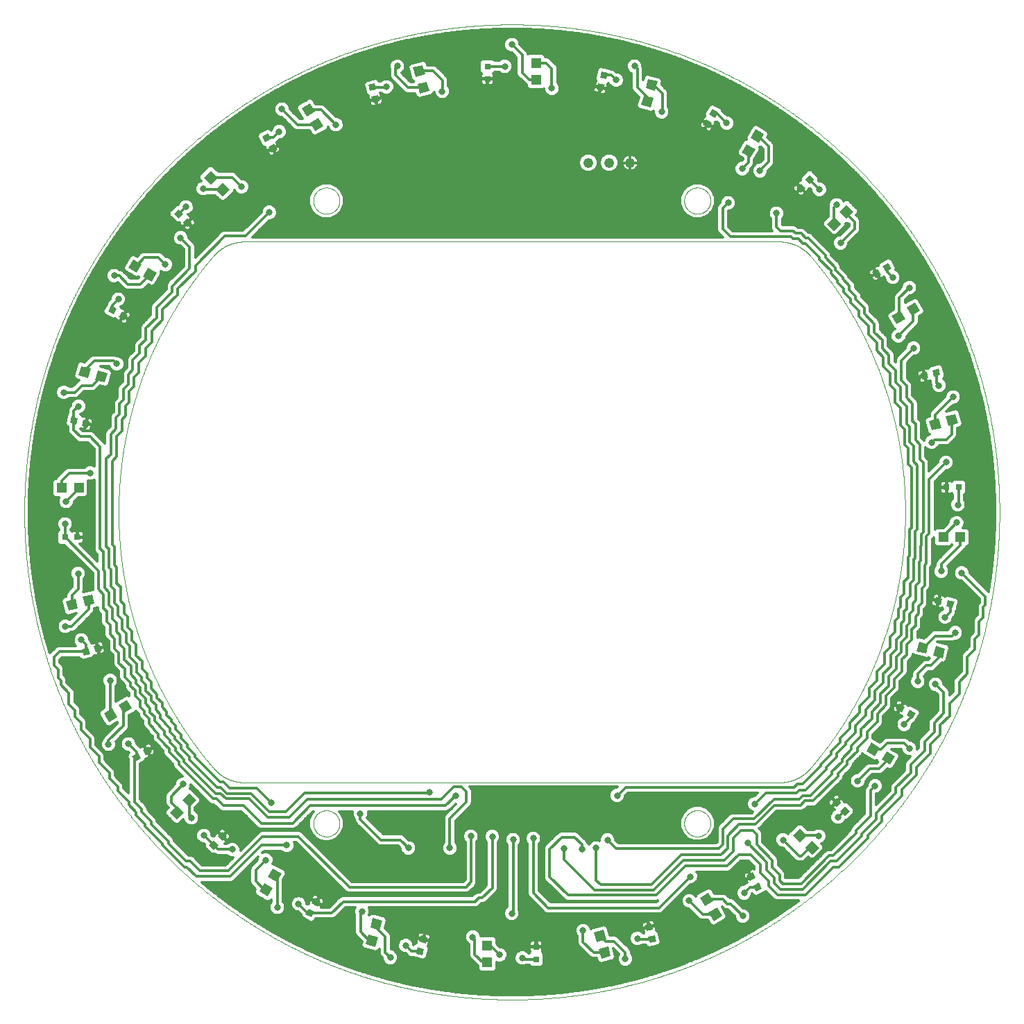
<source format=gbl>
G75*
%MOIN*%
%OFA0B0*%
%FSLAX25Y25*%
%IPPOS*%
%LPD*%
%AMOC8*
5,1,8,0,0,1.08239X$1,22.5*
%
%ADD10C,0.00000*%
%ADD11R,0.04724X0.04724*%
%ADD12R,0.04724X0.04724*%
%ADD13R,0.03150X0.03150*%
%ADD14R,0.03150X0.03150*%
%ADD15C,0.04800*%
%ADD16C,0.03300*%
%ADD17C,0.01200*%
D10*
X0169267Y0163640D02*
X0168950Y0163985D01*
X0168634Y0164331D01*
X0168004Y0165024D01*
X0167690Y0165372D01*
X0167377Y0165720D01*
X0167064Y0166069D01*
X0166752Y0166419D01*
X0166441Y0166769D01*
X0166130Y0167119D01*
X0165820Y0167471D01*
X0165511Y0167823D01*
X0165202Y0168175D01*
X0164894Y0168529D01*
X0164281Y0169237D01*
X0163975Y0169592D01*
X0163670Y0169948D01*
X0163366Y0170304D01*
X0163062Y0170661D01*
X0162759Y0171019D01*
X0162457Y0171377D01*
X0162155Y0171736D01*
X0161855Y0172095D01*
X0161554Y0172455D01*
X0161255Y0172816D01*
X0160956Y0173177D01*
X0160658Y0173539D01*
X0160361Y0173901D01*
X0160065Y0174265D01*
X0159768Y0174628D01*
X0159473Y0174992D01*
X0159179Y0175357D01*
X0158885Y0175723D01*
X0158592Y0176089D01*
X0158300Y0176456D01*
X0158008Y0176823D01*
X0157717Y0177190D01*
X0157427Y0177559D01*
X0157138Y0177928D01*
X0156849Y0178298D01*
X0156561Y0178668D01*
X0156274Y0179039D01*
X0155987Y0179410D01*
X0155416Y0180155D01*
X0155132Y0180528D01*
X0154565Y0181276D01*
X0154283Y0181651D01*
X0154002Y0182027D01*
X0153721Y0182402D01*
X0153441Y0182779D01*
X0153162Y0183157D01*
X0152884Y0183534D01*
X0152606Y0183913D01*
X0152329Y0184292D01*
X0152053Y0184671D01*
X0151777Y0185051D01*
X0151228Y0185813D01*
X0150955Y0186195D01*
X0150683Y0186578D01*
X0150411Y0186960D01*
X0150140Y0187344D01*
X0149870Y0187728D01*
X0149600Y0188113D01*
X0149331Y0188498D01*
X0149064Y0188884D01*
X0148796Y0189270D01*
X0148529Y0189657D01*
X0148264Y0190045D01*
X0147999Y0190433D01*
X0147734Y0190821D01*
X0147471Y0191211D01*
X0147208Y0191600D01*
X0146946Y0191991D01*
X0146685Y0192382D01*
X0146425Y0192773D01*
X0146165Y0193165D01*
X0145906Y0193557D01*
X0145648Y0193950D01*
X0145390Y0194344D01*
X0145134Y0194738D01*
X0144878Y0195133D01*
X0144623Y0195528D01*
X0144369Y0195924D01*
X0144115Y0196320D01*
X0143862Y0196717D01*
X0143611Y0197114D01*
X0143359Y0197512D01*
X0143109Y0197911D01*
X0142860Y0198310D01*
X0142610Y0198709D01*
X0142362Y0199109D01*
X0142115Y0199510D01*
X0141868Y0199911D01*
X0141623Y0200313D01*
X0141378Y0200715D01*
X0141134Y0201118D01*
X0140890Y0201521D01*
X0140648Y0201925D01*
X0140406Y0202329D01*
X0140165Y0202734D01*
X0139925Y0203140D01*
X0139685Y0203545D01*
X0139447Y0203952D01*
X0139209Y0204359D01*
X0138972Y0204766D01*
X0138735Y0205174D01*
X0138500Y0205583D01*
X0138265Y0205992D01*
X0138032Y0206401D01*
X0137799Y0206811D01*
X0137566Y0207222D01*
X0137335Y0207633D01*
X0137105Y0208045D01*
X0136874Y0208457D01*
X0136645Y0208869D01*
X0136417Y0209283D01*
X0136190Y0209696D01*
X0135963Y0210110D01*
X0135738Y0210525D01*
X0135512Y0210940D01*
X0135288Y0211355D01*
X0135065Y0211772D01*
X0134842Y0212188D01*
X0134620Y0212605D01*
X0134400Y0213023D01*
X0134179Y0213441D01*
X0133960Y0213860D01*
X0133742Y0214279D01*
X0133524Y0214699D01*
X0133307Y0215119D01*
X0133092Y0215540D01*
X0132876Y0215961D01*
X0132662Y0216382D01*
X0132449Y0216805D01*
X0132236Y0217227D01*
X0132024Y0217650D01*
X0131813Y0218074D01*
X0131603Y0218498D01*
X0131393Y0218922D01*
X0131185Y0219347D01*
X0130977Y0219773D01*
X0130770Y0220199D01*
X0130564Y0220625D01*
X0130359Y0221052D01*
X0130155Y0221480D01*
X0129951Y0221908D01*
X0129748Y0222336D01*
X0129547Y0222765D01*
X0129346Y0223194D01*
X0129145Y0223624D01*
X0128946Y0224054D01*
X0128748Y0224485D01*
X0128550Y0224916D01*
X0128353Y0225348D01*
X0128158Y0225780D01*
X0127962Y0226212D01*
X0127768Y0226646D01*
X0127382Y0227513D01*
X0127191Y0227948D01*
X0127000Y0228383D01*
X0126810Y0228818D01*
X0126621Y0229254D01*
X0126433Y0229690D01*
X0126245Y0230127D01*
X0126059Y0230564D01*
X0125873Y0231002D01*
X0125688Y0231440D01*
X0125504Y0231878D01*
X0125322Y0232318D01*
X0125139Y0232757D01*
X0124958Y0233197D01*
X0124598Y0234078D01*
X0124419Y0234519D01*
X0124241Y0234961D01*
X0124064Y0235403D01*
X0123888Y0235846D01*
X0123713Y0236289D01*
X0123538Y0236732D01*
X0123365Y0237176D01*
X0123193Y0237621D01*
X0123021Y0238065D01*
X0122850Y0238511D01*
X0122680Y0238957D01*
X0122511Y0239402D01*
X0122343Y0239849D01*
X0122176Y0240296D01*
X0122009Y0240743D01*
X0121843Y0241191D01*
X0121515Y0242088D01*
X0121352Y0242537D01*
X0121029Y0243437D01*
X0120869Y0243887D01*
X0120551Y0244789D01*
X0120393Y0245241D01*
X0120237Y0245693D01*
X0120081Y0246145D01*
X0119926Y0246598D01*
X0119773Y0247052D01*
X0119619Y0247505D01*
X0119467Y0247960D01*
X0119316Y0248414D01*
X0119166Y0248869D01*
X0119016Y0249325D01*
X0118868Y0249781D01*
X0118720Y0250237D01*
X0118573Y0250693D01*
X0118428Y0251150D01*
X0118283Y0251608D01*
X0118139Y0252066D01*
X0117996Y0252524D01*
X0117854Y0252982D01*
X0117712Y0253441D01*
X0117573Y0253901D01*
X0117433Y0254361D01*
X0117294Y0254821D01*
X0117020Y0255743D01*
X0116884Y0256204D01*
X0116750Y0256666D01*
X0116616Y0257128D01*
X0116483Y0257591D01*
X0116351Y0258054D01*
X0116220Y0258517D01*
X0116089Y0258981D01*
X0115961Y0259445D01*
X0115832Y0259910D01*
X0115705Y0260375D01*
X0115453Y0261306D01*
X0115328Y0261772D01*
X0115205Y0262238D01*
X0115082Y0262705D01*
X0114960Y0263172D01*
X0114840Y0263640D01*
X0114719Y0264108D01*
X0114600Y0264576D01*
X0114483Y0265045D01*
X0114365Y0265514D01*
X0114249Y0265984D01*
X0114134Y0266454D01*
X0114020Y0266924D01*
X0113906Y0267394D01*
X0113683Y0268337D01*
X0113572Y0268808D01*
X0113463Y0269281D01*
X0113354Y0269753D01*
X0113247Y0270226D01*
X0113140Y0270699D01*
X0113034Y0271172D01*
X0112930Y0271646D01*
X0112723Y0272595D01*
X0112621Y0273070D01*
X0112420Y0274021D01*
X0112321Y0274497D01*
X0112126Y0275450D01*
X0112030Y0275927D01*
X0111936Y0276405D01*
X0111841Y0276882D01*
X0111748Y0277360D01*
X0111656Y0277839D01*
X0111564Y0278318D01*
X0111474Y0278797D01*
X0111385Y0279276D01*
X0111297Y0279756D01*
X0111209Y0280236D01*
X0111123Y0280717D01*
X0111038Y0281198D01*
X0110953Y0281679D01*
X0110870Y0282160D01*
X0110787Y0282642D01*
X0110706Y0283124D01*
X0110626Y0283607D01*
X0110546Y0284090D01*
X0110467Y0284573D01*
X0110390Y0285057D01*
X0110313Y0285540D01*
X0110238Y0286024D01*
X0110090Y0286994D01*
X0110017Y0287479D01*
X0109946Y0287965D01*
X0109875Y0288450D01*
X0109805Y0288936D01*
X0109669Y0289909D01*
X0109603Y0290397D01*
X0109538Y0290884D01*
X0109472Y0291372D01*
X0109409Y0291860D01*
X0109347Y0292348D01*
X0109285Y0292837D01*
X0109224Y0293326D01*
X0109165Y0293815D01*
X0109106Y0294305D01*
X0109048Y0294794D01*
X0108992Y0295285D01*
X0108936Y0295775D01*
X0108882Y0296266D01*
X0108829Y0296757D01*
X0108776Y0297249D01*
X0108724Y0297740D01*
X0108624Y0298725D01*
X0108576Y0299217D01*
X0108529Y0299710D01*
X0108482Y0300203D01*
X0108436Y0300697D01*
X0108393Y0301191D01*
X0108349Y0301685D01*
X0108306Y0302179D01*
X0108266Y0302674D01*
X0108225Y0303169D01*
X0108185Y0303664D01*
X0108148Y0304160D01*
X0108110Y0304656D01*
X0108074Y0305152D01*
X0108039Y0305648D01*
X0108005Y0306145D01*
X0107972Y0306642D01*
X0107940Y0307139D01*
X0107908Y0307637D01*
X0107878Y0308135D01*
X0107850Y0308633D01*
X0107822Y0309131D01*
X0107795Y0309630D01*
X0107770Y0310129D01*
X0107744Y0310628D01*
X0107720Y0311127D01*
X0107676Y0312127D01*
X0107656Y0312627D01*
X0107636Y0313128D01*
X0107617Y0313629D01*
X0107600Y0314130D01*
X0107584Y0314631D01*
X0107568Y0315133D01*
X0107554Y0315635D01*
X0107541Y0316137D01*
X0107528Y0316639D01*
X0107517Y0317142D01*
X0107508Y0317645D01*
X0107498Y0318148D01*
X0107490Y0318652D01*
X0107484Y0319156D01*
X0107477Y0319660D01*
X0107473Y0320164D01*
X0107470Y0320668D01*
X0107466Y0321173D01*
X0107465Y0321678D01*
X0107465Y0322689D01*
X0107466Y0323194D01*
X0107470Y0323698D01*
X0107473Y0324203D01*
X0107477Y0324707D01*
X0107484Y0325211D01*
X0107490Y0325715D01*
X0107498Y0326218D01*
X0107517Y0327224D01*
X0107528Y0327727D01*
X0107541Y0328229D01*
X0107554Y0328732D01*
X0107568Y0329234D01*
X0107584Y0329735D01*
X0107600Y0330237D01*
X0107617Y0330738D01*
X0107636Y0331239D01*
X0107656Y0331739D01*
X0107676Y0332240D01*
X0107698Y0332739D01*
X0107720Y0333239D01*
X0107744Y0333739D01*
X0107770Y0334238D01*
X0107795Y0334737D01*
X0107822Y0335236D01*
X0107850Y0335734D01*
X0107878Y0336232D01*
X0107908Y0336730D01*
X0107940Y0337227D01*
X0107972Y0337725D01*
X0108005Y0338222D01*
X0108039Y0338718D01*
X0108074Y0339215D01*
X0108110Y0339711D01*
X0108148Y0340207D01*
X0108185Y0340702D01*
X0108225Y0341198D01*
X0108266Y0341693D01*
X0108306Y0342187D01*
X0108349Y0342682D01*
X0108393Y0343176D01*
X0108436Y0343670D01*
X0108482Y0344163D01*
X0108529Y0344656D01*
X0108576Y0345149D01*
X0108624Y0345642D01*
X0108724Y0346626D01*
X0108776Y0347118D01*
X0108829Y0347609D01*
X0108882Y0348101D01*
X0108936Y0348592D01*
X0108992Y0349082D01*
X0109048Y0349572D01*
X0109106Y0350062D01*
X0109165Y0350552D01*
X0109224Y0351041D01*
X0109285Y0351530D01*
X0109347Y0352018D01*
X0109409Y0352507D01*
X0109472Y0352995D01*
X0109538Y0353483D01*
X0109603Y0353970D01*
X0109669Y0354457D01*
X0109805Y0355430D01*
X0109875Y0355916D01*
X0110017Y0356888D01*
X0110090Y0357373D01*
X0110164Y0357858D01*
X0110238Y0358342D01*
X0110313Y0358826D01*
X0110390Y0359310D01*
X0110467Y0359794D01*
X0110546Y0360277D01*
X0110626Y0360760D01*
X0110706Y0361242D01*
X0110787Y0361725D01*
X0110953Y0362688D01*
X0111038Y0363169D01*
X0111123Y0363650D01*
X0111209Y0364130D01*
X0111297Y0364611D01*
X0111385Y0365090D01*
X0111474Y0365570D01*
X0111564Y0366049D01*
X0111656Y0366528D01*
X0111748Y0367006D01*
X0111841Y0367484D01*
X0112030Y0368440D01*
X0112126Y0368917D01*
X0112224Y0369393D01*
X0112321Y0369870D01*
X0112420Y0370346D01*
X0112621Y0371297D01*
X0112723Y0371772D01*
X0112826Y0372246D01*
X0112930Y0372721D01*
X0113034Y0373194D01*
X0113140Y0373668D01*
X0113247Y0374141D01*
X0113354Y0374614D01*
X0113463Y0375086D01*
X0113572Y0375558D01*
X0113683Y0376030D01*
X0113906Y0376972D01*
X0114020Y0377443D01*
X0114134Y0377913D01*
X0114249Y0378383D01*
X0114365Y0378853D01*
X0114483Y0379321D01*
X0114600Y0379790D01*
X0114719Y0380259D01*
X0114840Y0380727D01*
X0114960Y0381194D01*
X0115082Y0381662D01*
X0115205Y0382128D01*
X0115328Y0382595D01*
X0115453Y0383061D01*
X0115579Y0383527D01*
X0115705Y0383992D01*
X0115832Y0384457D01*
X0115961Y0384921D01*
X0116089Y0385386D01*
X0116220Y0385849D01*
X0116351Y0386313D01*
X0116483Y0386776D01*
X0116616Y0387238D01*
X0116750Y0387701D01*
X0116884Y0388163D01*
X0117020Y0388624D01*
X0117157Y0389085D01*
X0117294Y0389546D01*
X0117433Y0390006D01*
X0117573Y0390466D01*
X0117712Y0390925D01*
X0117854Y0391384D01*
X0117996Y0391843D01*
X0118139Y0392301D01*
X0118283Y0392759D01*
X0118428Y0393216D01*
X0118573Y0393673D01*
X0118720Y0394130D01*
X0118868Y0394586D01*
X0119016Y0395042D01*
X0119166Y0395498D01*
X0119316Y0395952D01*
X0119467Y0396407D01*
X0119619Y0396861D01*
X0119773Y0397315D01*
X0119926Y0397768D01*
X0120081Y0398221D01*
X0120393Y0399126D01*
X0120551Y0399577D01*
X0120710Y0400028D01*
X0120869Y0400480D01*
X0121029Y0400930D01*
X0121190Y0401380D01*
X0121352Y0401829D01*
X0121515Y0402279D01*
X0121843Y0403175D01*
X0122009Y0403623D01*
X0122343Y0404518D01*
X0122511Y0404964D01*
X0122680Y0405410D01*
X0122850Y0405856D01*
X0123021Y0406301D01*
X0123193Y0406746D01*
X0123365Y0407190D01*
X0123538Y0407634D01*
X0123713Y0408078D01*
X0123888Y0408521D01*
X0124064Y0408964D01*
X0124241Y0409405D01*
X0124419Y0409847D01*
X0124598Y0410289D01*
X0124778Y0410729D01*
X0124958Y0411170D01*
X0125139Y0411610D01*
X0125322Y0412049D01*
X0125504Y0412488D01*
X0125688Y0412927D01*
X0125873Y0413365D01*
X0126059Y0413803D01*
X0126245Y0414240D01*
X0126433Y0414676D01*
X0126621Y0415113D01*
X0126810Y0415549D01*
X0127000Y0415984D01*
X0127191Y0416419D01*
X0127382Y0416854D01*
X0127575Y0417287D01*
X0127768Y0417721D01*
X0127962Y0418154D01*
X0128158Y0418587D01*
X0128353Y0419019D01*
X0128550Y0419451D01*
X0128946Y0420313D01*
X0129145Y0420743D01*
X0129547Y0421602D01*
X0129748Y0422031D01*
X0129951Y0422459D01*
X0130155Y0422887D01*
X0130359Y0423315D01*
X0130564Y0423741D01*
X0130770Y0424168D01*
X0130977Y0424594D01*
X0131185Y0425019D01*
X0131393Y0425444D01*
X0131603Y0425869D01*
X0131813Y0426293D01*
X0132024Y0426717D01*
X0132236Y0427140D01*
X0132449Y0427562D01*
X0132662Y0427984D01*
X0132876Y0428406D01*
X0133307Y0429248D01*
X0133524Y0429668D01*
X0133742Y0430087D01*
X0133960Y0430507D01*
X0134179Y0430925D01*
X0134400Y0431343D01*
X0134620Y0431761D01*
X0134842Y0432178D01*
X0135065Y0432595D01*
X0135288Y0433011D01*
X0135512Y0433427D01*
X0135738Y0433842D01*
X0135963Y0434257D01*
X0136190Y0434671D01*
X0136417Y0435084D01*
X0136645Y0435498D01*
X0136874Y0435910D01*
X0137105Y0436322D01*
X0137335Y0436734D01*
X0137566Y0437145D01*
X0138032Y0437966D01*
X0138265Y0438375D01*
X0138500Y0438784D01*
X0138735Y0439193D01*
X0138972Y0439601D01*
X0139447Y0440415D01*
X0139685Y0440821D01*
X0139925Y0441227D01*
X0140165Y0441633D01*
X0140406Y0442038D01*
X0140648Y0442442D01*
X0140890Y0442846D01*
X0141134Y0443249D01*
X0141623Y0444054D01*
X0141868Y0444456D01*
X0142115Y0444857D01*
X0142362Y0445257D01*
X0142610Y0445658D01*
X0143109Y0446456D01*
X0143359Y0446855D01*
X0143611Y0447252D01*
X0143862Y0447650D01*
X0144115Y0448047D01*
X0144369Y0448443D01*
X0144623Y0448839D01*
X0144878Y0449234D01*
X0145134Y0449628D01*
X0145390Y0450023D01*
X0145648Y0450416D01*
X0146165Y0451202D01*
X0146425Y0451594D01*
X0146685Y0451985D01*
X0146946Y0452376D01*
X0147208Y0452766D01*
X0147471Y0453156D01*
X0147734Y0453545D01*
X0147999Y0453934D01*
X0148264Y0454322D01*
X0148529Y0454709D01*
X0148796Y0455096D01*
X0149064Y0455482D01*
X0149331Y0455869D01*
X0149600Y0456254D01*
X0150140Y0457023D01*
X0150411Y0457406D01*
X0150683Y0457789D01*
X0150955Y0458172D01*
X0151228Y0458553D01*
X0151777Y0459315D01*
X0152053Y0459696D01*
X0152329Y0460075D01*
X0152606Y0460454D01*
X0152884Y0460832D01*
X0153162Y0461210D01*
X0153441Y0461588D01*
X0153721Y0461964D01*
X0154002Y0462340D01*
X0154283Y0462716D01*
X0154565Y0463091D01*
X0155132Y0463839D01*
X0155416Y0464212D01*
X0155702Y0464584D01*
X0155987Y0464957D01*
X0156274Y0465328D01*
X0156561Y0465699D01*
X0156849Y0466069D01*
X0157138Y0466439D01*
X0157427Y0466807D01*
X0157717Y0467176D01*
X0158008Y0467544D01*
X0158300Y0467911D01*
X0158592Y0468278D01*
X0158885Y0468644D01*
X0159179Y0469009D01*
X0159473Y0469374D01*
X0159768Y0469739D01*
X0160065Y0470102D01*
X0160361Y0470465D01*
X0160658Y0470828D01*
X0160956Y0471189D01*
X0161255Y0471551D01*
X0161554Y0471912D01*
X0162155Y0472631D01*
X0162457Y0472990D01*
X0162759Y0473348D01*
X0163062Y0473705D01*
X0163366Y0474062D01*
X0163670Y0474418D01*
X0163975Y0474775D01*
X0164281Y0475130D01*
X0164894Y0475838D01*
X0165202Y0476191D01*
X0165511Y0476544D01*
X0165820Y0476896D01*
X0166130Y0477247D01*
X0166752Y0477948D01*
X0167064Y0478298D01*
X0167377Y0478646D01*
X0167690Y0478995D01*
X0168004Y0479342D01*
X0168319Y0479689D01*
X0168634Y0480036D01*
X0168950Y0480381D01*
X0169585Y0481071D01*
X0169903Y0481415D01*
X0170541Y0482101D01*
X0170861Y0482442D01*
X0171182Y0482783D01*
X0171504Y0483124D01*
X0171826Y0483464D01*
X0172472Y0484142D01*
X0172796Y0484480D01*
X0173122Y0484817D01*
X0173447Y0485154D01*
X0173773Y0485490D01*
X0174100Y0485826D01*
X0174428Y0486161D01*
X0174756Y0486495D01*
X0175085Y0486828D01*
X0175414Y0487161D01*
X0175744Y0487493D01*
X0176076Y0487824D01*
X0176407Y0488156D01*
X0176739Y0488486D01*
X0177072Y0488815D01*
X0177405Y0489144D01*
X0177739Y0489472D01*
X0178410Y0490127D01*
X0178746Y0490453D01*
X0179083Y0490778D01*
X0179420Y0491104D01*
X0179758Y0491428D01*
X0180436Y0492074D01*
X0180776Y0492396D01*
X0181117Y0492718D01*
X0181458Y0493039D01*
X0181799Y0493359D01*
X0182485Y0493997D01*
X0182829Y0494315D01*
X0183519Y0494950D01*
X0183864Y0495266D01*
X0184211Y0495581D01*
X0184558Y0495896D01*
X0184905Y0496210D01*
X0185254Y0496523D01*
X0185602Y0496836D01*
X0185952Y0497148D01*
X0186653Y0497770D01*
X0187004Y0498080D01*
X0187356Y0498389D01*
X0187709Y0498698D01*
X0188062Y0499006D01*
X0188770Y0499619D01*
X0189125Y0499925D01*
X0189482Y0500230D01*
X0189838Y0500534D01*
X0190195Y0500838D01*
X0190552Y0501141D01*
X0190910Y0501443D01*
X0191269Y0501745D01*
X0191988Y0502346D01*
X0192349Y0502645D01*
X0192711Y0502944D01*
X0193072Y0503242D01*
X0193435Y0503539D01*
X0193798Y0503835D01*
X0194161Y0504132D01*
X0194526Y0504427D01*
X0194891Y0504721D01*
X0195256Y0505015D01*
X0195622Y0505308D01*
X0195989Y0505600D01*
X0196356Y0505892D01*
X0196724Y0506183D01*
X0197093Y0506473D01*
X0197461Y0506762D01*
X0197831Y0507051D01*
X0198201Y0507339D01*
X0198572Y0507626D01*
X0198943Y0507913D01*
X0199316Y0508198D01*
X0199688Y0508484D01*
X0200061Y0508768D01*
X0200809Y0509335D01*
X0201184Y0509617D01*
X0201560Y0509898D01*
X0201936Y0510179D01*
X0202312Y0510459D01*
X0202690Y0510738D01*
X0203068Y0511016D01*
X0203446Y0511294D01*
X0203825Y0511571D01*
X0204204Y0511847D01*
X0204585Y0512123D01*
X0205347Y0512672D01*
X0205728Y0512945D01*
X0206111Y0513217D01*
X0206494Y0513489D01*
X0206877Y0513760D01*
X0207646Y0514300D01*
X0208031Y0514569D01*
X0208418Y0514836D01*
X0208804Y0515104D01*
X0209191Y0515371D01*
X0209578Y0515636D01*
X0209966Y0515901D01*
X0210355Y0516166D01*
X0210744Y0516429D01*
X0211134Y0516692D01*
X0211524Y0516954D01*
X0211915Y0517215D01*
X0212306Y0517475D01*
X0212698Y0517735D01*
X0213484Y0518252D01*
X0213877Y0518510D01*
X0214272Y0518766D01*
X0214666Y0519022D01*
X0215061Y0519277D01*
X0215457Y0519531D01*
X0215853Y0519785D01*
X0216250Y0520038D01*
X0216648Y0520289D01*
X0217045Y0520541D01*
X0217444Y0520791D01*
X0218242Y0521290D01*
X0218643Y0521538D01*
X0219043Y0521785D01*
X0219444Y0522032D01*
X0219846Y0522277D01*
X0220651Y0522766D01*
X0221054Y0523010D01*
X0221458Y0523252D01*
X0221862Y0523494D01*
X0222267Y0523735D01*
X0222673Y0523975D01*
X0223079Y0524215D01*
X0223485Y0524453D01*
X0224299Y0524928D01*
X0224707Y0525165D01*
X0225116Y0525400D01*
X0225525Y0525635D01*
X0225934Y0525868D01*
X0226345Y0526101D01*
X0226755Y0526334D01*
X0227166Y0526565D01*
X0227578Y0526795D01*
X0227990Y0527026D01*
X0228402Y0527255D01*
X0228816Y0527483D01*
X0229229Y0527710D01*
X0229643Y0527937D01*
X0230058Y0528162D01*
X0230473Y0528388D01*
X0230889Y0528612D01*
X0231305Y0528835D01*
X0231722Y0529058D01*
X0232139Y0529280D01*
X0232557Y0529500D01*
X0232975Y0529721D01*
X0233393Y0529940D01*
X0233813Y0530158D01*
X0234232Y0530376D01*
X0234652Y0530593D01*
X0235494Y0531024D01*
X0235916Y0531238D01*
X0236338Y0531451D01*
X0236760Y0531664D01*
X0237183Y0531876D01*
X0237607Y0532087D01*
X0238031Y0532297D01*
X0238456Y0532507D01*
X0238881Y0532715D01*
X0239306Y0532923D01*
X0239732Y0533130D01*
X0240159Y0533336D01*
X0240585Y0533541D01*
X0241013Y0533745D01*
X0241441Y0533949D01*
X0241869Y0534152D01*
X0242298Y0534353D01*
X0243157Y0534755D01*
X0243587Y0534954D01*
X0244449Y0535350D01*
X0244881Y0535547D01*
X0245313Y0535742D01*
X0245746Y0535938D01*
X0246179Y0536132D01*
X0246613Y0536325D01*
X0247046Y0536518D01*
X0247481Y0536709D01*
X0247916Y0536900D01*
X0248351Y0537090D01*
X0248787Y0537279D01*
X0249224Y0537467D01*
X0249660Y0537655D01*
X0250097Y0537841D01*
X0250535Y0538027D01*
X0250973Y0538212D01*
X0251412Y0538396D01*
X0251851Y0538578D01*
X0252290Y0538761D01*
X0252730Y0538942D01*
X0253171Y0539122D01*
X0253611Y0539302D01*
X0254053Y0539481D01*
X0254495Y0539659D01*
X0254936Y0539836D01*
X0255379Y0540012D01*
X0255822Y0540187D01*
X0256266Y0540362D01*
X0256710Y0540535D01*
X0257154Y0540707D01*
X0257599Y0540879D01*
X0258044Y0541050D01*
X0258490Y0541220D01*
X0258936Y0541389D01*
X0259382Y0541557D01*
X0260277Y0541891D01*
X0260725Y0542057D01*
X0261621Y0542385D01*
X0262071Y0542548D01*
X0262520Y0542710D01*
X0262970Y0542871D01*
X0263420Y0543031D01*
X0263872Y0543190D01*
X0264323Y0543349D01*
X0264774Y0543507D01*
X0265679Y0543819D01*
X0266132Y0543974D01*
X0266585Y0544127D01*
X0267039Y0544281D01*
X0267493Y0544433D01*
X0267948Y0544584D01*
X0268402Y0544734D01*
X0268858Y0544884D01*
X0269314Y0545032D01*
X0269770Y0545180D01*
X0270227Y0545327D01*
X0270684Y0545472D01*
X0271141Y0545617D01*
X0271599Y0545761D01*
X0272057Y0545904D01*
X0272516Y0546046D01*
X0272975Y0546188D01*
X0273434Y0546327D01*
X0273894Y0546467D01*
X0274354Y0546606D01*
X0274815Y0546743D01*
X0275276Y0546880D01*
X0275737Y0547016D01*
X0276199Y0547150D01*
X0276662Y0547284D01*
X0277124Y0547417D01*
X0277587Y0547549D01*
X0278051Y0547680D01*
X0278514Y0547811D01*
X0278979Y0547939D01*
X0279443Y0548068D01*
X0279908Y0548195D01*
X0280373Y0548321D01*
X0280839Y0548447D01*
X0281305Y0548572D01*
X0281772Y0548695D01*
X0282238Y0548818D01*
X0282706Y0548940D01*
X0283173Y0549060D01*
X0283641Y0549181D01*
X0284110Y0549300D01*
X0284579Y0549417D01*
X0285047Y0549535D01*
X0285517Y0549651D01*
X0285987Y0549766D01*
X0286457Y0549880D01*
X0286928Y0549994D01*
X0287870Y0550217D01*
X0288342Y0550328D01*
X0288814Y0550437D01*
X0289286Y0550546D01*
X0289759Y0550653D01*
X0290232Y0550760D01*
X0290706Y0550866D01*
X0291179Y0550970D01*
X0291654Y0551074D01*
X0292128Y0551177D01*
X0292603Y0551279D01*
X0293554Y0551480D01*
X0294030Y0551579D01*
X0294507Y0551676D01*
X0294983Y0551774D01*
X0295460Y0551870D01*
X0296416Y0552059D01*
X0296894Y0552152D01*
X0297372Y0552244D01*
X0297851Y0552336D01*
X0298330Y0552426D01*
X0298810Y0552515D01*
X0299289Y0552603D01*
X0299770Y0552691D01*
X0300250Y0552777D01*
X0300731Y0552862D01*
X0301212Y0552947D01*
X0302175Y0553113D01*
X0302658Y0553194D01*
X0303140Y0553274D01*
X0303623Y0553354D01*
X0304106Y0553433D01*
X0305074Y0553587D01*
X0305558Y0553662D01*
X0306042Y0553736D01*
X0306527Y0553810D01*
X0307012Y0553883D01*
X0307984Y0554025D01*
X0308470Y0554095D01*
X0309443Y0554231D01*
X0309930Y0554297D01*
X0310417Y0554362D01*
X0310905Y0554428D01*
X0311393Y0554491D01*
X0311882Y0554553D01*
X0312370Y0554615D01*
X0312859Y0554676D01*
X0313348Y0554735D01*
X0313838Y0554794D01*
X0314328Y0554852D01*
X0314818Y0554908D01*
X0315308Y0554964D01*
X0315799Y0555018D01*
X0316291Y0555071D01*
X0316782Y0555124D01*
X0317274Y0555176D01*
X0318258Y0555276D01*
X0318751Y0555324D01*
X0319244Y0555371D01*
X0319737Y0555418D01*
X0320230Y0555464D01*
X0320724Y0555507D01*
X0321218Y0555551D01*
X0321713Y0555594D01*
X0322207Y0555634D01*
X0322702Y0555675D01*
X0323198Y0555715D01*
X0323693Y0555752D01*
X0324189Y0555790D01*
X0324685Y0555826D01*
X0325182Y0555861D01*
X0325678Y0555895D01*
X0326175Y0555928D01*
X0326673Y0555960D01*
X0327170Y0555992D01*
X0327668Y0556022D01*
X0328166Y0556050D01*
X0328664Y0556078D01*
X0329163Y0556105D01*
X0329662Y0556130D01*
X0330161Y0556156D01*
X0330661Y0556180D01*
X0331161Y0556202D01*
X0331660Y0556224D01*
X0332161Y0556244D01*
X0332661Y0556264D01*
X0333162Y0556283D01*
X0333663Y0556300D01*
X0334165Y0556316D01*
X0334666Y0556332D01*
X0335168Y0556346D01*
X0335671Y0556359D01*
X0336173Y0556372D01*
X0336676Y0556383D01*
X0337682Y0556402D01*
X0338185Y0556410D01*
X0338689Y0556416D01*
X0339193Y0556423D01*
X0339697Y0556427D01*
X0340202Y0556430D01*
X0340706Y0556434D01*
X0341211Y0556435D01*
X0342222Y0556435D01*
X0342727Y0556434D01*
X0343232Y0556430D01*
X0343736Y0556427D01*
X0344240Y0556423D01*
X0344744Y0556416D01*
X0345248Y0556410D01*
X0345752Y0556402D01*
X0346255Y0556392D01*
X0346758Y0556383D01*
X0347261Y0556372D01*
X0347763Y0556359D01*
X0348265Y0556346D01*
X0348767Y0556332D01*
X0349269Y0556316D01*
X0349770Y0556300D01*
X0350271Y0556283D01*
X0350772Y0556264D01*
X0351273Y0556244D01*
X0351773Y0556224D01*
X0352773Y0556180D01*
X0353272Y0556156D01*
X0353771Y0556130D01*
X0354270Y0556105D01*
X0354769Y0556078D01*
X0355267Y0556050D01*
X0355765Y0556022D01*
X0356263Y0555992D01*
X0356761Y0555960D01*
X0357258Y0555928D01*
X0357755Y0555895D01*
X0358252Y0555861D01*
X0358748Y0555826D01*
X0359244Y0555790D01*
X0359740Y0555752D01*
X0360236Y0555715D01*
X0360731Y0555675D01*
X0361226Y0555634D01*
X0361721Y0555594D01*
X0362215Y0555551D01*
X0362709Y0555507D01*
X0363203Y0555464D01*
X0363697Y0555418D01*
X0364190Y0555371D01*
X0364683Y0555324D01*
X0365175Y0555276D01*
X0366160Y0555176D01*
X0366651Y0555124D01*
X0367143Y0555071D01*
X0367634Y0555018D01*
X0368125Y0554964D01*
X0368615Y0554908D01*
X0369106Y0554852D01*
X0369595Y0554794D01*
X0370085Y0554735D01*
X0370574Y0554676D01*
X0371063Y0554615D01*
X0371552Y0554553D01*
X0372040Y0554491D01*
X0372528Y0554428D01*
X0373016Y0554362D01*
X0373503Y0554297D01*
X0373991Y0554231D01*
X0374964Y0554095D01*
X0375450Y0554025D01*
X0375935Y0553954D01*
X0376421Y0553883D01*
X0376906Y0553810D01*
X0377876Y0553662D01*
X0378360Y0553587D01*
X0378843Y0553510D01*
X0379327Y0553433D01*
X0379810Y0553354D01*
X0380293Y0553274D01*
X0380776Y0553194D01*
X0381258Y0553113D01*
X0381740Y0553030D01*
X0382221Y0552947D01*
X0382702Y0552862D01*
X0383183Y0552777D01*
X0383664Y0552691D01*
X0384144Y0552603D01*
X0384624Y0552515D01*
X0385103Y0552426D01*
X0385582Y0552336D01*
X0386061Y0552244D01*
X0386540Y0552152D01*
X0387018Y0552059D01*
X0387495Y0551964D01*
X0387973Y0551870D01*
X0388450Y0551774D01*
X0389403Y0551579D01*
X0389879Y0551480D01*
X0390830Y0551279D01*
X0391305Y0551177D01*
X0392254Y0550970D01*
X0392728Y0550866D01*
X0393201Y0550760D01*
X0393674Y0550653D01*
X0394147Y0550546D01*
X0394619Y0550437D01*
X0395092Y0550328D01*
X0395563Y0550217D01*
X0396506Y0549994D01*
X0396976Y0549880D01*
X0397446Y0549766D01*
X0397916Y0549651D01*
X0398386Y0549535D01*
X0398855Y0549417D01*
X0399324Y0549300D01*
X0399792Y0549181D01*
X0400260Y0549060D01*
X0400728Y0548940D01*
X0401195Y0548818D01*
X0401662Y0548695D01*
X0402128Y0548572D01*
X0402594Y0548447D01*
X0403525Y0548195D01*
X0403990Y0548068D01*
X0404455Y0547939D01*
X0404919Y0547811D01*
X0405383Y0547680D01*
X0405846Y0547549D01*
X0406309Y0547417D01*
X0406772Y0547284D01*
X0407234Y0547150D01*
X0407696Y0547016D01*
X0408157Y0546880D01*
X0409079Y0546606D01*
X0409539Y0546467D01*
X0409999Y0546327D01*
X0410459Y0546188D01*
X0410918Y0546046D01*
X0411376Y0545904D01*
X0411834Y0545761D01*
X0412292Y0545617D01*
X0412750Y0545472D01*
X0413207Y0545327D01*
X0413663Y0545180D01*
X0414119Y0545032D01*
X0414575Y0544884D01*
X0415031Y0544734D01*
X0415486Y0544584D01*
X0415940Y0544433D01*
X0416395Y0544281D01*
X0416848Y0544127D01*
X0417302Y0543974D01*
X0417755Y0543819D01*
X0418207Y0543663D01*
X0418659Y0543507D01*
X0419111Y0543349D01*
X0420013Y0543031D01*
X0420463Y0542871D01*
X0421363Y0542548D01*
X0421812Y0542385D01*
X0422709Y0542057D01*
X0423157Y0541891D01*
X0423604Y0541724D01*
X0424051Y0541557D01*
X0424498Y0541389D01*
X0424943Y0541220D01*
X0425389Y0541050D01*
X0425835Y0540879D01*
X0426279Y0540707D01*
X0426724Y0540535D01*
X0427168Y0540362D01*
X0427611Y0540187D01*
X0428054Y0540012D01*
X0428497Y0539836D01*
X0428939Y0539659D01*
X0429381Y0539481D01*
X0429822Y0539302D01*
X0430703Y0538942D01*
X0431143Y0538761D01*
X0431582Y0538578D01*
X0432022Y0538396D01*
X0432460Y0538212D01*
X0432898Y0538027D01*
X0433336Y0537841D01*
X0433773Y0537655D01*
X0434210Y0537467D01*
X0434646Y0537279D01*
X0435082Y0537090D01*
X0435517Y0536900D01*
X0435952Y0536709D01*
X0436387Y0536518D01*
X0437254Y0536132D01*
X0437688Y0535938D01*
X0438120Y0535742D01*
X0438552Y0535547D01*
X0438984Y0535350D01*
X0439415Y0535152D01*
X0439846Y0534954D01*
X0440276Y0534755D01*
X0440706Y0534554D01*
X0441135Y0534353D01*
X0441564Y0534152D01*
X0441992Y0533949D01*
X0442420Y0533745D01*
X0442848Y0533541D01*
X0443275Y0533336D01*
X0443701Y0533130D01*
X0444127Y0532923D01*
X0444553Y0532715D01*
X0444978Y0532507D01*
X0445402Y0532297D01*
X0445826Y0532087D01*
X0446250Y0531876D01*
X0446673Y0531664D01*
X0447518Y0531238D01*
X0447939Y0531024D01*
X0448360Y0530808D01*
X0448781Y0530593D01*
X0449201Y0530376D01*
X0449621Y0530158D01*
X0450040Y0529940D01*
X0450459Y0529721D01*
X0450877Y0529500D01*
X0451295Y0529280D01*
X0451712Y0529058D01*
X0452128Y0528835D01*
X0452545Y0528612D01*
X0452960Y0528388D01*
X0453375Y0528162D01*
X0453790Y0527937D01*
X0454204Y0527710D01*
X0454617Y0527483D01*
X0455031Y0527255D01*
X0455443Y0527026D01*
X0455855Y0526795D01*
X0456267Y0526565D01*
X0456678Y0526334D01*
X0457089Y0526101D01*
X0457499Y0525868D01*
X0457908Y0525635D01*
X0458317Y0525400D01*
X0458726Y0525165D01*
X0459134Y0524928D01*
X0459541Y0524691D01*
X0459948Y0524453D01*
X0460355Y0524215D01*
X0460760Y0523975D01*
X0461166Y0523735D01*
X0461571Y0523494D01*
X0461975Y0523252D01*
X0462379Y0523010D01*
X0462782Y0522766D01*
X0463185Y0522522D01*
X0463587Y0522277D01*
X0463989Y0522032D01*
X0464390Y0521785D01*
X0464791Y0521538D01*
X0465191Y0521290D01*
X0465590Y0521040D01*
X0465989Y0520791D01*
X0466388Y0520541D01*
X0466786Y0520289D01*
X0467183Y0520038D01*
X0467580Y0519785D01*
X0467976Y0519531D01*
X0468372Y0519277D01*
X0468767Y0519022D01*
X0469162Y0518766D01*
X0469556Y0518510D01*
X0469950Y0518252D01*
X0470343Y0517994D01*
X0470735Y0517735D01*
X0471127Y0517475D01*
X0471518Y0517215D01*
X0471909Y0516954D01*
X0472300Y0516692D01*
X0472689Y0516429D01*
X0473079Y0516166D01*
X0473467Y0515901D01*
X0473855Y0515636D01*
X0474243Y0515371D01*
X0474630Y0515104D01*
X0475016Y0514836D01*
X0475402Y0514569D01*
X0475787Y0514300D01*
X0476172Y0514030D01*
X0476556Y0513760D01*
X0476940Y0513489D01*
X0477322Y0513217D01*
X0477705Y0512945D01*
X0478087Y0512672D01*
X0478849Y0512123D01*
X0479229Y0511847D01*
X0479608Y0511571D01*
X0479987Y0511294D01*
X0480366Y0511016D01*
X0480743Y0510738D01*
X0481121Y0510459D01*
X0481498Y0510179D01*
X0481873Y0509898D01*
X0482249Y0509617D01*
X0482624Y0509335D01*
X0483372Y0508768D01*
X0483745Y0508484D01*
X0484490Y0507913D01*
X0484861Y0507626D01*
X0485232Y0507339D01*
X0485602Y0507051D01*
X0485972Y0506762D01*
X0486341Y0506473D01*
X0486710Y0506183D01*
X0487077Y0505892D01*
X0487444Y0505600D01*
X0487811Y0505308D01*
X0488177Y0505015D01*
X0488543Y0504721D01*
X0488908Y0504427D01*
X0489272Y0504132D01*
X0489999Y0503539D01*
X0490361Y0503242D01*
X0490723Y0502944D01*
X0491084Y0502645D01*
X0491445Y0502346D01*
X0491805Y0502045D01*
X0492164Y0501745D01*
X0492523Y0501443D01*
X0492881Y0501141D01*
X0493239Y0500838D01*
X0493596Y0500534D01*
X0493952Y0500230D01*
X0494308Y0499925D01*
X0494663Y0499619D01*
X0495371Y0499006D01*
X0495725Y0498698D01*
X0496077Y0498389D01*
X0496429Y0498080D01*
X0496781Y0497770D01*
X0497131Y0497459D01*
X0497481Y0497148D01*
X0497831Y0496836D01*
X0498180Y0496523D01*
X0498528Y0496210D01*
X0498876Y0495896D01*
X0499569Y0495266D01*
X0499915Y0494950D01*
X0500260Y0494633D01*
X0500604Y0494315D01*
X0500948Y0493997D01*
X0501634Y0493359D01*
X0501976Y0493039D01*
X0502317Y0492718D01*
X0502658Y0492396D01*
X0502998Y0492074D01*
X0503676Y0491428D01*
X0504014Y0491104D01*
X0504688Y0490453D01*
X0505024Y0490127D01*
X0505359Y0489800D01*
X0505694Y0489472D01*
X0506028Y0489144D01*
X0506361Y0488815D01*
X0506694Y0488486D01*
X0507027Y0488156D01*
X0507689Y0487493D01*
X0508019Y0487161D01*
X0508348Y0486828D01*
X0508678Y0486495D01*
X0509006Y0486161D01*
X0509660Y0485490D01*
X0509986Y0485154D01*
X0510312Y0484817D01*
X0510637Y0484480D01*
X0510961Y0484142D01*
X0511284Y0483803D01*
X0511608Y0483464D01*
X0511930Y0483124D01*
X0512251Y0482783D01*
X0512572Y0482442D01*
X0512892Y0482101D01*
X0513211Y0481758D01*
X0513531Y0481415D01*
X0513849Y0481071D01*
X0514483Y0480381D01*
X0514799Y0480036D01*
X0515114Y0479689D01*
X0515429Y0479342D01*
X0515743Y0478995D01*
X0516369Y0478298D01*
X0516681Y0477948D01*
X0517303Y0477247D01*
X0517613Y0476896D01*
X0517922Y0476544D01*
X0518231Y0476191D01*
X0518539Y0475838D01*
X0519152Y0475130D01*
X0519458Y0474775D01*
X0519763Y0474418D01*
X0520068Y0474062D01*
X0520371Y0473705D01*
X0520674Y0473348D01*
X0520977Y0472990D01*
X0521278Y0472631D01*
X0521879Y0471912D01*
X0522179Y0471551D01*
X0522477Y0471189D01*
X0522775Y0470828D01*
X0523073Y0470465D01*
X0523369Y0470102D01*
X0523665Y0469739D01*
X0523960Y0469374D01*
X0524254Y0469009D01*
X0524548Y0468644D01*
X0524841Y0468278D01*
X0525133Y0467911D01*
X0525425Y0467544D01*
X0525716Y0467176D01*
X0526006Y0466807D01*
X0526296Y0466439D01*
X0526584Y0466069D01*
X0527160Y0465328D01*
X0527446Y0464957D01*
X0527732Y0464584D01*
X0528017Y0464212D01*
X0528301Y0463839D01*
X0528868Y0463091D01*
X0529150Y0462716D01*
X0529712Y0461964D01*
X0529992Y0461588D01*
X0530271Y0461210D01*
X0530550Y0460832D01*
X0530827Y0460454D01*
X0531104Y0460075D01*
X0531381Y0459696D01*
X0531656Y0459315D01*
X0531931Y0458934D01*
X0532205Y0458553D01*
X0532478Y0458172D01*
X0532750Y0457789D01*
X0533023Y0457406D01*
X0533294Y0457023D01*
X0533833Y0456254D01*
X0534102Y0455869D01*
X0534370Y0455482D01*
X0534637Y0455096D01*
X0534904Y0454709D01*
X0535169Y0454322D01*
X0535435Y0453934D01*
X0535699Y0453545D01*
X0535962Y0453156D01*
X0536225Y0452766D01*
X0536487Y0452376D01*
X0536748Y0451985D01*
X0537009Y0451594D01*
X0537268Y0451202D01*
X0537786Y0450416D01*
X0538043Y0450023D01*
X0538299Y0449628D01*
X0538555Y0449234D01*
X0538810Y0448839D01*
X0539064Y0448443D01*
X0539318Y0448047D01*
X0539571Y0447650D01*
X0539823Y0447252D01*
X0540074Y0446855D01*
X0540325Y0446456D01*
X0540823Y0445658D01*
X0541071Y0445257D01*
X0541318Y0444857D01*
X0541565Y0444456D01*
X0541811Y0444054D01*
X0542300Y0443249D01*
X0542543Y0442846D01*
X0542785Y0442442D01*
X0543027Y0442038D01*
X0543269Y0441633D01*
X0543508Y0441227D01*
X0543748Y0440821D01*
X0543987Y0440415D01*
X0544462Y0439601D01*
X0544698Y0439193D01*
X0544933Y0438784D01*
X0545168Y0438375D01*
X0545402Y0437966D01*
X0545634Y0437555D01*
X0545867Y0437145D01*
X0546099Y0436734D01*
X0546329Y0436322D01*
X0546559Y0435910D01*
X0546788Y0435498D01*
X0547016Y0435084D01*
X0547244Y0434671D01*
X0547470Y0434257D01*
X0547696Y0433842D01*
X0547921Y0433427D01*
X0548145Y0433011D01*
X0548368Y0432595D01*
X0548591Y0432178D01*
X0548813Y0431761D01*
X0549033Y0431343D01*
X0549254Y0430925D01*
X0549473Y0430507D01*
X0549909Y0429668D01*
X0550126Y0429248D01*
X0550342Y0428827D01*
X0550557Y0428406D01*
X0550772Y0427984D01*
X0550985Y0427562D01*
X0551198Y0427140D01*
X0551410Y0426717D01*
X0551620Y0426293D01*
X0551831Y0425869D01*
X0552040Y0425444D01*
X0552248Y0425019D01*
X0552456Y0424594D01*
X0552663Y0424168D01*
X0552869Y0423741D01*
X0553074Y0423315D01*
X0553279Y0422887D01*
X0553482Y0422459D01*
X0553685Y0422031D01*
X0553887Y0421602D01*
X0554288Y0420743D01*
X0554487Y0420313D01*
X0554685Y0419882D01*
X0554883Y0419451D01*
X0555080Y0419019D01*
X0555471Y0418154D01*
X0555665Y0417721D01*
X0555858Y0417287D01*
X0556051Y0416854D01*
X0556243Y0416419D01*
X0556433Y0415984D01*
X0556624Y0415549D01*
X0556813Y0415113D01*
X0557000Y0414676D01*
X0557188Y0414240D01*
X0557375Y0413803D01*
X0557560Y0413365D01*
X0557745Y0412927D01*
X0557929Y0412488D01*
X0558112Y0412049D01*
X0558294Y0411610D01*
X0558476Y0411170D01*
X0558656Y0410729D01*
X0558836Y0410289D01*
X0559014Y0409847D01*
X0559192Y0409405D01*
X0559369Y0408964D01*
X0559545Y0408521D01*
X0559895Y0407634D01*
X0560068Y0407190D01*
X0560241Y0406746D01*
X0560413Y0406301D01*
X0560584Y0405856D01*
X0560753Y0405410D01*
X0560923Y0404964D01*
X0561091Y0404518D01*
X0561425Y0403623D01*
X0561590Y0403175D01*
X0561754Y0402727D01*
X0561918Y0402279D01*
X0562081Y0401829D01*
X0562243Y0401380D01*
X0562404Y0400930D01*
X0562565Y0400480D01*
X0562724Y0400028D01*
X0562882Y0399577D01*
X0563040Y0399126D01*
X0563352Y0398221D01*
X0563507Y0397768D01*
X0563661Y0397315D01*
X0563814Y0396861D01*
X0563966Y0396407D01*
X0564117Y0395952D01*
X0564268Y0395498D01*
X0564417Y0395042D01*
X0564565Y0394586D01*
X0564713Y0394130D01*
X0564860Y0393673D01*
X0565005Y0393216D01*
X0565151Y0392759D01*
X0565295Y0392301D01*
X0565437Y0391843D01*
X0565580Y0391384D01*
X0565721Y0390925D01*
X0566001Y0390006D01*
X0566139Y0389546D01*
X0566276Y0389085D01*
X0566413Y0388624D01*
X0566549Y0388163D01*
X0566683Y0387701D01*
X0566818Y0387238D01*
X0566951Y0386776D01*
X0567082Y0386313D01*
X0567214Y0385849D01*
X0567344Y0385386D01*
X0567473Y0384921D01*
X0567601Y0384457D01*
X0567729Y0383992D01*
X0567855Y0383527D01*
X0567981Y0383061D01*
X0568105Y0382595D01*
X0568228Y0382128D01*
X0568352Y0381662D01*
X0568473Y0381194D01*
X0568714Y0380259D01*
X0568833Y0379790D01*
X0568951Y0379321D01*
X0569068Y0378853D01*
X0569184Y0378383D01*
X0569299Y0377913D01*
X0569414Y0377443D01*
X0569527Y0376972D01*
X0569639Y0376501D01*
X0569751Y0376030D01*
X0569861Y0375558D01*
X0570079Y0374614D01*
X0570187Y0374141D01*
X0570293Y0373668D01*
X0570399Y0373194D01*
X0570504Y0372721D01*
X0570607Y0372246D01*
X0570710Y0371772D01*
X0570812Y0371297D01*
X0571013Y0370346D01*
X0571112Y0369870D01*
X0571209Y0369393D01*
X0571307Y0368917D01*
X0571403Y0368440D01*
X0571592Y0367484D01*
X0571685Y0367006D01*
X0571777Y0366528D01*
X0571869Y0366049D01*
X0571959Y0365570D01*
X0572048Y0365090D01*
X0572137Y0364611D01*
X0572224Y0364130D01*
X0572310Y0363650D01*
X0572396Y0363169D01*
X0572480Y0362688D01*
X0572646Y0361725D01*
X0572727Y0361242D01*
X0572807Y0360760D01*
X0572887Y0360277D01*
X0572966Y0359794D01*
X0573043Y0359310D01*
X0573120Y0358826D01*
X0573195Y0358342D01*
X0573270Y0357858D01*
X0573344Y0357373D01*
X0573416Y0356888D01*
X0573487Y0356402D01*
X0573558Y0355916D01*
X0573628Y0355430D01*
X0573696Y0354944D01*
X0573764Y0354457D01*
X0573831Y0353970D01*
X0573896Y0353483D01*
X0573961Y0352995D01*
X0574024Y0352507D01*
X0574149Y0351530D01*
X0574209Y0351041D01*
X0574268Y0350552D01*
X0574327Y0350062D01*
X0574385Y0349572D01*
X0574441Y0349082D01*
X0574497Y0348592D01*
X0574552Y0348101D01*
X0574605Y0347609D01*
X0574658Y0347118D01*
X0574709Y0346626D01*
X0574759Y0346134D01*
X0574809Y0345642D01*
X0574858Y0345149D01*
X0574905Y0344656D01*
X0574952Y0344163D01*
X0574997Y0343670D01*
X0575085Y0342682D01*
X0575127Y0342187D01*
X0575168Y0341693D01*
X0575209Y0341198D01*
X0575248Y0340702D01*
X0575286Y0340207D01*
X0575323Y0339711D01*
X0575359Y0339215D01*
X0575394Y0338718D01*
X0575429Y0338222D01*
X0575462Y0337725D01*
X0575493Y0337227D01*
X0575525Y0336730D01*
X0575555Y0336232D01*
X0575583Y0335734D01*
X0575612Y0335236D01*
X0575639Y0334737D01*
X0575689Y0333739D01*
X0575713Y0333239D01*
X0575735Y0332739D01*
X0575757Y0332240D01*
X0575778Y0331739D01*
X0575797Y0331239D01*
X0575816Y0330738D01*
X0575833Y0330237D01*
X0575849Y0329735D01*
X0575865Y0329234D01*
X0575879Y0328732D01*
X0575892Y0328229D01*
X0575905Y0327727D01*
X0575916Y0327224D01*
X0575935Y0326218D01*
X0575943Y0325715D01*
X0575956Y0324707D01*
X0575961Y0324203D01*
X0575967Y0323194D01*
X0575969Y0322689D01*
X0575969Y0321678D01*
X0575967Y0321173D01*
X0575961Y0320164D01*
X0575956Y0319660D01*
X0575943Y0318652D01*
X0575935Y0318148D01*
X0575926Y0317645D01*
X0575916Y0317142D01*
X0575905Y0316639D01*
X0575892Y0316137D01*
X0575879Y0315635D01*
X0575865Y0315133D01*
X0575833Y0314130D01*
X0575816Y0313629D01*
X0575797Y0313128D01*
X0575778Y0312627D01*
X0575757Y0312127D01*
X0575713Y0311127D01*
X0575689Y0310628D01*
X0575664Y0310129D01*
X0575639Y0309630D01*
X0575612Y0309131D01*
X0575583Y0308633D01*
X0575555Y0308135D01*
X0575525Y0307637D01*
X0575493Y0307139D01*
X0575462Y0306642D01*
X0575429Y0306145D01*
X0575394Y0305648D01*
X0575359Y0305152D01*
X0575323Y0304656D01*
X0575286Y0304160D01*
X0575248Y0303664D01*
X0575209Y0303169D01*
X0575168Y0302674D01*
X0575127Y0302179D01*
X0575085Y0301685D01*
X0574997Y0300697D01*
X0574952Y0300203D01*
X0574905Y0299710D01*
X0574858Y0299217D01*
X0574809Y0298725D01*
X0574759Y0298232D01*
X0574709Y0297740D01*
X0574658Y0297249D01*
X0574605Y0296757D01*
X0574552Y0296266D01*
X0574497Y0295775D01*
X0574441Y0295285D01*
X0574385Y0294794D01*
X0574327Y0294305D01*
X0574209Y0293326D01*
X0574149Y0292837D01*
X0574087Y0292348D01*
X0574024Y0291860D01*
X0573961Y0291372D01*
X0573896Y0290884D01*
X0573831Y0290397D01*
X0573764Y0289909D01*
X0573696Y0289423D01*
X0573628Y0288936D01*
X0573558Y0288450D01*
X0573487Y0287965D01*
X0573416Y0287479D01*
X0573344Y0286994D01*
X0573195Y0286024D01*
X0573120Y0285540D01*
X0573043Y0285057D01*
X0572966Y0284573D01*
X0572887Y0284090D01*
X0572727Y0283124D01*
X0572646Y0282642D01*
X0572563Y0282160D01*
X0572480Y0281679D01*
X0572396Y0281198D01*
X0572310Y0280717D01*
X0572224Y0280236D01*
X0572137Y0279756D01*
X0572048Y0279276D01*
X0571959Y0278797D01*
X0571869Y0278318D01*
X0571777Y0277839D01*
X0571685Y0277360D01*
X0571592Y0276882D01*
X0571498Y0276405D01*
X0571403Y0275927D01*
X0571307Y0275450D01*
X0571209Y0274973D01*
X0571112Y0274497D01*
X0571013Y0274021D01*
X0570812Y0273070D01*
X0570710Y0272595D01*
X0570504Y0271646D01*
X0570399Y0271172D01*
X0570293Y0270699D01*
X0570187Y0270226D01*
X0570079Y0269753D01*
X0569861Y0268808D01*
X0569751Y0268337D01*
X0569639Y0267865D01*
X0569527Y0267394D01*
X0569414Y0266924D01*
X0569184Y0265984D01*
X0569068Y0265514D01*
X0568951Y0265045D01*
X0568833Y0264576D01*
X0568714Y0264108D01*
X0568594Y0263640D01*
X0568473Y0263172D01*
X0568352Y0262705D01*
X0568228Y0262238D01*
X0568105Y0261772D01*
X0567981Y0261306D01*
X0567855Y0260840D01*
X0567729Y0260375D01*
X0567601Y0259910D01*
X0567344Y0258981D01*
X0567214Y0258517D01*
X0567082Y0258054D01*
X0566951Y0257591D01*
X0566818Y0257128D01*
X0566683Y0256666D01*
X0566549Y0256204D01*
X0566413Y0255743D01*
X0566276Y0255282D01*
X0566139Y0254821D01*
X0566001Y0254361D01*
X0565721Y0253441D01*
X0565580Y0252982D01*
X0565437Y0252524D01*
X0565295Y0252066D01*
X0565151Y0251608D01*
X0565005Y0251150D01*
X0564860Y0250693D01*
X0564713Y0250237D01*
X0564565Y0249781D01*
X0564417Y0249325D01*
X0564268Y0248869D01*
X0564117Y0248414D01*
X0563966Y0247960D01*
X0563814Y0247505D01*
X0563661Y0247052D01*
X0563507Y0246598D01*
X0563352Y0246145D01*
X0563196Y0245693D01*
X0563040Y0245241D01*
X0562882Y0244789D01*
X0562724Y0244338D01*
X0562565Y0243887D01*
X0562404Y0243437D01*
X0562081Y0242537D01*
X0561918Y0242088D01*
X0561754Y0241640D01*
X0561590Y0241191D01*
X0561425Y0240743D01*
X0561258Y0240296D01*
X0561091Y0239849D01*
X0560923Y0239402D01*
X0560753Y0238957D01*
X0560584Y0238511D01*
X0560413Y0238065D01*
X0560241Y0237621D01*
X0560068Y0237176D01*
X0559895Y0236732D01*
X0559720Y0236289D01*
X0559545Y0235846D01*
X0559369Y0235403D01*
X0559192Y0234961D01*
X0559014Y0234519D01*
X0558836Y0234078D01*
X0558476Y0233197D01*
X0558294Y0232757D01*
X0558112Y0232318D01*
X0557929Y0231878D01*
X0557745Y0231440D01*
X0557560Y0231002D01*
X0557375Y0230564D01*
X0557188Y0230127D01*
X0557000Y0229690D01*
X0556813Y0229254D01*
X0556624Y0228818D01*
X0556433Y0228383D01*
X0556243Y0227948D01*
X0556051Y0227513D01*
X0555858Y0227079D01*
X0555665Y0226646D01*
X0555471Y0226212D01*
X0555276Y0225780D01*
X0555080Y0225348D01*
X0554883Y0224916D01*
X0554685Y0224485D01*
X0554487Y0224054D01*
X0554288Y0223624D01*
X0554087Y0223194D01*
X0553887Y0222765D01*
X0553685Y0222336D01*
X0553482Y0221908D01*
X0553279Y0221480D01*
X0553074Y0221052D01*
X0552869Y0220625D01*
X0552663Y0220199D01*
X0552456Y0219773D01*
X0552248Y0219347D01*
X0552040Y0218922D01*
X0551831Y0218498D01*
X0551620Y0218074D01*
X0551410Y0217650D01*
X0551198Y0217227D01*
X0550985Y0216805D01*
X0550772Y0216382D01*
X0550557Y0215961D01*
X0550342Y0215540D01*
X0550126Y0215119D01*
X0549909Y0214699D01*
X0549691Y0214279D01*
X0549473Y0213860D01*
X0549254Y0213441D01*
X0548813Y0212605D01*
X0548591Y0212188D01*
X0548368Y0211772D01*
X0548145Y0211355D01*
X0547921Y0210940D01*
X0547696Y0210525D01*
X0547470Y0210110D01*
X0547244Y0209696D01*
X0547016Y0209283D01*
X0546788Y0208869D01*
X0546559Y0208457D01*
X0546329Y0208045D01*
X0546099Y0207633D01*
X0545867Y0207222D01*
X0545634Y0206811D01*
X0545402Y0206401D01*
X0545168Y0205992D01*
X0544933Y0205583D01*
X0544698Y0205174D01*
X0544462Y0204766D01*
X0544224Y0204359D01*
X0543987Y0203952D01*
X0543748Y0203545D01*
X0543508Y0203140D01*
X0543269Y0202734D01*
X0543027Y0202329D01*
X0542785Y0201925D01*
X0542543Y0201521D01*
X0542300Y0201118D01*
X0542055Y0200715D01*
X0541811Y0200313D01*
X0541565Y0199911D01*
X0541318Y0199510D01*
X0541071Y0199109D01*
X0540823Y0198709D01*
X0540574Y0198310D01*
X0540325Y0197911D01*
X0540074Y0197512D01*
X0539823Y0197114D01*
X0539571Y0196717D01*
X0539318Y0196320D01*
X0539064Y0195924D01*
X0538810Y0195528D01*
X0538555Y0195133D01*
X0538043Y0194344D01*
X0537786Y0193950D01*
X0537527Y0193557D01*
X0537268Y0193165D01*
X0537009Y0192773D01*
X0536748Y0192382D01*
X0536487Y0191991D01*
X0536225Y0191600D01*
X0535962Y0191211D01*
X0535699Y0190821D01*
X0535435Y0190433D01*
X0535169Y0190045D01*
X0534904Y0189657D01*
X0534637Y0189270D01*
X0534370Y0188884D01*
X0534102Y0188498D01*
X0533833Y0188113D01*
X0533563Y0187728D01*
X0533294Y0187344D01*
X0533023Y0186960D01*
X0532750Y0186578D01*
X0532478Y0186195D01*
X0532205Y0185813D01*
X0531931Y0185432D01*
X0531656Y0185051D01*
X0531381Y0184671D01*
X0531104Y0184292D01*
X0530827Y0183913D01*
X0530550Y0183534D01*
X0530271Y0183157D01*
X0529992Y0182779D01*
X0529712Y0182402D01*
X0529431Y0182027D01*
X0529150Y0181651D01*
X0528868Y0181276D01*
X0528301Y0180528D01*
X0528017Y0180155D01*
X0527446Y0179410D01*
X0527160Y0179039D01*
X0526872Y0178668D01*
X0526584Y0178298D01*
X0526296Y0177928D01*
X0526006Y0177559D01*
X0525716Y0177190D01*
X0525425Y0176823D01*
X0525133Y0176456D01*
X0524841Y0176089D01*
X0524548Y0175723D01*
X0524254Y0175357D01*
X0523960Y0174992D01*
X0523665Y0174628D01*
X0523369Y0174265D01*
X0523073Y0173901D01*
X0522775Y0173539D01*
X0522477Y0173177D01*
X0522179Y0172816D01*
X0521879Y0172455D01*
X0521579Y0172095D01*
X0521278Y0171736D01*
X0520977Y0171377D01*
X0520674Y0171019D01*
X0520371Y0170661D01*
X0520068Y0170304D01*
X0519763Y0169948D01*
X0519458Y0169592D01*
X0519152Y0169237D01*
X0518539Y0168529D01*
X0518231Y0168175D01*
X0517922Y0167823D01*
X0517613Y0167471D01*
X0517303Y0167119D01*
X0516992Y0166769D01*
X0516681Y0166419D01*
X0516369Y0166069D01*
X0515743Y0165372D01*
X0515429Y0165024D01*
X0514799Y0164331D01*
X0514483Y0163985D01*
X0514166Y0163640D01*
X0513849Y0163296D01*
X0513531Y0162952D01*
X0513211Y0162609D01*
X0512892Y0162266D01*
X0512572Y0161924D01*
X0512251Y0161583D01*
X0511930Y0161242D01*
X0511608Y0160902D01*
X0511284Y0160563D01*
X0510961Y0160224D01*
X0510637Y0159886D01*
X0510312Y0159549D01*
X0509986Y0159212D01*
X0509660Y0158876D01*
X0509333Y0158541D01*
X0509006Y0158206D01*
X0508678Y0157872D01*
X0508348Y0157539D01*
X0508019Y0157206D01*
X0507689Y0156873D01*
X0507358Y0156542D01*
X0507027Y0156211D01*
X0506694Y0155881D01*
X0506361Y0155552D01*
X0506028Y0155222D01*
X0505694Y0154894D01*
X0505359Y0154567D01*
X0505024Y0154240D01*
X0504688Y0153914D01*
X0504351Y0153588D01*
X0504014Y0153263D01*
X0503676Y0152939D01*
X0503337Y0152616D01*
X0502998Y0152292D01*
X0502658Y0151970D01*
X0502317Y0151649D01*
X0501976Y0151328D01*
X0501634Y0151008D01*
X0501291Y0150689D01*
X0500948Y0150369D01*
X0500604Y0150051D01*
X0500260Y0149734D01*
X0499915Y0149417D01*
X0499569Y0149101D01*
X0498876Y0148471D01*
X0498528Y0148157D01*
X0497831Y0147531D01*
X0497481Y0147219D01*
X0497131Y0146908D01*
X0496781Y0146597D01*
X0496429Y0146287D01*
X0496077Y0145978D01*
X0495725Y0145669D01*
X0495371Y0145361D01*
X0494663Y0144748D01*
X0494308Y0144442D01*
X0493952Y0144137D01*
X0493596Y0143832D01*
X0493239Y0143529D01*
X0492881Y0143226D01*
X0492523Y0142923D01*
X0492164Y0142622D01*
X0491805Y0142321D01*
X0491445Y0142021D01*
X0491084Y0141721D01*
X0490723Y0141423D01*
X0490361Y0141125D01*
X0489999Y0140827D01*
X0489272Y0140235D01*
X0488908Y0139940D01*
X0488543Y0139646D01*
X0488177Y0139352D01*
X0487811Y0139059D01*
X0487444Y0138767D01*
X0487077Y0138475D01*
X0486710Y0138184D01*
X0486341Y0137894D01*
X0485972Y0137604D01*
X0485602Y0137316D01*
X0485232Y0137028D01*
X0484861Y0136740D01*
X0484490Y0136454D01*
X0483745Y0135883D01*
X0483372Y0135599D01*
X0482624Y0135032D01*
X0482249Y0134750D01*
X0481498Y0134188D01*
X0481121Y0133908D01*
X0480743Y0133629D01*
X0480366Y0133350D01*
X0479987Y0133073D01*
X0479608Y0132796D01*
X0479229Y0132519D01*
X0478849Y0132244D01*
X0478468Y0131969D01*
X0478087Y0131695D01*
X0477705Y0131422D01*
X0477322Y0131150D01*
X0476940Y0130877D01*
X0476556Y0130606D01*
X0476172Y0130337D01*
X0475787Y0130067D01*
X0475402Y0129798D01*
X0475016Y0129530D01*
X0474630Y0129263D01*
X0474243Y0128996D01*
X0473855Y0128731D01*
X0473467Y0128465D01*
X0473079Y0128201D01*
X0472689Y0127938D01*
X0472300Y0127675D01*
X0471909Y0127413D01*
X0471518Y0127152D01*
X0471127Y0126891D01*
X0470735Y0126632D01*
X0470343Y0126373D01*
X0469950Y0126114D01*
X0469556Y0125857D01*
X0468767Y0125345D01*
X0468372Y0125090D01*
X0467976Y0124836D01*
X0467580Y0124582D01*
X0467183Y0124329D01*
X0466786Y0124077D01*
X0466388Y0123826D01*
X0465989Y0123575D01*
X0465590Y0123326D01*
X0465191Y0123077D01*
X0464791Y0122829D01*
X0464390Y0122582D01*
X0463989Y0122335D01*
X0463587Y0122089D01*
X0463185Y0121845D01*
X0462782Y0121600D01*
X0462379Y0121357D01*
X0461975Y0121115D01*
X0461571Y0120873D01*
X0461166Y0120631D01*
X0460760Y0120392D01*
X0460355Y0120152D01*
X0459948Y0119913D01*
X0459541Y0119676D01*
X0459134Y0119438D01*
X0458726Y0119202D01*
X0458317Y0118967D01*
X0457908Y0118732D01*
X0457499Y0118498D01*
X0457089Y0118266D01*
X0456678Y0118033D01*
X0456267Y0117801D01*
X0455855Y0117571D01*
X0455443Y0117341D01*
X0455031Y0117112D01*
X0454617Y0116884D01*
X0454204Y0116656D01*
X0453790Y0116430D01*
X0453375Y0116204D01*
X0452960Y0115979D01*
X0452545Y0115755D01*
X0452128Y0115532D01*
X0451712Y0115309D01*
X0451295Y0115087D01*
X0450459Y0114646D01*
X0450040Y0114427D01*
X0449621Y0114209D01*
X0449201Y0113991D01*
X0448781Y0113774D01*
X0448360Y0113558D01*
X0447939Y0113343D01*
X0447518Y0113128D01*
X0447095Y0112915D01*
X0446673Y0112702D01*
X0446250Y0112490D01*
X0445826Y0112280D01*
X0445402Y0112069D01*
X0444978Y0111860D01*
X0444553Y0111652D01*
X0444127Y0111444D01*
X0443701Y0111237D01*
X0443275Y0111031D01*
X0442848Y0110826D01*
X0442420Y0110621D01*
X0441992Y0110418D01*
X0441564Y0110215D01*
X0441135Y0110013D01*
X0440706Y0109813D01*
X0440276Y0109612D01*
X0439846Y0109413D01*
X0439415Y0109215D01*
X0438984Y0109017D01*
X0438552Y0108820D01*
X0438120Y0108624D01*
X0437688Y0108429D01*
X0437254Y0108235D01*
X0436821Y0108042D01*
X0436387Y0107849D01*
X0435952Y0107657D01*
X0435517Y0107467D01*
X0435082Y0107276D01*
X0434646Y0107087D01*
X0434210Y0106900D01*
X0433773Y0106712D01*
X0433336Y0106525D01*
X0432898Y0106340D01*
X0432460Y0106155D01*
X0432022Y0105971D01*
X0431582Y0105788D01*
X0431143Y0105606D01*
X0430703Y0105424D01*
X0429822Y0105064D01*
X0429381Y0104886D01*
X0428939Y0104708D01*
X0428497Y0104531D01*
X0428054Y0104355D01*
X0427611Y0104180D01*
X0427168Y0104005D01*
X0426724Y0103832D01*
X0426279Y0103659D01*
X0425835Y0103487D01*
X0425389Y0103316D01*
X0424943Y0103147D01*
X0424498Y0102977D01*
X0424051Y0102809D01*
X0423604Y0102642D01*
X0423157Y0102475D01*
X0422709Y0102310D01*
X0422260Y0102146D01*
X0421812Y0101981D01*
X0421363Y0101819D01*
X0420463Y0101496D01*
X0420013Y0101335D01*
X0419562Y0101176D01*
X0419111Y0101018D01*
X0418659Y0100860D01*
X0418207Y0100704D01*
X0417755Y0100548D01*
X0417302Y0100393D01*
X0416848Y0100239D01*
X0416395Y0100086D01*
X0415940Y0099934D01*
X0415486Y0099783D01*
X0415031Y0099632D01*
X0414575Y0099483D01*
X0413663Y0099187D01*
X0413207Y0099040D01*
X0412750Y0098895D01*
X0412292Y0098749D01*
X0411834Y0098605D01*
X0411376Y0098463D01*
X0410918Y0098320D01*
X0410459Y0098179D01*
X0409539Y0097899D01*
X0409079Y0097761D01*
X0408618Y0097624D01*
X0408157Y0097487D01*
X0407696Y0097351D01*
X0407234Y0097217D01*
X0406772Y0097082D01*
X0406309Y0096949D01*
X0405846Y0096818D01*
X0405383Y0096686D01*
X0404919Y0096556D01*
X0403990Y0096299D01*
X0403525Y0096171D01*
X0403060Y0096045D01*
X0402594Y0095919D01*
X0402128Y0095795D01*
X0401662Y0095672D01*
X0401195Y0095548D01*
X0400728Y0095427D01*
X0399792Y0095186D01*
X0399324Y0095067D01*
X0398855Y0094949D01*
X0398386Y0094832D01*
X0397916Y0094716D01*
X0396976Y0094486D01*
X0396506Y0094373D01*
X0396035Y0094261D01*
X0395563Y0094149D01*
X0395092Y0094039D01*
X0394147Y0093821D01*
X0393674Y0093713D01*
X0393201Y0093607D01*
X0392728Y0093501D01*
X0392254Y0093396D01*
X0391305Y0093190D01*
X0390830Y0093088D01*
X0389879Y0092887D01*
X0389403Y0092788D01*
X0388927Y0092691D01*
X0388450Y0092593D01*
X0387973Y0092497D01*
X0387495Y0092402D01*
X0387018Y0092308D01*
X0386540Y0092215D01*
X0386061Y0092123D01*
X0385582Y0092031D01*
X0385103Y0091941D01*
X0384624Y0091852D01*
X0384144Y0091763D01*
X0383664Y0091676D01*
X0383183Y0091590D01*
X0382702Y0091504D01*
X0382221Y0091420D01*
X0381740Y0091337D01*
X0381258Y0091254D01*
X0380776Y0091173D01*
X0379810Y0091013D01*
X0379327Y0090934D01*
X0378843Y0090857D01*
X0378360Y0090780D01*
X0377876Y0090705D01*
X0376906Y0090556D01*
X0376421Y0090484D01*
X0375935Y0090413D01*
X0375450Y0090342D01*
X0374964Y0090272D01*
X0374477Y0090204D01*
X0373991Y0090136D01*
X0373503Y0090069D01*
X0373016Y0090004D01*
X0372528Y0089939D01*
X0372040Y0089876D01*
X0371552Y0089813D01*
X0371063Y0089751D01*
X0370574Y0089691D01*
X0369595Y0089573D01*
X0369106Y0089515D01*
X0368615Y0089459D01*
X0368125Y0089403D01*
X0367634Y0089348D01*
X0367143Y0089295D01*
X0366651Y0089242D01*
X0366160Y0089191D01*
X0365668Y0089141D01*
X0365175Y0089091D01*
X0364683Y0089042D01*
X0364190Y0088995D01*
X0363697Y0088948D01*
X0363203Y0088903D01*
X0362215Y0088815D01*
X0361721Y0088773D01*
X0361226Y0088732D01*
X0360731Y0088691D01*
X0360236Y0088652D01*
X0359740Y0088614D01*
X0359244Y0088577D01*
X0358748Y0088541D01*
X0358252Y0088506D01*
X0357755Y0088471D01*
X0357258Y0088438D01*
X0356761Y0088407D01*
X0356263Y0088375D01*
X0355765Y0088345D01*
X0355267Y0088317D01*
X0354769Y0088288D01*
X0354270Y0088261D01*
X0353771Y0088236D01*
X0353272Y0088211D01*
X0352773Y0088187D01*
X0351773Y0088143D01*
X0351273Y0088122D01*
X0350772Y0088103D01*
X0350271Y0088084D01*
X0349770Y0088067D01*
X0348767Y0088035D01*
X0348265Y0088021D01*
X0347763Y0088008D01*
X0347261Y0087995D01*
X0346758Y0087984D01*
X0346255Y0087974D01*
X0345752Y0087965D01*
X0345248Y0087957D01*
X0344240Y0087944D01*
X0343736Y0087939D01*
X0343232Y0087936D01*
X0342727Y0087933D01*
X0342222Y0087931D01*
X0341211Y0087931D01*
X0340706Y0087933D01*
X0339697Y0087939D01*
X0339193Y0087944D01*
X0338185Y0087957D01*
X0337682Y0087965D01*
X0336676Y0087984D01*
X0336173Y0087995D01*
X0335671Y0088008D01*
X0335168Y0088021D01*
X0334666Y0088035D01*
X0334165Y0088051D01*
X0333663Y0088067D01*
X0333162Y0088084D01*
X0332661Y0088103D01*
X0332161Y0088122D01*
X0331660Y0088143D01*
X0331161Y0088165D01*
X0330661Y0088187D01*
X0330161Y0088211D01*
X0329163Y0088261D01*
X0328664Y0088288D01*
X0328166Y0088317D01*
X0327668Y0088345D01*
X0327170Y0088375D01*
X0326673Y0088407D01*
X0326175Y0088438D01*
X0325678Y0088471D01*
X0325182Y0088506D01*
X0324685Y0088541D01*
X0324189Y0088577D01*
X0323693Y0088614D01*
X0323198Y0088652D01*
X0322702Y0088691D01*
X0322207Y0088732D01*
X0321713Y0088773D01*
X0321218Y0088815D01*
X0320230Y0088903D01*
X0319737Y0088948D01*
X0319244Y0088995D01*
X0318751Y0089042D01*
X0318258Y0089091D01*
X0317766Y0089141D01*
X0317274Y0089191D01*
X0316782Y0089242D01*
X0316291Y0089295D01*
X0315799Y0089348D01*
X0315308Y0089403D01*
X0314818Y0089459D01*
X0314328Y0089515D01*
X0313838Y0089573D01*
X0313348Y0089632D01*
X0312859Y0089691D01*
X0312370Y0089751D01*
X0311393Y0089876D01*
X0310905Y0089939D01*
X0310417Y0090004D01*
X0309930Y0090069D01*
X0309443Y0090136D01*
X0308956Y0090204D01*
X0308470Y0090272D01*
X0307984Y0090342D01*
X0307498Y0090413D01*
X0307012Y0090484D01*
X0306527Y0090556D01*
X0306042Y0090630D01*
X0305558Y0090705D01*
X0305074Y0090780D01*
X0304590Y0090857D01*
X0304106Y0090934D01*
X0303623Y0091013D01*
X0303140Y0091093D01*
X0302658Y0091173D01*
X0302175Y0091254D01*
X0301212Y0091420D01*
X0300731Y0091504D01*
X0300250Y0091590D01*
X0299770Y0091676D01*
X0299289Y0091763D01*
X0298810Y0091852D01*
X0298330Y0091941D01*
X0297851Y0092031D01*
X0297372Y0092123D01*
X0296894Y0092215D01*
X0296416Y0092308D01*
X0295460Y0092497D01*
X0294983Y0092593D01*
X0294507Y0092691D01*
X0294030Y0092788D01*
X0293554Y0092887D01*
X0292603Y0093088D01*
X0292128Y0093190D01*
X0291654Y0093293D01*
X0291179Y0093396D01*
X0290706Y0093501D01*
X0290232Y0093607D01*
X0289759Y0093713D01*
X0289286Y0093821D01*
X0288342Y0094039D01*
X0287870Y0094149D01*
X0287399Y0094261D01*
X0286928Y0094373D01*
X0286457Y0094486D01*
X0285987Y0094601D01*
X0285517Y0094716D01*
X0285047Y0094832D01*
X0284579Y0094949D01*
X0284110Y0095067D01*
X0283641Y0095186D01*
X0282706Y0095427D01*
X0282238Y0095548D01*
X0281772Y0095672D01*
X0281305Y0095795D01*
X0280839Y0095919D01*
X0280373Y0096045D01*
X0279908Y0096171D01*
X0279443Y0096299D01*
X0278979Y0096427D01*
X0278514Y0096556D01*
X0278051Y0096686D01*
X0277587Y0096818D01*
X0277124Y0096949D01*
X0276662Y0097082D01*
X0276199Y0097217D01*
X0275737Y0097351D01*
X0275276Y0097487D01*
X0274815Y0097624D01*
X0274354Y0097761D01*
X0273894Y0097899D01*
X0272975Y0098179D01*
X0272516Y0098320D01*
X0271599Y0098605D01*
X0271141Y0098749D01*
X0270684Y0098895D01*
X0270227Y0099040D01*
X0269770Y0099187D01*
X0269314Y0099335D01*
X0268858Y0099483D01*
X0268402Y0099632D01*
X0267948Y0099783D01*
X0267493Y0099934D01*
X0267039Y0100086D01*
X0266585Y0100239D01*
X0266132Y0100393D01*
X0265679Y0100548D01*
X0264774Y0100860D01*
X0264323Y0101018D01*
X0263872Y0101176D01*
X0263420Y0101335D01*
X0262970Y0101496D01*
X0262520Y0101657D01*
X0262071Y0101819D01*
X0261621Y0101981D01*
X0261173Y0102146D01*
X0260725Y0102310D01*
X0260277Y0102475D01*
X0259382Y0102809D01*
X0258936Y0102977D01*
X0258490Y0103147D01*
X0258044Y0103316D01*
X0257599Y0103487D01*
X0257154Y0103659D01*
X0256710Y0103832D01*
X0256266Y0104005D01*
X0255822Y0104180D01*
X0255379Y0104355D01*
X0254936Y0104531D01*
X0254495Y0104708D01*
X0254053Y0104886D01*
X0253611Y0105064D01*
X0253171Y0105244D01*
X0252730Y0105424D01*
X0252290Y0105606D01*
X0251851Y0105788D01*
X0251412Y0105971D01*
X0250973Y0106155D01*
X0250535Y0106340D01*
X0250097Y0106525D01*
X0249660Y0106712D01*
X0249224Y0106900D01*
X0248787Y0107087D01*
X0248351Y0107276D01*
X0247916Y0107467D01*
X0247481Y0107657D01*
X0247046Y0107849D01*
X0246613Y0108042D01*
X0246179Y0108235D01*
X0245746Y0108429D01*
X0244881Y0108820D01*
X0244449Y0109017D01*
X0244018Y0109215D01*
X0243587Y0109413D01*
X0243157Y0109612D01*
X0242298Y0110013D01*
X0241869Y0110215D01*
X0241441Y0110418D01*
X0241013Y0110621D01*
X0240585Y0110826D01*
X0240159Y0111031D01*
X0239732Y0111237D01*
X0239306Y0111444D01*
X0238881Y0111652D01*
X0238456Y0111860D01*
X0238031Y0112069D01*
X0237607Y0112280D01*
X0237183Y0112490D01*
X0236760Y0112702D01*
X0236338Y0112915D01*
X0235916Y0113128D01*
X0235494Y0113343D01*
X0235073Y0113558D01*
X0234652Y0113774D01*
X0234232Y0113991D01*
X0233393Y0114427D01*
X0232975Y0114646D01*
X0232557Y0114867D01*
X0232139Y0115087D01*
X0231722Y0115309D01*
X0231305Y0115532D01*
X0230889Y0115755D01*
X0230473Y0115979D01*
X0230058Y0116204D01*
X0229643Y0116430D01*
X0229229Y0116656D01*
X0228816Y0116884D01*
X0228402Y0117112D01*
X0227990Y0117341D01*
X0227578Y0117571D01*
X0227166Y0117801D01*
X0226755Y0118033D01*
X0226345Y0118266D01*
X0225934Y0118498D01*
X0225525Y0118732D01*
X0225116Y0118967D01*
X0224707Y0119202D01*
X0224299Y0119438D01*
X0223485Y0119913D01*
X0223079Y0120152D01*
X0222673Y0120392D01*
X0222267Y0120631D01*
X0221862Y0120873D01*
X0221458Y0121115D01*
X0221054Y0121357D01*
X0220651Y0121600D01*
X0219846Y0122089D01*
X0219444Y0122335D01*
X0219043Y0122582D01*
X0218643Y0122829D01*
X0218242Y0123077D01*
X0217444Y0123575D01*
X0217045Y0123826D01*
X0216648Y0124077D01*
X0216250Y0124329D01*
X0215853Y0124582D01*
X0215457Y0124836D01*
X0215061Y0125090D01*
X0214666Y0125345D01*
X0214272Y0125601D01*
X0213877Y0125857D01*
X0213484Y0126114D01*
X0212698Y0126632D01*
X0212306Y0126891D01*
X0211915Y0127152D01*
X0211524Y0127413D01*
X0211134Y0127675D01*
X0210744Y0127938D01*
X0210355Y0128201D01*
X0209966Y0128465D01*
X0209578Y0128731D01*
X0209191Y0128996D01*
X0208804Y0129263D01*
X0208418Y0129530D01*
X0208031Y0129798D01*
X0207646Y0130067D01*
X0206877Y0130606D01*
X0206494Y0130877D01*
X0206111Y0131150D01*
X0205728Y0131422D01*
X0205347Y0131695D01*
X0204966Y0131969D01*
X0204585Y0132244D01*
X0204204Y0132519D01*
X0203825Y0132796D01*
X0203446Y0133073D01*
X0203068Y0133350D01*
X0202690Y0133629D01*
X0202312Y0133908D01*
X0201936Y0134188D01*
X0201184Y0134750D01*
X0200809Y0135032D01*
X0200061Y0135599D01*
X0199688Y0135883D01*
X0199316Y0136168D01*
X0198943Y0136454D01*
X0198572Y0136740D01*
X0197831Y0137316D01*
X0197461Y0137604D01*
X0197093Y0137894D01*
X0196724Y0138184D01*
X0196356Y0138475D01*
X0195989Y0138767D01*
X0195622Y0139059D01*
X0195256Y0139352D01*
X0194891Y0139646D01*
X0194526Y0139940D01*
X0194161Y0140235D01*
X0193798Y0140531D01*
X0193435Y0140827D01*
X0193072Y0141125D01*
X0192711Y0141423D01*
X0192349Y0141721D01*
X0191988Y0142021D01*
X0191269Y0142622D01*
X0190910Y0142923D01*
X0190552Y0143226D01*
X0190195Y0143529D01*
X0189838Y0143832D01*
X0189482Y0144137D01*
X0189125Y0144442D01*
X0188770Y0144748D01*
X0188062Y0145361D01*
X0187709Y0145669D01*
X0187356Y0145978D01*
X0187004Y0146287D01*
X0186653Y0146597D01*
X0185952Y0147219D01*
X0185602Y0147531D01*
X0184905Y0148157D01*
X0184558Y0148471D01*
X0184211Y0148786D01*
X0183864Y0149101D01*
X0183519Y0149417D01*
X0182829Y0150051D01*
X0182485Y0150369D01*
X0182142Y0150689D01*
X0181799Y0151008D01*
X0181458Y0151328D01*
X0181117Y0151649D01*
X0180776Y0151970D01*
X0180436Y0152292D01*
X0180097Y0152616D01*
X0179758Y0152939D01*
X0179420Y0153263D01*
X0179083Y0153588D01*
X0178746Y0153914D01*
X0178410Y0154240D01*
X0177739Y0154894D01*
X0177405Y0155222D01*
X0177072Y0155552D01*
X0176739Y0155881D01*
X0176407Y0156211D01*
X0175744Y0156873D01*
X0175414Y0157206D01*
X0175085Y0157539D01*
X0174756Y0157872D01*
X0174428Y0158206D01*
X0174100Y0158541D01*
X0173773Y0158876D01*
X0173447Y0159212D01*
X0172796Y0159886D01*
X0172472Y0160224D01*
X0171826Y0160902D01*
X0171504Y0161242D01*
X0171182Y0161583D01*
X0170861Y0161924D01*
X0170541Y0162266D01*
X0169903Y0162952D01*
X0169585Y0163296D01*
X0169267Y0163640D01*
X0200218Y0197180D02*
X0200235Y0197165D01*
X0200252Y0197151D01*
X0200285Y0197121D01*
X0200302Y0197107D01*
X0200335Y0197078D01*
X0200352Y0197063D01*
X0200369Y0197049D01*
X0200385Y0197034D01*
X0200402Y0197020D01*
X0200436Y0196991D01*
X0200452Y0196977D01*
X0200469Y0196962D01*
X0200486Y0196948D01*
X0200503Y0196934D01*
X0200537Y0196905D01*
X0200554Y0196891D01*
X0200587Y0196862D01*
X0200604Y0196848D01*
X0200621Y0196834D01*
X0200638Y0196820D01*
X0200655Y0196806D01*
X0200672Y0196792D01*
X0200689Y0196778D01*
X0200706Y0196764D01*
X0200724Y0196749D01*
X0200741Y0196735D01*
X0200758Y0196721D01*
X0200775Y0196707D01*
X0200792Y0196693D01*
X0200809Y0196679D01*
X0200826Y0196666D01*
X0200843Y0196652D01*
X0200860Y0196638D01*
X0200878Y0196624D01*
X0200895Y0196610D01*
X0200912Y0196596D01*
X0200929Y0196582D01*
X0200946Y0196569D01*
X0200964Y0196555D01*
X0200998Y0196527D01*
X0201016Y0196514D01*
X0201033Y0196500D01*
X0201050Y0196486D01*
X0201068Y0196473D01*
X0201102Y0196445D01*
X0201120Y0196432D01*
X0201137Y0196418D01*
X0201154Y0196405D01*
X0201172Y0196391D01*
X0201207Y0196364D01*
X0201224Y0196351D01*
X0201242Y0196337D01*
X0201259Y0196324D01*
X0201277Y0196310D01*
X0201294Y0196297D01*
X0201312Y0196284D01*
X0201329Y0196270D01*
X0201364Y0196244D01*
X0201382Y0196230D01*
X0201400Y0196217D01*
X0201417Y0196204D01*
X0201435Y0196191D01*
X0201470Y0196164D01*
X0201488Y0196151D01*
X0201506Y0196138D01*
X0201523Y0196125D01*
X0201541Y0196112D01*
X0201577Y0196086D01*
X0201594Y0196073D01*
X0201630Y0196047D01*
X0201648Y0196034D01*
X0201665Y0196021D01*
X0201683Y0196008D01*
X0201701Y0195995D01*
X0201719Y0195982D01*
X0201737Y0195969D01*
X0201755Y0195956D01*
X0201790Y0195931D01*
X0201808Y0195918D01*
X0201844Y0195892D01*
X0201862Y0195880D01*
X0201880Y0195867D01*
X0201898Y0195854D01*
X0201916Y0195842D01*
X0201934Y0195829D01*
X0201952Y0195816D01*
X0201970Y0195804D01*
X0202006Y0195779D01*
X0202024Y0195766D01*
X0202043Y0195753D01*
X0202061Y0195741D01*
X0202079Y0195728D01*
X0202097Y0195716D01*
X0202115Y0195704D01*
X0202133Y0195691D01*
X0202151Y0195679D01*
X0202170Y0195666D01*
X0202188Y0195654D01*
X0202206Y0195642D01*
X0202224Y0195629D01*
X0202242Y0195617D01*
X0202279Y0195593D01*
X0202297Y0195580D01*
X0202334Y0195556D01*
X0202352Y0195544D01*
X0202389Y0195520D01*
X0202407Y0195507D01*
X0202444Y0195483D01*
X0202462Y0195471D01*
X0202499Y0195447D01*
X0202518Y0195435D01*
X0202536Y0195423D01*
X0202554Y0195411D01*
X0202573Y0195400D01*
X0202610Y0195376D01*
X0202628Y0195364D01*
X0202647Y0195352D01*
X0202665Y0195340D01*
X0202684Y0195328D01*
X0202702Y0195317D01*
X0202721Y0195305D01*
X0202740Y0195293D01*
X0202758Y0195282D01*
X0202777Y0195270D01*
X0202795Y0195258D01*
X0202814Y0195247D01*
X0202833Y0195235D01*
X0202851Y0195223D01*
X0202870Y0195212D01*
X0202889Y0195200D01*
X0202907Y0195189D01*
X0202926Y0195177D01*
X0202945Y0195166D01*
X0202964Y0195154D01*
X0202982Y0195143D01*
X0203001Y0195131D01*
X0203020Y0195120D01*
X0203057Y0195097D01*
X0203076Y0195086D01*
X0203114Y0195063D01*
X0203133Y0195052D01*
X0203151Y0195041D01*
X0203170Y0195030D01*
X0203189Y0195018D01*
X0203227Y0194996D01*
X0203246Y0194985D01*
X0203265Y0194974D01*
X0203284Y0194963D01*
X0203303Y0194952D01*
X0203322Y0194940D01*
X0203341Y0194929D01*
X0203360Y0194918D01*
X0203379Y0194907D01*
X0203398Y0194896D01*
X0203417Y0194885D01*
X0203436Y0194875D01*
X0203455Y0194864D01*
X0203474Y0194853D01*
X0203493Y0194842D01*
X0203512Y0194831D01*
X0203531Y0194820D01*
X0203569Y0194799D01*
X0203588Y0194788D01*
X0203626Y0194766D01*
X0203646Y0194756D01*
X0203665Y0194745D01*
X0203684Y0194734D01*
X0203703Y0194724D01*
X0203722Y0194713D01*
X0203742Y0194703D01*
X0203761Y0194692D01*
X0203780Y0194681D01*
X0203799Y0194671D01*
X0203819Y0194660D01*
X0203838Y0194650D01*
X0203857Y0194639D01*
X0203876Y0194629D01*
X0203896Y0194619D01*
X0203915Y0194608D01*
X0203934Y0194598D01*
X0203954Y0194587D01*
X0203973Y0194577D01*
X0203992Y0194567D01*
X0204012Y0194557D01*
X0204031Y0194546D01*
X0204050Y0194536D01*
X0204070Y0194526D01*
X0204089Y0194516D01*
X0204109Y0194505D01*
X0204128Y0194495D01*
X0204148Y0194485D01*
X0204167Y0194475D01*
X0204187Y0194465D01*
X0204206Y0194455D01*
X0204225Y0194445D01*
X0204245Y0194435D01*
X0204264Y0194425D01*
X0204284Y0194415D01*
X0204304Y0194405D01*
X0204323Y0194395D01*
X0204343Y0194385D01*
X0204362Y0194375D01*
X0204382Y0194365D01*
X0204401Y0194355D01*
X0204421Y0194346D01*
X0204441Y0194336D01*
X0204460Y0194326D01*
X0204480Y0194316D01*
X0204499Y0194306D01*
X0204519Y0194297D01*
X0204539Y0194287D01*
X0204558Y0194277D01*
X0204578Y0194268D01*
X0204598Y0194258D01*
X0204618Y0194249D01*
X0204637Y0194239D01*
X0204657Y0194229D01*
X0204677Y0194220D01*
X0204696Y0194210D01*
X0204716Y0194201D01*
X0204736Y0194191D01*
X0204756Y0194182D01*
X0204776Y0194172D01*
X0204795Y0194163D01*
X0204815Y0194154D01*
X0204835Y0194144D01*
X0204855Y0194135D01*
X0204875Y0194126D01*
X0204895Y0194116D01*
X0204914Y0194107D01*
X0204934Y0194098D01*
X0204954Y0194089D01*
X0204974Y0194079D01*
X0204994Y0194070D01*
X0205034Y0194052D01*
X0205054Y0194043D01*
X0205074Y0194034D01*
X0205094Y0194025D01*
X0205114Y0194015D01*
X0205134Y0194006D01*
X0205154Y0193997D01*
X0205174Y0193988D01*
X0205194Y0193979D01*
X0205214Y0193971D01*
X0205234Y0193962D01*
X0205254Y0193953D01*
X0205274Y0193944D01*
X0205294Y0193935D01*
X0205334Y0193917D01*
X0205354Y0193909D01*
X0205374Y0193900D01*
X0205394Y0193891D01*
X0205414Y0193882D01*
X0205434Y0193874D01*
X0205455Y0193865D01*
X0205475Y0193856D01*
X0205495Y0193848D01*
X0205515Y0193839D01*
X0205535Y0193830D01*
X0205555Y0193822D01*
X0205576Y0193813D01*
X0205596Y0193805D01*
X0205636Y0193788D01*
X0205656Y0193779D01*
X0205677Y0193771D01*
X0205697Y0193763D01*
X0205717Y0193754D01*
X0205758Y0193737D01*
X0205778Y0193729D01*
X0205819Y0193713D01*
X0205839Y0193704D01*
X0205859Y0193696D01*
X0205880Y0193688D01*
X0205900Y0193680D01*
X0205920Y0193672D01*
X0205941Y0193663D01*
X0205961Y0193655D01*
X0206002Y0193639D01*
X0206022Y0193631D01*
X0206063Y0193615D01*
X0206083Y0193607D01*
X0206124Y0193591D01*
X0206145Y0193583D01*
X0206165Y0193575D01*
X0206186Y0193568D01*
X0206206Y0193560D01*
X0206227Y0193552D01*
X0206247Y0193544D01*
X0206268Y0193536D01*
X0206288Y0193529D01*
X0206309Y0193521D01*
X0206329Y0193513D01*
X0206350Y0193505D01*
X0206370Y0193498D01*
X0206391Y0193490D01*
X0206411Y0193483D01*
X0206432Y0193475D01*
X0206453Y0193467D01*
X0206473Y0193460D01*
X0206494Y0193452D01*
X0206514Y0193445D01*
X0206535Y0193437D01*
X0206556Y0193430D01*
X0206576Y0193422D01*
X0206597Y0193415D01*
X0206618Y0193408D01*
X0206638Y0193400D01*
X0206680Y0193386D01*
X0206700Y0193378D01*
X0206721Y0193371D01*
X0206742Y0193364D01*
X0206763Y0193357D01*
X0206783Y0193349D01*
X0206804Y0193342D01*
X0206825Y0193335D01*
X0206845Y0193328D01*
X0206866Y0193321D01*
X0206887Y0193314D01*
X0206908Y0193307D01*
X0206929Y0193300D01*
X0206949Y0193293D01*
X0206991Y0193279D01*
X0207012Y0193272D01*
X0207033Y0193265D01*
X0207054Y0193258D01*
X0207074Y0193251D01*
X0207095Y0193244D01*
X0207116Y0193237D01*
X0207137Y0193230D01*
X0207179Y0193217D01*
X0207200Y0193210D01*
X0207221Y0193203D01*
X0207241Y0193197D01*
X0207262Y0193190D01*
X0207283Y0193183D01*
X0207304Y0193177D01*
X0207325Y0193170D01*
X0207346Y0193163D01*
X0207367Y0193157D01*
X0207388Y0193150D01*
X0207409Y0193144D01*
X0207430Y0193137D01*
X0207451Y0193131D01*
X0207493Y0193118D01*
X0207514Y0193112D01*
X0207556Y0193099D01*
X0207577Y0193093D01*
X0207598Y0193086D01*
X0207619Y0193080D01*
X0207640Y0193074D01*
X0207682Y0193061D01*
X0207704Y0193055D01*
X0207746Y0193043D01*
X0207767Y0193037D01*
X0207788Y0193031D01*
X0207809Y0193025D01*
X0207830Y0193018D01*
X0207851Y0193012D01*
X0207872Y0193006D01*
X0207894Y0193000D01*
X0207936Y0192989D01*
X0207957Y0192983D01*
X0207978Y0192977D01*
X0208000Y0192971D01*
X0208021Y0192965D01*
X0208063Y0192953D01*
X0208084Y0192948D01*
X0208127Y0192936D01*
X0208148Y0192931D01*
X0208191Y0192919D01*
X0208212Y0192914D01*
X0208233Y0192908D01*
X0208254Y0192902D01*
X0208276Y0192897D01*
X0208297Y0192891D01*
X0208318Y0192886D01*
X0208340Y0192880D01*
X0208382Y0192869D01*
X0208404Y0192864D01*
X0208446Y0192853D01*
X0208468Y0192848D01*
X0208489Y0192843D01*
X0208510Y0192837D01*
X0208532Y0192832D01*
X0208553Y0192827D01*
X0208575Y0192822D01*
X0208596Y0192816D01*
X0208617Y0192811D01*
X0208639Y0192806D01*
X0208660Y0192801D01*
X0208682Y0192796D01*
X0208703Y0192791D01*
X0208724Y0192786D01*
X0208746Y0192781D01*
X0208767Y0192776D01*
X0208789Y0192771D01*
X0208810Y0192766D01*
X0208832Y0192761D01*
X0208853Y0192756D01*
X0208875Y0192751D01*
X0208896Y0192746D01*
X0208918Y0192741D01*
X0208939Y0192736D01*
X0208961Y0192732D01*
X0208982Y0192727D01*
X0209004Y0192722D01*
X0209025Y0192717D01*
X0209047Y0192713D01*
X0209068Y0192708D01*
X0209090Y0192703D01*
X0209111Y0192699D01*
X0209133Y0192694D01*
X0209155Y0192689D01*
X0209176Y0192685D01*
X0209198Y0192680D01*
X0209219Y0192676D01*
X0209241Y0192671D01*
X0209284Y0192662D01*
X0209306Y0192658D01*
X0209327Y0192654D01*
X0209349Y0192649D01*
X0209371Y0192645D01*
X0209414Y0192636D01*
X0209435Y0192632D01*
X0209457Y0192628D01*
X0209479Y0192624D01*
X0209500Y0192619D01*
X0209522Y0192615D01*
X0209544Y0192611D01*
X0209566Y0192607D01*
X0209587Y0192603D01*
X0209609Y0192599D01*
X0209631Y0192595D01*
X0209674Y0192587D01*
X0209696Y0192583D01*
X0209717Y0192579D01*
X0209739Y0192575D01*
X0209761Y0192571D01*
X0209783Y0192567D01*
X0209804Y0192563D01*
X0209826Y0192559D01*
X0209848Y0192555D01*
X0209870Y0192552D01*
X0209892Y0192548D01*
X0209913Y0192544D01*
X0209935Y0192540D01*
X0209957Y0192537D01*
X0210000Y0192529D01*
X0210022Y0192526D01*
X0210044Y0192522D01*
X0210066Y0192519D01*
X0210088Y0192515D01*
X0210131Y0192508D01*
X0210153Y0192505D01*
X0210197Y0192498D01*
X0210219Y0192494D01*
X0210241Y0192491D01*
X0210263Y0192488D01*
X0210284Y0192484D01*
X0210306Y0192481D01*
X0210328Y0192478D01*
X0210350Y0192474D01*
X0210394Y0192468D01*
X0210416Y0192465D01*
X0210438Y0192462D01*
X0210460Y0192459D01*
X0210482Y0192455D01*
X0210504Y0192452D01*
X0210525Y0192449D01*
X0210547Y0192446D01*
X0210591Y0192440D01*
X0210613Y0192437D01*
X0210635Y0192434D01*
X0210657Y0192431D01*
X0210679Y0192429D01*
X0210701Y0192426D01*
X0210723Y0192423D01*
X0210745Y0192420D01*
X0210767Y0192417D01*
X0210789Y0192414D01*
X0210811Y0192412D01*
X0210855Y0192406D01*
X0210877Y0192404D01*
X0210899Y0192401D01*
X0210921Y0192398D01*
X0210943Y0192396D01*
X0210965Y0192393D01*
X0210987Y0192391D01*
X0211009Y0192388D01*
X0211031Y0192386D01*
X0211053Y0192383D01*
X0211075Y0192381D01*
X0211098Y0192378D01*
X0211120Y0192376D01*
X0211142Y0192374D01*
X0211164Y0192371D01*
X0211186Y0192369D01*
X0211208Y0192367D01*
X0211252Y0192362D01*
X0211274Y0192360D01*
X0211318Y0192355D01*
X0211341Y0192353D01*
X0211363Y0192351D01*
X0211385Y0192349D01*
X0211407Y0192347D01*
X0211429Y0192345D01*
X0211451Y0192343D01*
X0211473Y0192341D01*
X0211496Y0192339D01*
X0211518Y0192337D01*
X0211540Y0192335D01*
X0211562Y0192333D01*
X0211584Y0192331D01*
X0211606Y0192329D01*
X0211628Y0192328D01*
X0211651Y0192326D01*
X0211673Y0192324D01*
X0211695Y0192322D01*
X0211717Y0192321D01*
X0211739Y0192319D01*
X0211762Y0192317D01*
X0211784Y0192316D01*
X0211806Y0192314D01*
X0211828Y0192312D01*
X0211850Y0192311D01*
X0211873Y0192309D01*
X0211895Y0192308D01*
X0211917Y0192306D01*
X0211939Y0192305D01*
X0211962Y0192303D01*
X0211984Y0192302D01*
X0212006Y0192300D01*
X0212028Y0192299D01*
X0212051Y0192298D01*
X0212073Y0192296D01*
X0212095Y0192295D01*
X0212117Y0192294D01*
X0212140Y0192293D01*
X0212162Y0192291D01*
X0212184Y0192290D01*
X0212206Y0192289D01*
X0212229Y0192288D01*
X0212251Y0192287D01*
X0212273Y0192286D01*
X0212296Y0192284D01*
X0212318Y0192283D01*
X0212340Y0192282D01*
X0212362Y0192281D01*
X0212385Y0192280D01*
X0212407Y0192279D01*
X0212429Y0192279D01*
X0212452Y0192278D01*
X0212474Y0192277D01*
X0212496Y0192276D01*
X0212519Y0192275D01*
X0212541Y0192274D01*
X0212563Y0192274D01*
X0212586Y0192273D01*
X0212608Y0192272D01*
X0212630Y0192271D01*
X0212653Y0192271D01*
X0212675Y0192270D01*
X0212720Y0192269D01*
X0212742Y0192268D01*
X0212765Y0192268D01*
X0212787Y0192267D01*
X0212809Y0192267D01*
X0212832Y0192266D01*
X0212854Y0192266D01*
X0212876Y0192265D01*
X0212921Y0192265D01*
X0212944Y0192264D01*
X0212966Y0192264D01*
X0212988Y0192264D01*
X0213011Y0192263D01*
X0213033Y0192263D01*
X0213056Y0192263D01*
X0213078Y0192263D01*
X0213100Y0192263D01*
X0213123Y0192262D01*
X0213145Y0192262D01*
X0213168Y0192262D01*
X0213190Y0192262D01*
X0213213Y0192262D01*
X0470221Y0192262D01*
X0470243Y0192262D01*
X0470266Y0192262D01*
X0470288Y0192262D01*
X0470310Y0192262D01*
X0470333Y0192263D01*
X0470355Y0192263D01*
X0470378Y0192263D01*
X0470400Y0192263D01*
X0470423Y0192263D01*
X0470445Y0192264D01*
X0470467Y0192264D01*
X0470490Y0192264D01*
X0470512Y0192265D01*
X0470557Y0192265D01*
X0470579Y0192266D01*
X0470602Y0192266D01*
X0470624Y0192267D01*
X0470646Y0192267D01*
X0470669Y0192268D01*
X0470691Y0192268D01*
X0470713Y0192269D01*
X0470736Y0192269D01*
X0470758Y0192270D01*
X0470781Y0192271D01*
X0470803Y0192271D01*
X0470825Y0192272D01*
X0470848Y0192273D01*
X0470870Y0192274D01*
X0470892Y0192274D01*
X0470915Y0192275D01*
X0470959Y0192277D01*
X0470982Y0192278D01*
X0471004Y0192279D01*
X0471026Y0192279D01*
X0471049Y0192280D01*
X0471071Y0192281D01*
X0471093Y0192282D01*
X0471115Y0192283D01*
X0471138Y0192284D01*
X0471160Y0192286D01*
X0471182Y0192287D01*
X0471205Y0192288D01*
X0471227Y0192289D01*
X0471249Y0192290D01*
X0471271Y0192291D01*
X0471294Y0192293D01*
X0471316Y0192294D01*
X0471338Y0192295D01*
X0471361Y0192296D01*
X0471383Y0192298D01*
X0471405Y0192299D01*
X0471427Y0192300D01*
X0471450Y0192302D01*
X0471472Y0192303D01*
X0471494Y0192305D01*
X0471516Y0192306D01*
X0471538Y0192308D01*
X0471561Y0192309D01*
X0471583Y0192311D01*
X0471605Y0192312D01*
X0471627Y0192314D01*
X0471650Y0192316D01*
X0471672Y0192317D01*
X0471694Y0192319D01*
X0471716Y0192321D01*
X0471738Y0192322D01*
X0471760Y0192324D01*
X0471783Y0192326D01*
X0471805Y0192328D01*
X0471827Y0192329D01*
X0471849Y0192331D01*
X0471871Y0192333D01*
X0471894Y0192335D01*
X0471916Y0192337D01*
X0471938Y0192339D01*
X0471960Y0192341D01*
X0471982Y0192343D01*
X0472004Y0192345D01*
X0472026Y0192347D01*
X0472049Y0192349D01*
X0472071Y0192351D01*
X0472093Y0192353D01*
X0472115Y0192355D01*
X0472159Y0192360D01*
X0472181Y0192362D01*
X0472225Y0192367D01*
X0472247Y0192369D01*
X0472270Y0192371D01*
X0472292Y0192374D01*
X0472314Y0192376D01*
X0472336Y0192378D01*
X0472358Y0192381D01*
X0472380Y0192383D01*
X0472402Y0192386D01*
X0472424Y0192388D01*
X0472446Y0192391D01*
X0472468Y0192393D01*
X0472490Y0192396D01*
X0472512Y0192398D01*
X0472534Y0192401D01*
X0472556Y0192404D01*
X0472578Y0192406D01*
X0472622Y0192412D01*
X0472644Y0192414D01*
X0472666Y0192417D01*
X0472688Y0192420D01*
X0472710Y0192423D01*
X0472732Y0192426D01*
X0472754Y0192429D01*
X0472776Y0192431D01*
X0472798Y0192434D01*
X0472820Y0192437D01*
X0472842Y0192440D01*
X0472886Y0192446D01*
X0472908Y0192449D01*
X0472930Y0192452D01*
X0472952Y0192455D01*
X0472974Y0192459D01*
X0472996Y0192462D01*
X0473018Y0192465D01*
X0473039Y0192468D01*
X0473083Y0192474D01*
X0473105Y0192478D01*
X0473127Y0192481D01*
X0473149Y0192484D01*
X0473171Y0192488D01*
X0473193Y0192491D01*
X0473214Y0192494D01*
X0473236Y0192498D01*
X0473280Y0192505D01*
X0473302Y0192508D01*
X0473324Y0192512D01*
X0473346Y0192515D01*
X0473367Y0192519D01*
X0473389Y0192522D01*
X0473411Y0192526D01*
X0473433Y0192529D01*
X0473476Y0192537D01*
X0473498Y0192540D01*
X0473520Y0192544D01*
X0473542Y0192548D01*
X0473564Y0192552D01*
X0473585Y0192555D01*
X0473607Y0192559D01*
X0473629Y0192563D01*
X0473672Y0192571D01*
X0473694Y0192575D01*
X0473738Y0192583D01*
X0473759Y0192587D01*
X0473803Y0192595D01*
X0473824Y0192599D01*
X0473846Y0192603D01*
X0473868Y0192607D01*
X0473890Y0192611D01*
X0473911Y0192615D01*
X0473933Y0192619D01*
X0473955Y0192624D01*
X0473976Y0192628D01*
X0473998Y0192632D01*
X0474020Y0192636D01*
X0474063Y0192645D01*
X0474084Y0192649D01*
X0474106Y0192654D01*
X0474128Y0192658D01*
X0474149Y0192662D01*
X0474171Y0192667D01*
X0474192Y0192671D01*
X0474214Y0192676D01*
X0474236Y0192680D01*
X0474257Y0192685D01*
X0474279Y0192689D01*
X0474300Y0192694D01*
X0474322Y0192699D01*
X0474343Y0192703D01*
X0474365Y0192708D01*
X0474387Y0192713D01*
X0474408Y0192717D01*
X0474430Y0192722D01*
X0474451Y0192727D01*
X0474473Y0192732D01*
X0474494Y0192736D01*
X0474516Y0192741D01*
X0474537Y0192746D01*
X0474559Y0192751D01*
X0474580Y0192756D01*
X0474602Y0192761D01*
X0474623Y0192766D01*
X0474645Y0192771D01*
X0474666Y0192776D01*
X0474687Y0192781D01*
X0474709Y0192786D01*
X0474730Y0192791D01*
X0474752Y0192796D01*
X0474773Y0192801D01*
X0474795Y0192806D01*
X0474837Y0192816D01*
X0474859Y0192822D01*
X0474880Y0192827D01*
X0474902Y0192832D01*
X0474923Y0192837D01*
X0474944Y0192843D01*
X0474966Y0192848D01*
X0474987Y0192853D01*
X0475008Y0192859D01*
X0475030Y0192864D01*
X0475051Y0192869D01*
X0475072Y0192875D01*
X0475094Y0192880D01*
X0475115Y0192886D01*
X0475136Y0192891D01*
X0475158Y0192897D01*
X0475179Y0192902D01*
X0475200Y0192908D01*
X0475221Y0192914D01*
X0475243Y0192919D01*
X0475264Y0192925D01*
X0475285Y0192931D01*
X0475306Y0192936D01*
X0475328Y0192942D01*
X0475349Y0192948D01*
X0475370Y0192953D01*
X0475391Y0192959D01*
X0475413Y0192965D01*
X0475434Y0192971D01*
X0475455Y0192977D01*
X0475476Y0192983D01*
X0475497Y0192989D01*
X0475519Y0192995D01*
X0475540Y0193000D01*
X0475561Y0193006D01*
X0475582Y0193012D01*
X0475603Y0193018D01*
X0475624Y0193025D01*
X0475645Y0193031D01*
X0475666Y0193037D01*
X0475688Y0193043D01*
X0475730Y0193055D01*
X0475751Y0193061D01*
X0475793Y0193074D01*
X0475814Y0193080D01*
X0475835Y0193086D01*
X0475856Y0193093D01*
X0475877Y0193099D01*
X0475919Y0193112D01*
X0475940Y0193118D01*
X0475961Y0193124D01*
X0475982Y0193131D01*
X0476003Y0193137D01*
X0476024Y0193144D01*
X0476045Y0193150D01*
X0476066Y0193157D01*
X0476087Y0193163D01*
X0476108Y0193170D01*
X0476129Y0193177D01*
X0476150Y0193183D01*
X0476171Y0193190D01*
X0476192Y0193197D01*
X0476213Y0193203D01*
X0476234Y0193210D01*
X0476255Y0193217D01*
X0476276Y0193224D01*
X0476296Y0193230D01*
X0476317Y0193237D01*
X0476338Y0193244D01*
X0476359Y0193251D01*
X0476380Y0193258D01*
X0476421Y0193272D01*
X0476442Y0193279D01*
X0476484Y0193293D01*
X0476505Y0193300D01*
X0476526Y0193307D01*
X0476546Y0193314D01*
X0476567Y0193321D01*
X0476588Y0193328D01*
X0476609Y0193335D01*
X0476629Y0193342D01*
X0476671Y0193357D01*
X0476692Y0193364D01*
X0476712Y0193371D01*
X0476733Y0193378D01*
X0476754Y0193386D01*
X0476774Y0193393D01*
X0476795Y0193400D01*
X0476816Y0193408D01*
X0476836Y0193415D01*
X0476857Y0193422D01*
X0476878Y0193430D01*
X0476919Y0193445D01*
X0476939Y0193452D01*
X0476960Y0193460D01*
X0476981Y0193467D01*
X0477001Y0193475D01*
X0477022Y0193483D01*
X0477042Y0193490D01*
X0477063Y0193498D01*
X0477084Y0193505D01*
X0477104Y0193513D01*
X0477125Y0193521D01*
X0477145Y0193529D01*
X0477166Y0193536D01*
X0477186Y0193544D01*
X0477207Y0193552D01*
X0477227Y0193560D01*
X0477248Y0193568D01*
X0477268Y0193575D01*
X0477289Y0193583D01*
X0477309Y0193591D01*
X0477330Y0193599D01*
X0477350Y0193607D01*
X0477370Y0193615D01*
X0477411Y0193631D01*
X0477432Y0193639D01*
X0477472Y0193655D01*
X0477493Y0193663D01*
X0477533Y0193680D01*
X0477554Y0193688D01*
X0477574Y0193696D01*
X0477594Y0193704D01*
X0477615Y0193713D01*
X0477635Y0193721D01*
X0477655Y0193729D01*
X0477676Y0193737D01*
X0477716Y0193754D01*
X0477736Y0193763D01*
X0477757Y0193771D01*
X0477777Y0193779D01*
X0477797Y0193788D01*
X0477838Y0193805D01*
X0477858Y0193813D01*
X0477878Y0193822D01*
X0477898Y0193830D01*
X0477918Y0193839D01*
X0477939Y0193848D01*
X0477959Y0193856D01*
X0477979Y0193865D01*
X0477999Y0193874D01*
X0478019Y0193882D01*
X0478039Y0193891D01*
X0478059Y0193900D01*
X0478079Y0193909D01*
X0478099Y0193917D01*
X0478140Y0193935D01*
X0478160Y0193944D01*
X0478180Y0193953D01*
X0478200Y0193962D01*
X0478220Y0193971D01*
X0478240Y0193979D01*
X0478260Y0193988D01*
X0478280Y0193997D01*
X0478300Y0194006D01*
X0478320Y0194015D01*
X0478340Y0194025D01*
X0478360Y0194034D01*
X0478380Y0194043D01*
X0478400Y0194052D01*
X0478439Y0194070D01*
X0478459Y0194079D01*
X0478479Y0194089D01*
X0478499Y0194098D01*
X0478519Y0194107D01*
X0478539Y0194116D01*
X0478559Y0194126D01*
X0478578Y0194135D01*
X0478598Y0194144D01*
X0478618Y0194154D01*
X0478638Y0194163D01*
X0478658Y0194172D01*
X0478678Y0194182D01*
X0478697Y0194191D01*
X0478717Y0194201D01*
X0478737Y0194210D01*
X0478757Y0194220D01*
X0478776Y0194229D01*
X0478796Y0194239D01*
X0478816Y0194249D01*
X0478835Y0194258D01*
X0478855Y0194268D01*
X0478875Y0194277D01*
X0478914Y0194297D01*
X0478934Y0194306D01*
X0478953Y0194316D01*
X0478973Y0194326D01*
X0478993Y0194336D01*
X0479012Y0194346D01*
X0479032Y0194355D01*
X0479052Y0194365D01*
X0479091Y0194385D01*
X0479110Y0194395D01*
X0479130Y0194405D01*
X0479149Y0194415D01*
X0479169Y0194425D01*
X0479188Y0194435D01*
X0479208Y0194445D01*
X0479227Y0194455D01*
X0479247Y0194465D01*
X0479266Y0194475D01*
X0479286Y0194485D01*
X0479305Y0194495D01*
X0479325Y0194505D01*
X0479344Y0194516D01*
X0479363Y0194526D01*
X0479383Y0194536D01*
X0479402Y0194546D01*
X0479422Y0194557D01*
X0479441Y0194567D01*
X0479460Y0194577D01*
X0479480Y0194587D01*
X0479499Y0194598D01*
X0479518Y0194608D01*
X0479538Y0194619D01*
X0479557Y0194629D01*
X0479576Y0194639D01*
X0479615Y0194660D01*
X0479634Y0194671D01*
X0479653Y0194681D01*
X0479673Y0194692D01*
X0479692Y0194703D01*
X0479711Y0194713D01*
X0479730Y0194724D01*
X0479749Y0194734D01*
X0479769Y0194745D01*
X0479788Y0194756D01*
X0479807Y0194766D01*
X0479826Y0194777D01*
X0479845Y0194788D01*
X0479864Y0194799D01*
X0479883Y0194809D01*
X0479902Y0194820D01*
X0479922Y0194831D01*
X0479941Y0194842D01*
X0479960Y0194853D01*
X0479979Y0194864D01*
X0479998Y0194875D01*
X0480017Y0194885D01*
X0480036Y0194896D01*
X0480055Y0194907D01*
X0480074Y0194918D01*
X0480093Y0194929D01*
X0480112Y0194940D01*
X0480131Y0194952D01*
X0480150Y0194963D01*
X0480169Y0194974D01*
X0480187Y0194985D01*
X0480206Y0194996D01*
X0480244Y0195018D01*
X0480263Y0195030D01*
X0480301Y0195052D01*
X0480320Y0195063D01*
X0480338Y0195075D01*
X0480357Y0195086D01*
X0480376Y0195097D01*
X0480395Y0195109D01*
X0480414Y0195120D01*
X0480432Y0195131D01*
X0480451Y0195143D01*
X0480470Y0195154D01*
X0480489Y0195166D01*
X0480507Y0195177D01*
X0480526Y0195189D01*
X0480545Y0195200D01*
X0480563Y0195212D01*
X0480582Y0195223D01*
X0480601Y0195235D01*
X0480619Y0195247D01*
X0480638Y0195258D01*
X0480657Y0195270D01*
X0480675Y0195282D01*
X0480694Y0195293D01*
X0480712Y0195305D01*
X0480731Y0195317D01*
X0480749Y0195328D01*
X0480768Y0195340D01*
X0480786Y0195352D01*
X0480805Y0195364D01*
X0480823Y0195376D01*
X0480842Y0195388D01*
X0480860Y0195400D01*
X0480879Y0195411D01*
X0480897Y0195423D01*
X0480916Y0195435D01*
X0480934Y0195447D01*
X0480953Y0195459D01*
X0480971Y0195471D01*
X0480989Y0195483D01*
X0481008Y0195495D01*
X0481026Y0195507D01*
X0481045Y0195520D01*
X0481081Y0195544D01*
X0481100Y0195556D01*
X0481118Y0195568D01*
X0481136Y0195580D01*
X0481154Y0195593D01*
X0481173Y0195605D01*
X0481191Y0195617D01*
X0481209Y0195629D01*
X0481227Y0195642D01*
X0481246Y0195654D01*
X0481264Y0195666D01*
X0481282Y0195679D01*
X0481300Y0195691D01*
X0481318Y0195704D01*
X0481336Y0195716D01*
X0481355Y0195728D01*
X0481373Y0195741D01*
X0481391Y0195753D01*
X0481409Y0195766D01*
X0481427Y0195779D01*
X0481445Y0195791D01*
X0481463Y0195804D01*
X0481481Y0195816D01*
X0481499Y0195829D01*
X0481517Y0195842D01*
X0481535Y0195854D01*
X0481571Y0195880D01*
X0481589Y0195892D01*
X0481625Y0195918D01*
X0481643Y0195931D01*
X0481661Y0195943D01*
X0481679Y0195956D01*
X0481697Y0195969D01*
X0481714Y0195982D01*
X0481732Y0195995D01*
X0481750Y0196008D01*
X0481768Y0196021D01*
X0481786Y0196034D01*
X0481804Y0196047D01*
X0481821Y0196060D01*
X0481839Y0196073D01*
X0481857Y0196086D01*
X0481875Y0196099D01*
X0481892Y0196112D01*
X0481910Y0196125D01*
X0481928Y0196138D01*
X0481945Y0196151D01*
X0481963Y0196164D01*
X0481998Y0196191D01*
X0482016Y0196204D01*
X0482034Y0196217D01*
X0482051Y0196230D01*
X0482069Y0196244D01*
X0482086Y0196257D01*
X0482104Y0196270D01*
X0482122Y0196284D01*
X0482157Y0196310D01*
X0482174Y0196324D01*
X0482192Y0196337D01*
X0482209Y0196351D01*
X0482227Y0196364D01*
X0482261Y0196391D01*
X0482279Y0196405D01*
X0482296Y0196418D01*
X0482314Y0196432D01*
X0482331Y0196445D01*
X0482366Y0196473D01*
X0482383Y0196486D01*
X0482400Y0196500D01*
X0482418Y0196514D01*
X0482435Y0196527D01*
X0482470Y0196555D01*
X0482487Y0196569D01*
X0482504Y0196582D01*
X0482521Y0196596D01*
X0482539Y0196610D01*
X0482556Y0196624D01*
X0482573Y0196638D01*
X0482590Y0196652D01*
X0482624Y0196679D01*
X0482641Y0196693D01*
X0482659Y0196707D01*
X0482676Y0196721D01*
X0482693Y0196735D01*
X0482710Y0196749D01*
X0482727Y0196764D01*
X0482744Y0196778D01*
X0482761Y0196792D01*
X0482778Y0196806D01*
X0482795Y0196820D01*
X0482812Y0196834D01*
X0482829Y0196848D01*
X0482846Y0196862D01*
X0482863Y0196877D01*
X0482880Y0196891D01*
X0482897Y0196905D01*
X0482930Y0196934D01*
X0482947Y0196948D01*
X0482964Y0196962D01*
X0482981Y0196977D01*
X0482998Y0196991D01*
X0483031Y0197020D01*
X0483048Y0197034D01*
X0483065Y0197049D01*
X0483082Y0197063D01*
X0483098Y0197078D01*
X0483115Y0197092D01*
X0483132Y0197107D01*
X0483148Y0197121D01*
X0483182Y0197151D01*
X0483198Y0197165D01*
X0483215Y0197180D01*
X0483232Y0197194D01*
X0483248Y0197209D01*
X0483281Y0197239D01*
X0483298Y0197253D01*
X0483331Y0197283D01*
X0483347Y0197298D01*
X0483380Y0197327D01*
X0483397Y0197342D01*
X0483413Y0197357D01*
X0483430Y0197372D01*
X0483446Y0197387D01*
X0483462Y0197402D01*
X0483479Y0197417D01*
X0483495Y0197432D01*
X0483512Y0197447D01*
X0483528Y0197462D01*
X0483544Y0197477D01*
X0483560Y0197492D01*
X0483577Y0197507D01*
X0483593Y0197522D01*
X0483626Y0197552D01*
X0483642Y0197567D01*
X0483658Y0197582D01*
X0483674Y0197598D01*
X0483690Y0197613D01*
X0483706Y0197628D01*
X0483723Y0197643D01*
X0483739Y0197659D01*
X0483755Y0197674D01*
X0483771Y0197689D01*
X0483787Y0197705D01*
X0483819Y0197735D01*
X0483835Y0197751D01*
X0483867Y0197781D01*
X0483883Y0197797D01*
X0483899Y0197812D01*
X0483915Y0197828D01*
X0483931Y0197843D01*
X0483947Y0197859D01*
X0483963Y0197874D01*
X0483979Y0197890D01*
X0483995Y0197906D01*
X0484010Y0197921D01*
X0484026Y0197937D01*
X0484042Y0197952D01*
X0484058Y0197968D01*
X0484074Y0197984D01*
X0484090Y0197999D01*
X0484105Y0198015D01*
X0484121Y0198031D01*
X0484137Y0198047D01*
X0484152Y0198062D01*
X0484168Y0198078D01*
X0484200Y0198110D01*
X0484215Y0198126D01*
X0484231Y0198142D01*
X0484246Y0198157D01*
X0484262Y0198173D01*
X0484278Y0198189D01*
X0484293Y0198205D01*
X0484309Y0198221D01*
X0484340Y0198253D01*
X0484355Y0198269D01*
X0484371Y0198285D01*
X0484386Y0198301D01*
X0484402Y0198317D01*
X0484417Y0198334D01*
X0484432Y0198350D01*
X0484448Y0198366D01*
X0484463Y0198382D01*
X0484479Y0198398D01*
X0484494Y0198414D01*
X0484509Y0198431D01*
X0484525Y0198447D01*
X0484540Y0198463D01*
X0484555Y0198479D01*
X0484570Y0198496D01*
X0484586Y0198512D01*
X0484601Y0198528D01*
X0484616Y0198545D01*
X0484631Y0198561D01*
X0484647Y0198577D01*
X0484662Y0198594D01*
X0484677Y0198610D01*
X0484692Y0198627D01*
X0484707Y0198643D01*
X0484722Y0198660D01*
X0484737Y0198676D01*
X0484752Y0198693D01*
X0484767Y0198709D01*
X0484782Y0198726D01*
X0484797Y0198742D01*
X0484812Y0198759D01*
X0484827Y0198776D01*
X0484842Y0198792D01*
X0484857Y0198809D01*
X0484872Y0198826D01*
X0484887Y0198842D01*
X0484902Y0198859D01*
X0484917Y0198876D01*
X0484932Y0198892D01*
X0484947Y0198909D01*
X0484961Y0198926D01*
X0484976Y0198943D01*
X0484991Y0198960D01*
X0485021Y0198993D01*
X0485035Y0199010D01*
X0485065Y0199044D01*
X0485079Y0199061D01*
X0485094Y0199078D01*
X0485109Y0199095D01*
X0485123Y0199112D01*
X0485138Y0199129D01*
X0485375Y0199405D01*
X0485612Y0199683D01*
X0485847Y0199960D01*
X0486082Y0200238D01*
X0486317Y0200516D01*
X0486551Y0200794D01*
X0486784Y0201073D01*
X0487017Y0201352D01*
X0487480Y0201911D01*
X0487711Y0202191D01*
X0487941Y0202472D01*
X0488171Y0202752D01*
X0488400Y0203034D01*
X0488856Y0203597D01*
X0489083Y0203879D01*
X0489535Y0204444D01*
X0489760Y0204727D01*
X0489984Y0205010D01*
X0490209Y0205294D01*
X0490432Y0205578D01*
X0490654Y0205863D01*
X0490877Y0206147D01*
X0491098Y0206432D01*
X0491319Y0206718D01*
X0491540Y0207003D01*
X0491759Y0207289D01*
X0491978Y0207575D01*
X0492197Y0207862D01*
X0492414Y0208149D01*
X0492631Y0208436D01*
X0492848Y0208723D01*
X0493064Y0209011D01*
X0493494Y0209588D01*
X0493708Y0209877D01*
X0493922Y0210166D01*
X0494135Y0210455D01*
X0494347Y0210745D01*
X0494558Y0211035D01*
X0494770Y0211325D01*
X0494980Y0211616D01*
X0495189Y0211907D01*
X0495399Y0212198D01*
X0495607Y0212489D01*
X0495815Y0212781D01*
X0496023Y0213073D01*
X0496229Y0213366D01*
X0496435Y0213659D01*
X0496641Y0213952D01*
X0496846Y0214245D01*
X0497050Y0214539D01*
X0497253Y0214832D01*
X0497456Y0215127D01*
X0497658Y0215421D01*
X0497860Y0215716D01*
X0498062Y0216011D01*
X0498262Y0216307D01*
X0498462Y0216602D01*
X0498661Y0216898D01*
X0498860Y0217194D01*
X0499058Y0217491D01*
X0499255Y0217788D01*
X0499452Y0218085D01*
X0499648Y0218382D01*
X0499844Y0218680D01*
X0500039Y0218978D01*
X0500233Y0219276D01*
X0500427Y0219574D01*
X0500620Y0219873D01*
X0500812Y0220172D01*
X0501004Y0220472D01*
X0501386Y0221071D01*
X0501576Y0221371D01*
X0501954Y0221972D01*
X0502142Y0222273D01*
X0502330Y0222575D01*
X0502517Y0222876D01*
X0502703Y0223178D01*
X0502888Y0223480D01*
X0503074Y0223782D01*
X0503258Y0224085D01*
X0503442Y0224388D01*
X0503625Y0224691D01*
X0503808Y0224994D01*
X0503990Y0225298D01*
X0504171Y0225602D01*
X0504352Y0225906D01*
X0504532Y0226211D01*
X0504712Y0226515D01*
X0504890Y0226820D01*
X0505068Y0227126D01*
X0505246Y0227431D01*
X0505423Y0227737D01*
X0505776Y0228349D01*
X0505951Y0228656D01*
X0506125Y0228962D01*
X0506299Y0229269D01*
X0506472Y0229577D01*
X0506645Y0229884D01*
X0506817Y0230192D01*
X0506989Y0230500D01*
X0507159Y0230808D01*
X0507330Y0231117D01*
X0507499Y0231425D01*
X0507668Y0231735D01*
X0507837Y0232044D01*
X0508005Y0232353D01*
X0508171Y0232663D01*
X0508338Y0232973D01*
X0508504Y0233283D01*
X0508669Y0233594D01*
X0508834Y0233904D01*
X0508998Y0234215D01*
X0509161Y0234526D01*
X0509324Y0234838D01*
X0509487Y0235149D01*
X0509648Y0235461D01*
X0509809Y0235773D01*
X0509969Y0236086D01*
X0510129Y0236398D01*
X0510288Y0236711D01*
X0510447Y0237024D01*
X0510762Y0237651D01*
X0510918Y0237964D01*
X0511074Y0238278D01*
X0511230Y0238592D01*
X0511385Y0238907D01*
X0511692Y0239536D01*
X0511845Y0239851D01*
X0511997Y0240167D01*
X0512149Y0240482D01*
X0512300Y0240798D01*
X0512601Y0241430D01*
X0512750Y0241746D01*
X0512898Y0242063D01*
X0513046Y0242380D01*
X0513194Y0242697D01*
X0513340Y0243014D01*
X0513487Y0243331D01*
X0513632Y0243649D01*
X0513777Y0243967D01*
X0513921Y0244285D01*
X0514065Y0244603D01*
X0514208Y0244922D01*
X0514350Y0245240D01*
X0514492Y0245559D01*
X0514633Y0245878D01*
X0514774Y0246197D01*
X0514914Y0246517D01*
X0515053Y0246837D01*
X0515192Y0247156D01*
X0515330Y0247477D01*
X0515604Y0248117D01*
X0515741Y0248438D01*
X0515876Y0248759D01*
X0516011Y0249080D01*
X0516146Y0249401D01*
X0516413Y0250044D01*
X0516545Y0250366D01*
X0516808Y0251011D01*
X0516939Y0251333D01*
X0517069Y0251656D01*
X0517199Y0251978D01*
X0517327Y0252301D01*
X0517583Y0252948D01*
X0517710Y0253271D01*
X0517836Y0253595D01*
X0517962Y0253919D01*
X0518087Y0254243D01*
X0518212Y0254568D01*
X0518336Y0254892D01*
X0518459Y0255217D01*
X0518581Y0255541D01*
X0518704Y0255866D01*
X0518825Y0256192D01*
X0518946Y0256517D01*
X0519066Y0256842D01*
X0519186Y0257168D01*
X0519423Y0257820D01*
X0519541Y0258146D01*
X0519774Y0258799D01*
X0519890Y0259126D01*
X0520120Y0259780D01*
X0520234Y0260107D01*
X0520347Y0260434D01*
X0520460Y0260762D01*
X0520572Y0261090D01*
X0520795Y0261745D01*
X0520905Y0262074D01*
X0521014Y0262402D01*
X0521124Y0262730D01*
X0521232Y0263059D01*
X0521340Y0263388D01*
X0521447Y0263717D01*
X0521554Y0264046D01*
X0521659Y0264375D01*
X0521765Y0264705D01*
X0521870Y0265034D01*
X0522077Y0265694D01*
X0522180Y0266024D01*
X0522384Y0266684D01*
X0522485Y0267015D01*
X0522585Y0267346D01*
X0522685Y0267676D01*
X0522784Y0268007D01*
X0522883Y0268338D01*
X0522981Y0268669D01*
X0523078Y0269001D01*
X0523175Y0269332D01*
X0523271Y0269664D01*
X0523367Y0269996D01*
X0523461Y0270327D01*
X0523556Y0270659D01*
X0523649Y0270992D01*
X0523742Y0271324D01*
X0523835Y0271656D01*
X0523926Y0271989D01*
X0524017Y0272322D01*
X0524108Y0272654D01*
X0524198Y0272987D01*
X0524287Y0273321D01*
X0524376Y0273654D01*
X0524464Y0273987D01*
X0524551Y0274321D01*
X0524638Y0274654D01*
X0524724Y0274988D01*
X0524810Y0275322D01*
X0524895Y0275656D01*
X0524979Y0275990D01*
X0525063Y0276324D01*
X0525146Y0276658D01*
X0525229Y0276993D01*
X0525310Y0277327D01*
X0525392Y0277662D01*
X0525472Y0277997D01*
X0525552Y0278332D01*
X0525632Y0278667D01*
X0525710Y0279002D01*
X0525788Y0279337D01*
X0525866Y0279672D01*
X0525943Y0280008D01*
X0526095Y0280679D01*
X0526170Y0281015D01*
X0526244Y0281351D01*
X0526318Y0281687D01*
X0526392Y0282023D01*
X0526464Y0282359D01*
X0526536Y0282696D01*
X0526608Y0283032D01*
X0526678Y0283369D01*
X0526748Y0283705D01*
X0526818Y0284042D01*
X0526887Y0284379D01*
X0526955Y0284716D01*
X0527023Y0285053D01*
X0527090Y0285390D01*
X0527156Y0285728D01*
X0527222Y0286065D01*
X0527352Y0286740D01*
X0527416Y0287077D01*
X0527479Y0287415D01*
X0527542Y0287753D01*
X0527604Y0288091D01*
X0527665Y0288429D01*
X0527726Y0288767D01*
X0527787Y0289105D01*
X0527846Y0289443D01*
X0527905Y0289782D01*
X0527964Y0290120D01*
X0528021Y0290459D01*
X0528078Y0290797D01*
X0528135Y0291136D01*
X0528191Y0291475D01*
X0528246Y0291814D01*
X0528301Y0292152D01*
X0528355Y0292491D01*
X0528408Y0292830D01*
X0528461Y0293170D01*
X0528513Y0293509D01*
X0528565Y0293848D01*
X0528616Y0294188D01*
X0528716Y0294866D01*
X0528765Y0295206D01*
X0528813Y0295546D01*
X0528862Y0295885D01*
X0528909Y0296225D01*
X0528955Y0296565D01*
X0529002Y0296905D01*
X0529047Y0297245D01*
X0529136Y0297925D01*
X0529180Y0298265D01*
X0529222Y0298606D01*
X0529265Y0298946D01*
X0529307Y0299286D01*
X0529347Y0299627D01*
X0529388Y0299967D01*
X0529428Y0300308D01*
X0529467Y0300649D01*
X0529506Y0300989D01*
X0529544Y0301330D01*
X0529581Y0301671D01*
X0529618Y0302012D01*
X0529654Y0302352D01*
X0529689Y0302693D01*
X0529725Y0303034D01*
X0529759Y0303375D01*
X0529792Y0303716D01*
X0529826Y0304058D01*
X0529858Y0304399D01*
X0529889Y0304740D01*
X0529921Y0305081D01*
X0529952Y0305423D01*
X0529981Y0305764D01*
X0530011Y0306105D01*
X0530040Y0306447D01*
X0530095Y0307130D01*
X0530122Y0307471D01*
X0530148Y0307813D01*
X0530174Y0308155D01*
X0530199Y0308496D01*
X0530223Y0308838D01*
X0530247Y0309180D01*
X0530270Y0309522D01*
X0530293Y0309863D01*
X0530315Y0310205D01*
X0530336Y0310547D01*
X0530357Y0310889D01*
X0530377Y0311231D01*
X0530396Y0311573D01*
X0530415Y0311915D01*
X0530434Y0312257D01*
X0530451Y0312599D01*
X0530485Y0313283D01*
X0530500Y0313625D01*
X0530515Y0313967D01*
X0530530Y0314310D01*
X0530544Y0314652D01*
X0530557Y0314994D01*
X0530570Y0315336D01*
X0530582Y0315678D01*
X0530593Y0316021D01*
X0530604Y0316363D01*
X0530614Y0316705D01*
X0530624Y0317048D01*
X0530633Y0317390D01*
X0530641Y0317732D01*
X0530649Y0318075D01*
X0530656Y0318417D01*
X0530662Y0318759D01*
X0530674Y0319444D01*
X0530678Y0319786D01*
X0530682Y0320129D01*
X0530686Y0320471D01*
X0530688Y0320814D01*
X0530690Y0321156D01*
X0530692Y0321499D01*
X0530693Y0321841D01*
X0530693Y0322526D01*
X0530692Y0322868D01*
X0530690Y0323211D01*
X0530688Y0323553D01*
X0530686Y0323895D01*
X0530682Y0324238D01*
X0530678Y0324580D01*
X0530674Y0324923D01*
X0530668Y0325265D01*
X0530662Y0325607D01*
X0530656Y0325950D01*
X0530649Y0326292D01*
X0530641Y0326634D01*
X0530633Y0326977D01*
X0530624Y0327319D01*
X0530614Y0327661D01*
X0530604Y0328004D01*
X0530593Y0328346D01*
X0530582Y0328688D01*
X0530570Y0329030D01*
X0530557Y0329373D01*
X0530544Y0329715D01*
X0530530Y0330057D01*
X0530515Y0330399D01*
X0530500Y0330741D01*
X0530485Y0331083D01*
X0530468Y0331426D01*
X0530451Y0331768D01*
X0530434Y0332110D01*
X0530396Y0332794D01*
X0530377Y0333136D01*
X0530357Y0333478D01*
X0530336Y0333820D01*
X0530315Y0334161D01*
X0530270Y0334845D01*
X0530247Y0335187D01*
X0530223Y0335529D01*
X0530199Y0335870D01*
X0530174Y0336212D01*
X0530148Y0336554D01*
X0530122Y0336895D01*
X0530095Y0337237D01*
X0530040Y0337920D01*
X0530011Y0338261D01*
X0529981Y0338603D01*
X0529952Y0338944D01*
X0529921Y0339285D01*
X0529858Y0339968D01*
X0529826Y0340309D01*
X0529759Y0340991D01*
X0529725Y0341332D01*
X0529689Y0341673D01*
X0529654Y0342014D01*
X0529618Y0342355D01*
X0529581Y0342696D01*
X0529544Y0343037D01*
X0529506Y0343377D01*
X0529467Y0343718D01*
X0529428Y0344059D01*
X0529388Y0344399D01*
X0529347Y0344740D01*
X0529307Y0345080D01*
X0529265Y0345421D01*
X0529222Y0345761D01*
X0529180Y0346101D01*
X0529136Y0346441D01*
X0529091Y0346781D01*
X0529047Y0347122D01*
X0529002Y0347462D01*
X0528955Y0347802D01*
X0528909Y0348141D01*
X0528862Y0348481D01*
X0528813Y0348821D01*
X0528765Y0349161D01*
X0528716Y0349500D01*
X0528666Y0349840D01*
X0528616Y0350179D01*
X0528565Y0350519D01*
X0528513Y0350858D01*
X0528461Y0351197D01*
X0528408Y0351536D01*
X0528355Y0351875D01*
X0528301Y0352214D01*
X0528246Y0352553D01*
X0528191Y0352892D01*
X0528135Y0353231D01*
X0528078Y0353569D01*
X0527964Y0354247D01*
X0527905Y0354585D01*
X0527846Y0354923D01*
X0527787Y0355262D01*
X0527726Y0355600D01*
X0527665Y0355938D01*
X0527604Y0356276D01*
X0527542Y0356614D01*
X0527479Y0356951D01*
X0527416Y0357289D01*
X0527352Y0357627D01*
X0527287Y0357964D01*
X0527222Y0358302D01*
X0527156Y0358639D01*
X0527090Y0358976D01*
X0527023Y0359314D01*
X0526955Y0359651D01*
X0526887Y0359988D01*
X0526818Y0360324D01*
X0526748Y0360661D01*
X0526678Y0360998D01*
X0526608Y0361334D01*
X0526536Y0361671D01*
X0526464Y0362007D01*
X0526392Y0362343D01*
X0526318Y0362680D01*
X0526244Y0363016D01*
X0526170Y0363352D01*
X0526095Y0363687D01*
X0526019Y0364023D01*
X0525943Y0364359D01*
X0525866Y0364694D01*
X0525788Y0365030D01*
X0525710Y0365365D01*
X0525632Y0365700D01*
X0525552Y0366035D01*
X0525472Y0366370D01*
X0525392Y0366705D01*
X0525310Y0367039D01*
X0525229Y0367374D01*
X0525146Y0367708D01*
X0525063Y0368043D01*
X0524979Y0368377D01*
X0524895Y0368711D01*
X0524810Y0369045D01*
X0524724Y0369379D01*
X0524638Y0369713D01*
X0524551Y0370046D01*
X0524464Y0370380D01*
X0524376Y0370713D01*
X0524198Y0371379D01*
X0524108Y0371712D01*
X0524017Y0372045D01*
X0523926Y0372378D01*
X0523835Y0372710D01*
X0523742Y0373043D01*
X0523649Y0373375D01*
X0523556Y0373707D01*
X0523367Y0374371D01*
X0523271Y0374703D01*
X0523175Y0375034D01*
X0523078Y0375366D01*
X0522981Y0375697D01*
X0522883Y0376028D01*
X0522784Y0376360D01*
X0522685Y0376690D01*
X0522585Y0377021D01*
X0522485Y0377352D01*
X0522384Y0377682D01*
X0522282Y0378013D01*
X0522180Y0378343D01*
X0522077Y0378673D01*
X0521974Y0379003D01*
X0521870Y0379332D01*
X0521765Y0379662D01*
X0521554Y0380321D01*
X0521447Y0380650D01*
X0521340Y0380979D01*
X0521232Y0381308D01*
X0521124Y0381636D01*
X0520905Y0382293D01*
X0520795Y0382621D01*
X0520572Y0383277D01*
X0520460Y0383605D01*
X0520347Y0383932D01*
X0520234Y0384260D01*
X0520120Y0384587D01*
X0519890Y0385241D01*
X0519774Y0385568D01*
X0519541Y0386220D01*
X0519423Y0386547D01*
X0519304Y0386873D01*
X0519186Y0387199D01*
X0519066Y0387524D01*
X0518946Y0387850D01*
X0518825Y0388175D01*
X0518704Y0388500D01*
X0518459Y0389150D01*
X0518336Y0389475D01*
X0518212Y0389799D01*
X0518087Y0390123D01*
X0517962Y0390448D01*
X0517710Y0391095D01*
X0517583Y0391419D01*
X0517455Y0391742D01*
X0517327Y0392065D01*
X0517199Y0392388D01*
X0517069Y0392711D01*
X0516939Y0393034D01*
X0516808Y0393356D01*
X0516545Y0394000D01*
X0516413Y0394322D01*
X0516279Y0394644D01*
X0516146Y0394965D01*
X0516011Y0395287D01*
X0515876Y0395608D01*
X0515741Y0395929D01*
X0515604Y0396249D01*
X0515467Y0396570D01*
X0515330Y0396890D01*
X0515192Y0397210D01*
X0515053Y0397530D01*
X0514914Y0397850D01*
X0514774Y0398169D01*
X0514633Y0398488D01*
X0514492Y0398808D01*
X0514350Y0399127D01*
X0514065Y0399764D01*
X0513921Y0400082D01*
X0513777Y0400400D01*
X0513632Y0400718D01*
X0513487Y0401036D01*
X0513340Y0401353D01*
X0513194Y0401670D01*
X0513046Y0401987D01*
X0512750Y0402621D01*
X0512601Y0402937D01*
X0512450Y0403253D01*
X0512300Y0403569D01*
X0512149Y0403885D01*
X0511997Y0404200D01*
X0511845Y0404515D01*
X0511692Y0404830D01*
X0511385Y0405460D01*
X0511230Y0405774D01*
X0510918Y0406402D01*
X0510762Y0406716D01*
X0510447Y0407343D01*
X0510288Y0407656D01*
X0510129Y0407968D01*
X0509969Y0408281D01*
X0509809Y0408593D01*
X0509648Y0408905D01*
X0509487Y0409217D01*
X0509324Y0409529D01*
X0509161Y0409840D01*
X0508998Y0410152D01*
X0508834Y0410463D01*
X0508669Y0410773D01*
X0508504Y0411084D01*
X0508338Y0411394D01*
X0508171Y0411704D01*
X0508005Y0412014D01*
X0507837Y0412323D01*
X0507668Y0412632D01*
X0507499Y0412941D01*
X0507330Y0413250D01*
X0506989Y0413867D01*
X0506817Y0414175D01*
X0506645Y0414482D01*
X0506472Y0414790D01*
X0506299Y0415097D01*
X0505951Y0415711D01*
X0505776Y0416018D01*
X0505423Y0416630D01*
X0505246Y0416936D01*
X0505068Y0417241D01*
X0504890Y0417546D01*
X0504712Y0417851D01*
X0504532Y0418156D01*
X0504352Y0418460D01*
X0504171Y0418765D01*
X0503990Y0419068D01*
X0503808Y0419372D01*
X0503625Y0419676D01*
X0503442Y0419979D01*
X0503258Y0420282D01*
X0503074Y0420584D01*
X0502888Y0420886D01*
X0502703Y0421189D01*
X0502517Y0421490D01*
X0502330Y0421792D01*
X0502142Y0422093D01*
X0501954Y0422394D01*
X0501765Y0422695D01*
X0501576Y0422995D01*
X0501386Y0423296D01*
X0501004Y0423895D01*
X0500812Y0424194D01*
X0500620Y0424493D01*
X0500427Y0424792D01*
X0500233Y0425091D01*
X0500039Y0425389D01*
X0499844Y0425687D01*
X0499648Y0425985D01*
X0499452Y0426282D01*
X0499255Y0426579D01*
X0499058Y0426876D01*
X0498860Y0427172D01*
X0498661Y0427469D01*
X0498462Y0427765D01*
X0498262Y0428060D01*
X0498062Y0428356D01*
X0497860Y0428651D01*
X0497658Y0428945D01*
X0497456Y0429240D01*
X0497253Y0429534D01*
X0497050Y0429828D01*
X0496846Y0430122D01*
X0496641Y0430415D01*
X0496435Y0430708D01*
X0496229Y0431001D01*
X0496023Y0431293D01*
X0495815Y0431585D01*
X0495607Y0431877D01*
X0495399Y0432169D01*
X0494980Y0432751D01*
X0494770Y0433041D01*
X0494558Y0433332D01*
X0494347Y0433622D01*
X0494135Y0433911D01*
X0493922Y0434201D01*
X0493708Y0434490D01*
X0493494Y0434779D01*
X0493064Y0435355D01*
X0492848Y0435643D01*
X0492631Y0435931D01*
X0492414Y0436218D01*
X0492197Y0436505D01*
X0491978Y0436791D01*
X0491759Y0437078D01*
X0491540Y0437364D01*
X0491319Y0437649D01*
X0491098Y0437935D01*
X0490877Y0438220D01*
X0490432Y0438789D01*
X0490209Y0439073D01*
X0489984Y0439356D01*
X0489760Y0439640D01*
X0489535Y0439923D01*
X0489083Y0440488D01*
X0488856Y0440770D01*
X0488400Y0441333D01*
X0488171Y0441614D01*
X0487941Y0441895D01*
X0487711Y0442175D01*
X0487480Y0442456D01*
X0487248Y0442735D01*
X0487017Y0443015D01*
X0486784Y0443294D01*
X0486551Y0443572D01*
X0486317Y0443851D01*
X0486082Y0444129D01*
X0485847Y0444407D01*
X0485612Y0444684D01*
X0485375Y0444961D01*
X0485138Y0445238D01*
X0485123Y0445255D01*
X0485109Y0445272D01*
X0485094Y0445289D01*
X0485079Y0445306D01*
X0485065Y0445323D01*
X0485050Y0445340D01*
X0485035Y0445356D01*
X0485021Y0445373D01*
X0484991Y0445407D01*
X0484976Y0445424D01*
X0484961Y0445441D01*
X0484947Y0445457D01*
X0484932Y0445474D01*
X0484917Y0445491D01*
X0484902Y0445508D01*
X0484887Y0445524D01*
X0484872Y0445541D01*
X0484857Y0445558D01*
X0484842Y0445574D01*
X0484812Y0445608D01*
X0484797Y0445624D01*
X0484782Y0445641D01*
X0484767Y0445657D01*
X0484752Y0445674D01*
X0484722Y0445707D01*
X0484707Y0445724D01*
X0484692Y0445740D01*
X0484677Y0445756D01*
X0484662Y0445773D01*
X0484647Y0445789D01*
X0484631Y0445806D01*
X0484616Y0445822D01*
X0484601Y0445838D01*
X0484586Y0445855D01*
X0484570Y0445871D01*
X0484555Y0445887D01*
X0484540Y0445904D01*
X0484525Y0445920D01*
X0484494Y0445952D01*
X0484479Y0445969D01*
X0484448Y0446001D01*
X0484432Y0446017D01*
X0484402Y0446049D01*
X0484386Y0446065D01*
X0484371Y0446081D01*
X0484355Y0446097D01*
X0484340Y0446113D01*
X0484324Y0446129D01*
X0484309Y0446145D01*
X0484293Y0446161D01*
X0484278Y0446177D01*
X0484262Y0446193D01*
X0484246Y0446209D01*
X0484231Y0446225D01*
X0484215Y0446241D01*
X0484200Y0446257D01*
X0484168Y0446288D01*
X0484152Y0446304D01*
X0484137Y0446320D01*
X0484121Y0446336D01*
X0484105Y0446352D01*
X0484090Y0446367D01*
X0484074Y0446383D01*
X0484058Y0446399D01*
X0484026Y0446430D01*
X0484010Y0446446D01*
X0483995Y0446461D01*
X0483979Y0446477D01*
X0483963Y0446492D01*
X0483947Y0446508D01*
X0483931Y0446523D01*
X0483915Y0446539D01*
X0483899Y0446554D01*
X0483883Y0446570D01*
X0483867Y0446585D01*
X0483835Y0446616D01*
X0483819Y0446631D01*
X0483787Y0446662D01*
X0483771Y0446677D01*
X0483755Y0446693D01*
X0483739Y0446708D01*
X0483723Y0446723D01*
X0483706Y0446739D01*
X0483690Y0446754D01*
X0483674Y0446769D01*
X0483658Y0446784D01*
X0483642Y0446799D01*
X0483626Y0446815D01*
X0483593Y0446845D01*
X0483577Y0446860D01*
X0483560Y0446875D01*
X0483544Y0446890D01*
X0483528Y0446905D01*
X0483512Y0446920D01*
X0483495Y0446935D01*
X0483479Y0446950D01*
X0483462Y0446965D01*
X0483446Y0446980D01*
X0483430Y0446995D01*
X0483413Y0447010D01*
X0483397Y0447025D01*
X0483380Y0447039D01*
X0483364Y0447054D01*
X0483347Y0447069D01*
X0483331Y0447084D01*
X0483298Y0447113D01*
X0483281Y0447128D01*
X0483265Y0447143D01*
X0483248Y0447158D01*
X0483232Y0447172D01*
X0483215Y0447187D01*
X0483198Y0447201D01*
X0483182Y0447216D01*
X0483165Y0447231D01*
X0483148Y0447245D01*
X0483132Y0447260D01*
X0483115Y0447274D01*
X0483098Y0447289D01*
X0483082Y0447303D01*
X0483065Y0447318D01*
X0483048Y0447332D01*
X0483031Y0447347D01*
X0482998Y0447376D01*
X0482981Y0447390D01*
X0482964Y0447404D01*
X0482947Y0447419D01*
X0482930Y0447433D01*
X0482897Y0447462D01*
X0482880Y0447476D01*
X0482863Y0447490D01*
X0482846Y0447504D01*
X0482829Y0447518D01*
X0482812Y0447533D01*
X0482795Y0447547D01*
X0482778Y0447561D01*
X0482761Y0447575D01*
X0482744Y0447589D01*
X0482727Y0447603D01*
X0482710Y0447617D01*
X0482693Y0447631D01*
X0482676Y0447645D01*
X0482659Y0447659D01*
X0482641Y0447673D01*
X0482624Y0447687D01*
X0482607Y0447701D01*
X0482590Y0447715D01*
X0482573Y0447729D01*
X0482539Y0447757D01*
X0482521Y0447770D01*
X0482504Y0447784D01*
X0482487Y0447798D01*
X0482470Y0447812D01*
X0482435Y0447839D01*
X0482418Y0447853D01*
X0482400Y0447867D01*
X0482383Y0447880D01*
X0482366Y0447894D01*
X0482331Y0447921D01*
X0482314Y0447935D01*
X0482296Y0447948D01*
X0482279Y0447962D01*
X0482261Y0447976D01*
X0482227Y0448003D01*
X0482209Y0448016D01*
X0482192Y0448029D01*
X0482174Y0448043D01*
X0482157Y0448056D01*
X0482139Y0448070D01*
X0482122Y0448083D01*
X0482104Y0448096D01*
X0482086Y0448110D01*
X0482069Y0448123D01*
X0482051Y0448136D01*
X0482034Y0448150D01*
X0482016Y0448163D01*
X0481998Y0448176D01*
X0481981Y0448189D01*
X0481963Y0448202D01*
X0481945Y0448216D01*
X0481928Y0448229D01*
X0481910Y0448242D01*
X0481892Y0448255D01*
X0481875Y0448268D01*
X0481857Y0448281D01*
X0481839Y0448294D01*
X0481821Y0448307D01*
X0481804Y0448320D01*
X0481786Y0448333D01*
X0481768Y0448346D01*
X0481750Y0448359D01*
X0481732Y0448372D01*
X0481714Y0448385D01*
X0481697Y0448398D01*
X0481679Y0448410D01*
X0481661Y0448423D01*
X0481643Y0448436D01*
X0481625Y0448449D01*
X0481589Y0448474D01*
X0481571Y0448487D01*
X0481535Y0448512D01*
X0481517Y0448525D01*
X0481481Y0448550D01*
X0481463Y0448563D01*
X0481445Y0448576D01*
X0481427Y0448588D01*
X0481409Y0448601D01*
X0481373Y0448626D01*
X0481355Y0448638D01*
X0481336Y0448651D01*
X0481318Y0448663D01*
X0481300Y0448675D01*
X0481282Y0448688D01*
X0481264Y0448700D01*
X0481246Y0448713D01*
X0481227Y0448725D01*
X0481209Y0448737D01*
X0481191Y0448750D01*
X0481173Y0448762D01*
X0481154Y0448774D01*
X0481136Y0448786D01*
X0481118Y0448798D01*
X0481100Y0448811D01*
X0481081Y0448823D01*
X0481045Y0448847D01*
X0481026Y0448859D01*
X0481008Y0448871D01*
X0480989Y0448883D01*
X0480971Y0448895D01*
X0480953Y0448907D01*
X0480934Y0448919D01*
X0480916Y0448931D01*
X0480879Y0448955D01*
X0480860Y0448967D01*
X0480842Y0448979D01*
X0480823Y0448991D01*
X0480805Y0449003D01*
X0480786Y0449015D01*
X0480768Y0449026D01*
X0480749Y0449038D01*
X0480731Y0449050D01*
X0480712Y0449062D01*
X0480694Y0449073D01*
X0480675Y0449085D01*
X0480657Y0449097D01*
X0480638Y0449108D01*
X0480619Y0449120D01*
X0480601Y0449132D01*
X0480582Y0449143D01*
X0480563Y0449155D01*
X0480545Y0449166D01*
X0480526Y0449178D01*
X0480507Y0449189D01*
X0480489Y0449201D01*
X0480470Y0449212D01*
X0480451Y0449224D01*
X0480432Y0449235D01*
X0480414Y0449247D01*
X0480395Y0449258D01*
X0480376Y0449269D01*
X0480357Y0449281D01*
X0480338Y0449292D01*
X0480320Y0449303D01*
X0480301Y0449315D01*
X0480263Y0449337D01*
X0480244Y0449348D01*
X0480225Y0449360D01*
X0480206Y0449371D01*
X0480187Y0449382D01*
X0480169Y0449393D01*
X0480150Y0449404D01*
X0480131Y0449415D01*
X0480093Y0449437D01*
X0480074Y0449448D01*
X0480036Y0449470D01*
X0480017Y0449481D01*
X0479998Y0449492D01*
X0479979Y0449503D01*
X0479960Y0449514D01*
X0479941Y0449525D01*
X0479922Y0449536D01*
X0479902Y0449546D01*
X0479883Y0449557D01*
X0479864Y0449568D01*
X0479845Y0449579D01*
X0479826Y0449590D01*
X0479807Y0449600D01*
X0479788Y0449611D01*
X0479749Y0449632D01*
X0479730Y0449643D01*
X0479711Y0449654D01*
X0479692Y0449664D01*
X0479673Y0449675D01*
X0479653Y0449685D01*
X0479634Y0449696D01*
X0479615Y0449706D01*
X0479576Y0449727D01*
X0479557Y0449738D01*
X0479538Y0449748D01*
X0479518Y0449758D01*
X0479499Y0449769D01*
X0479480Y0449779D01*
X0479460Y0449790D01*
X0479441Y0449800D01*
X0479422Y0449810D01*
X0479402Y0449820D01*
X0479383Y0449831D01*
X0479363Y0449841D01*
X0479344Y0449851D01*
X0479325Y0449861D01*
X0479305Y0449871D01*
X0479286Y0449882D01*
X0479266Y0449892D01*
X0479227Y0449912D01*
X0479208Y0449922D01*
X0479188Y0449932D01*
X0479169Y0449942D01*
X0479149Y0449952D01*
X0479130Y0449962D01*
X0479110Y0449972D01*
X0479091Y0449982D01*
X0479071Y0449992D01*
X0479052Y0450001D01*
X0479032Y0450011D01*
X0479012Y0450021D01*
X0478993Y0450031D01*
X0478973Y0450041D01*
X0478953Y0450050D01*
X0478934Y0450060D01*
X0478914Y0450070D01*
X0478875Y0450089D01*
X0478855Y0450099D01*
X0478835Y0450109D01*
X0478816Y0450118D01*
X0478796Y0450128D01*
X0478776Y0450137D01*
X0478757Y0450147D01*
X0478737Y0450156D01*
X0478717Y0450166D01*
X0478697Y0450175D01*
X0478678Y0450185D01*
X0478658Y0450194D01*
X0478638Y0450204D01*
X0478618Y0450213D01*
X0478598Y0450222D01*
X0478578Y0450232D01*
X0478559Y0450241D01*
X0478519Y0450260D01*
X0478499Y0450269D01*
X0478479Y0450278D01*
X0478459Y0450287D01*
X0478439Y0450297D01*
X0478419Y0450306D01*
X0478400Y0450315D01*
X0478380Y0450324D01*
X0478360Y0450333D01*
X0478340Y0450342D01*
X0478320Y0450351D01*
X0478280Y0450369D01*
X0478260Y0450378D01*
X0478240Y0450387D01*
X0478220Y0450396D01*
X0478200Y0450405D01*
X0478180Y0450414D01*
X0478160Y0450423D01*
X0478140Y0450432D01*
X0478120Y0450441D01*
X0478099Y0450449D01*
X0478079Y0450458D01*
X0478059Y0450467D01*
X0478039Y0450476D01*
X0478019Y0450484D01*
X0477979Y0450502D01*
X0477959Y0450510D01*
X0477939Y0450519D01*
X0477918Y0450528D01*
X0477898Y0450536D01*
X0477858Y0450553D01*
X0477838Y0450562D01*
X0477817Y0450570D01*
X0477797Y0450579D01*
X0477777Y0450587D01*
X0477757Y0450596D01*
X0477736Y0450604D01*
X0477716Y0450612D01*
X0477696Y0450621D01*
X0477676Y0450629D01*
X0477655Y0450637D01*
X0477635Y0450646D01*
X0477615Y0450654D01*
X0477594Y0450662D01*
X0477574Y0450671D01*
X0477554Y0450679D01*
X0477533Y0450687D01*
X0477513Y0450695D01*
X0477493Y0450703D01*
X0477472Y0450711D01*
X0477452Y0450719D01*
X0477432Y0450728D01*
X0477411Y0450736D01*
X0477391Y0450744D01*
X0477370Y0450752D01*
X0477350Y0450760D01*
X0477330Y0450768D01*
X0477309Y0450775D01*
X0477289Y0450783D01*
X0477268Y0450791D01*
X0477248Y0450799D01*
X0477227Y0450807D01*
X0477186Y0450823D01*
X0477166Y0450830D01*
X0477125Y0450846D01*
X0477104Y0450854D01*
X0477084Y0450861D01*
X0477063Y0450869D01*
X0477042Y0450877D01*
X0477022Y0450884D01*
X0477001Y0450892D01*
X0476981Y0450899D01*
X0476960Y0450907D01*
X0476939Y0450914D01*
X0476919Y0450922D01*
X0476898Y0450929D01*
X0476878Y0450937D01*
X0476857Y0450944D01*
X0476836Y0450952D01*
X0476816Y0450959D01*
X0476795Y0450966D01*
X0476774Y0450974D01*
X0476754Y0450981D01*
X0476733Y0450988D01*
X0476692Y0451003D01*
X0476671Y0451010D01*
X0476650Y0451017D01*
X0476629Y0451025D01*
X0476609Y0451032D01*
X0476588Y0451039D01*
X0476567Y0451046D01*
X0476546Y0451053D01*
X0476526Y0451060D01*
X0476505Y0451067D01*
X0476484Y0451074D01*
X0476463Y0451081D01*
X0476442Y0451088D01*
X0476421Y0451095D01*
X0476401Y0451102D01*
X0476380Y0451109D01*
X0476359Y0451116D01*
X0476338Y0451123D01*
X0476317Y0451130D01*
X0476296Y0451136D01*
X0476276Y0451143D01*
X0476255Y0451150D01*
X0476234Y0451157D01*
X0476213Y0451163D01*
X0476192Y0451170D01*
X0476171Y0451177D01*
X0476150Y0451183D01*
X0476129Y0451190D01*
X0476108Y0451197D01*
X0476087Y0451203D01*
X0476066Y0451210D01*
X0476045Y0451216D01*
X0476024Y0451223D01*
X0476003Y0451229D01*
X0475982Y0451236D01*
X0475961Y0451242D01*
X0475940Y0451249D01*
X0475919Y0451255D01*
X0475898Y0451261D01*
X0475877Y0451268D01*
X0475856Y0451274D01*
X0475835Y0451280D01*
X0475814Y0451287D01*
X0475793Y0451293D01*
X0475772Y0451299D01*
X0475751Y0451305D01*
X0475730Y0451312D01*
X0475709Y0451318D01*
X0475688Y0451324D01*
X0475666Y0451330D01*
X0475645Y0451336D01*
X0475624Y0451342D01*
X0475603Y0451348D01*
X0475582Y0451354D01*
X0475561Y0451360D01*
X0475540Y0451366D01*
X0475519Y0451372D01*
X0475497Y0451378D01*
X0475476Y0451384D01*
X0475434Y0451396D01*
X0475413Y0451402D01*
X0475391Y0451407D01*
X0475370Y0451413D01*
X0475349Y0451419D01*
X0475328Y0451425D01*
X0475306Y0451430D01*
X0475285Y0451436D01*
X0475264Y0451442D01*
X0475243Y0451447D01*
X0475221Y0451453D01*
X0475200Y0451459D01*
X0475179Y0451464D01*
X0475158Y0451470D01*
X0475136Y0451475D01*
X0475115Y0451481D01*
X0475094Y0451486D01*
X0475072Y0451492D01*
X0475051Y0451497D01*
X0475030Y0451503D01*
X0475008Y0451508D01*
X0474987Y0451513D01*
X0474966Y0451519D01*
X0474944Y0451524D01*
X0474923Y0451529D01*
X0474902Y0451535D01*
X0474880Y0451540D01*
X0474859Y0451545D01*
X0474837Y0451550D01*
X0474795Y0451561D01*
X0474773Y0451566D01*
X0474752Y0451571D01*
X0474730Y0451576D01*
X0474709Y0451581D01*
X0474687Y0451586D01*
X0474666Y0451591D01*
X0474645Y0451596D01*
X0474623Y0451601D01*
X0474602Y0451606D01*
X0474580Y0451611D01*
X0474559Y0451616D01*
X0474537Y0451621D01*
X0474516Y0451625D01*
X0474473Y0451635D01*
X0474451Y0451640D01*
X0474430Y0451645D01*
X0474408Y0451649D01*
X0474387Y0451654D01*
X0474365Y0451659D01*
X0474343Y0451663D01*
X0474322Y0451668D01*
X0474300Y0451673D01*
X0474279Y0451677D01*
X0474257Y0451682D01*
X0474214Y0451691D01*
X0474192Y0451695D01*
X0474171Y0451700D01*
X0474149Y0451704D01*
X0474128Y0451709D01*
X0474106Y0451713D01*
X0474084Y0451717D01*
X0474063Y0451722D01*
X0474020Y0451730D01*
X0473998Y0451735D01*
X0473976Y0451739D01*
X0473955Y0451743D01*
X0473933Y0451747D01*
X0473911Y0451751D01*
X0473890Y0451756D01*
X0473868Y0451760D01*
X0473846Y0451764D01*
X0473824Y0451768D01*
X0473803Y0451772D01*
X0473781Y0451776D01*
X0473759Y0451780D01*
X0473738Y0451784D01*
X0473694Y0451792D01*
X0473672Y0451796D01*
X0473629Y0451804D01*
X0473607Y0451807D01*
X0473585Y0451811D01*
X0473564Y0451815D01*
X0473542Y0451819D01*
X0473520Y0451822D01*
X0473498Y0451826D01*
X0473476Y0451830D01*
X0473455Y0451834D01*
X0473433Y0451837D01*
X0473411Y0451841D01*
X0473389Y0451844D01*
X0473367Y0451848D01*
X0473346Y0451852D01*
X0473324Y0451855D01*
X0473302Y0451859D01*
X0473280Y0451862D01*
X0473258Y0451865D01*
X0473236Y0451869D01*
X0473214Y0451872D01*
X0473193Y0451876D01*
X0473171Y0451879D01*
X0473149Y0451882D01*
X0473127Y0451886D01*
X0473105Y0451889D01*
X0473083Y0451892D01*
X0473061Y0451895D01*
X0473039Y0451899D01*
X0473018Y0451902D01*
X0472996Y0451905D01*
X0472974Y0451908D01*
X0472952Y0451911D01*
X0472930Y0451914D01*
X0472908Y0451917D01*
X0472886Y0451920D01*
X0472842Y0451926D01*
X0472820Y0451929D01*
X0472798Y0451932D01*
X0472776Y0451935D01*
X0472754Y0451938D01*
X0472732Y0451941D01*
X0472710Y0451944D01*
X0472688Y0451947D01*
X0472644Y0451952D01*
X0472622Y0451955D01*
X0472600Y0451958D01*
X0472578Y0451960D01*
X0472556Y0451963D01*
X0472512Y0451968D01*
X0472490Y0451971D01*
X0472468Y0451973D01*
X0472446Y0451976D01*
X0472424Y0451978D01*
X0472402Y0451981D01*
X0472380Y0451983D01*
X0472358Y0451986D01*
X0472336Y0451988D01*
X0472314Y0451991D01*
X0472292Y0451993D01*
X0472270Y0451995D01*
X0472247Y0451998D01*
X0472225Y0452000D01*
X0472203Y0452002D01*
X0472181Y0452005D01*
X0472159Y0452007D01*
X0472137Y0452009D01*
X0472115Y0452011D01*
X0472093Y0452013D01*
X0472049Y0452018D01*
X0472026Y0452020D01*
X0471982Y0452024D01*
X0471960Y0452026D01*
X0471938Y0452028D01*
X0471916Y0452030D01*
X0471894Y0452032D01*
X0471871Y0452033D01*
X0471849Y0452035D01*
X0471827Y0452037D01*
X0471805Y0452039D01*
X0471783Y0452041D01*
X0471760Y0452043D01*
X0471738Y0452044D01*
X0471716Y0452046D01*
X0471694Y0452048D01*
X0471672Y0452049D01*
X0471650Y0452051D01*
X0471627Y0452053D01*
X0471605Y0452054D01*
X0471583Y0452056D01*
X0471561Y0452057D01*
X0471538Y0452059D01*
X0471516Y0452060D01*
X0471494Y0452062D01*
X0471472Y0452063D01*
X0471450Y0452065D01*
X0471427Y0452066D01*
X0471383Y0452069D01*
X0471361Y0452070D01*
X0471338Y0452072D01*
X0471316Y0452073D01*
X0471294Y0452074D01*
X0471271Y0452075D01*
X0471249Y0452077D01*
X0471227Y0452078D01*
X0471205Y0452079D01*
X0471182Y0452080D01*
X0471160Y0452081D01*
X0471115Y0452083D01*
X0471093Y0452084D01*
X0471071Y0452085D01*
X0471049Y0452086D01*
X0471026Y0452087D01*
X0470982Y0452089D01*
X0470959Y0452090D01*
X0470915Y0452092D01*
X0470892Y0452092D01*
X0470848Y0452094D01*
X0470825Y0452095D01*
X0470803Y0452095D01*
X0470781Y0452096D01*
X0470758Y0452097D01*
X0470736Y0452097D01*
X0470713Y0452098D01*
X0470691Y0452098D01*
X0470669Y0452099D01*
X0470646Y0452100D01*
X0470624Y0452100D01*
X0470579Y0452101D01*
X0470557Y0452101D01*
X0470534Y0452102D01*
X0470512Y0452102D01*
X0470490Y0452102D01*
X0470467Y0452103D01*
X0470445Y0452103D01*
X0470423Y0452103D01*
X0470400Y0452104D01*
X0470378Y0452104D01*
X0470355Y0452104D01*
X0470310Y0452104D01*
X0470288Y0452104D01*
X0470243Y0452105D01*
X0470221Y0452105D01*
X0213213Y0452105D01*
X0213190Y0452105D01*
X0213168Y0452104D01*
X0213145Y0452104D01*
X0213123Y0452104D01*
X0213078Y0452104D01*
X0213056Y0452104D01*
X0213033Y0452104D01*
X0213011Y0452103D01*
X0212988Y0452103D01*
X0212966Y0452103D01*
X0212944Y0452102D01*
X0212921Y0452102D01*
X0212899Y0452102D01*
X0212876Y0452101D01*
X0212854Y0452101D01*
X0212809Y0452100D01*
X0212787Y0452100D01*
X0212765Y0452099D01*
X0212742Y0452098D01*
X0212720Y0452098D01*
X0212697Y0452097D01*
X0212675Y0452097D01*
X0212653Y0452096D01*
X0212630Y0452095D01*
X0212608Y0452095D01*
X0212586Y0452094D01*
X0212563Y0452093D01*
X0212541Y0452092D01*
X0212519Y0452092D01*
X0212496Y0452091D01*
X0212474Y0452090D01*
X0212452Y0452089D01*
X0212407Y0452087D01*
X0212385Y0452086D01*
X0212362Y0452085D01*
X0212340Y0452084D01*
X0212318Y0452083D01*
X0212273Y0452081D01*
X0212251Y0452080D01*
X0212229Y0452079D01*
X0212206Y0452078D01*
X0212184Y0452077D01*
X0212162Y0452075D01*
X0212140Y0452074D01*
X0212117Y0452073D01*
X0212073Y0452070D01*
X0212051Y0452069D01*
X0212028Y0452068D01*
X0212006Y0452066D01*
X0211984Y0452065D01*
X0211962Y0452063D01*
X0211939Y0452062D01*
X0211917Y0452060D01*
X0211895Y0452059D01*
X0211873Y0452057D01*
X0211850Y0452056D01*
X0211828Y0452054D01*
X0211806Y0452053D01*
X0211784Y0452051D01*
X0211762Y0452049D01*
X0211739Y0452048D01*
X0211717Y0452046D01*
X0211695Y0452044D01*
X0211673Y0452043D01*
X0211651Y0452041D01*
X0211628Y0452039D01*
X0211606Y0452037D01*
X0211584Y0452035D01*
X0211562Y0452033D01*
X0211540Y0452032D01*
X0211518Y0452030D01*
X0211496Y0452028D01*
X0211473Y0452026D01*
X0211451Y0452024D01*
X0211429Y0452022D01*
X0211407Y0452020D01*
X0211385Y0452018D01*
X0211341Y0452013D01*
X0211318Y0452011D01*
X0211296Y0452009D01*
X0211274Y0452007D01*
X0211252Y0452005D01*
X0211230Y0452002D01*
X0211208Y0452000D01*
X0211186Y0451998D01*
X0211142Y0451993D01*
X0211120Y0451991D01*
X0211098Y0451988D01*
X0211075Y0451986D01*
X0211053Y0451983D01*
X0211031Y0451981D01*
X0211009Y0451978D01*
X0210987Y0451976D01*
X0210965Y0451973D01*
X0210943Y0451971D01*
X0210921Y0451968D01*
X0210877Y0451963D01*
X0210855Y0451960D01*
X0210833Y0451958D01*
X0210811Y0451955D01*
X0210789Y0451952D01*
X0210745Y0451947D01*
X0210723Y0451944D01*
X0210701Y0451941D01*
X0210679Y0451938D01*
X0210657Y0451935D01*
X0210635Y0451932D01*
X0210613Y0451929D01*
X0210591Y0451926D01*
X0210547Y0451920D01*
X0210525Y0451917D01*
X0210504Y0451914D01*
X0210482Y0451911D01*
X0210460Y0451908D01*
X0210438Y0451905D01*
X0210416Y0451902D01*
X0210394Y0451899D01*
X0210372Y0451895D01*
X0210350Y0451892D01*
X0210328Y0451889D01*
X0210306Y0451886D01*
X0210284Y0451882D01*
X0210263Y0451879D01*
X0210241Y0451876D01*
X0210219Y0451872D01*
X0210197Y0451869D01*
X0210175Y0451865D01*
X0210153Y0451862D01*
X0210131Y0451859D01*
X0210110Y0451855D01*
X0210088Y0451852D01*
X0210066Y0451848D01*
X0210044Y0451844D01*
X0210022Y0451841D01*
X0210000Y0451837D01*
X0209979Y0451834D01*
X0209957Y0451830D01*
X0209935Y0451826D01*
X0209913Y0451822D01*
X0209892Y0451819D01*
X0209870Y0451815D01*
X0209826Y0451807D01*
X0209804Y0451804D01*
X0209783Y0451800D01*
X0209761Y0451796D01*
X0209739Y0451792D01*
X0209717Y0451788D01*
X0209696Y0451784D01*
X0209674Y0451780D01*
X0209652Y0451776D01*
X0209631Y0451772D01*
X0209609Y0451768D01*
X0209587Y0451764D01*
X0209566Y0451760D01*
X0209544Y0451756D01*
X0209522Y0451751D01*
X0209500Y0451747D01*
X0209479Y0451743D01*
X0209457Y0451739D01*
X0209435Y0451735D01*
X0209414Y0451730D01*
X0209371Y0451722D01*
X0209349Y0451717D01*
X0209327Y0451713D01*
X0209306Y0451709D01*
X0209284Y0451704D01*
X0209241Y0451695D01*
X0209219Y0451691D01*
X0209198Y0451686D01*
X0209176Y0451682D01*
X0209155Y0451677D01*
X0209133Y0451673D01*
X0209111Y0451668D01*
X0209090Y0451663D01*
X0209068Y0451659D01*
X0209047Y0451654D01*
X0209025Y0451649D01*
X0209004Y0451645D01*
X0208982Y0451640D01*
X0208961Y0451635D01*
X0208918Y0451625D01*
X0208896Y0451621D01*
X0208875Y0451616D01*
X0208853Y0451611D01*
X0208832Y0451606D01*
X0208810Y0451601D01*
X0208789Y0451596D01*
X0208767Y0451591D01*
X0208746Y0451586D01*
X0208724Y0451581D01*
X0208703Y0451576D01*
X0208682Y0451571D01*
X0208660Y0451566D01*
X0208639Y0451561D01*
X0208617Y0451555D01*
X0208596Y0451550D01*
X0208575Y0451545D01*
X0208553Y0451540D01*
X0208532Y0451535D01*
X0208510Y0451529D01*
X0208489Y0451524D01*
X0208468Y0451519D01*
X0208446Y0451513D01*
X0208404Y0451503D01*
X0208382Y0451497D01*
X0208340Y0451486D01*
X0208318Y0451481D01*
X0208297Y0451475D01*
X0208276Y0451470D01*
X0208254Y0451464D01*
X0208233Y0451459D01*
X0208212Y0451453D01*
X0208191Y0451447D01*
X0208148Y0451436D01*
X0208127Y0451430D01*
X0208084Y0451419D01*
X0208063Y0451413D01*
X0208042Y0451407D01*
X0208021Y0451402D01*
X0208000Y0451396D01*
X0207978Y0451390D01*
X0207957Y0451384D01*
X0207936Y0451378D01*
X0207894Y0451366D01*
X0207872Y0451360D01*
X0207851Y0451354D01*
X0207830Y0451348D01*
X0207809Y0451342D01*
X0207788Y0451336D01*
X0207767Y0451330D01*
X0207746Y0451324D01*
X0207725Y0451318D01*
X0207704Y0451312D01*
X0207682Y0451305D01*
X0207661Y0451299D01*
X0207640Y0451293D01*
X0207619Y0451287D01*
X0207598Y0451280D01*
X0207577Y0451274D01*
X0207556Y0451268D01*
X0207535Y0451261D01*
X0207514Y0451255D01*
X0207493Y0451249D01*
X0207472Y0451242D01*
X0207451Y0451236D01*
X0207430Y0451229D01*
X0207409Y0451223D01*
X0207388Y0451216D01*
X0207367Y0451210D01*
X0207346Y0451203D01*
X0207325Y0451197D01*
X0207304Y0451190D01*
X0207283Y0451183D01*
X0207262Y0451177D01*
X0207241Y0451170D01*
X0207221Y0451163D01*
X0207200Y0451157D01*
X0207179Y0451150D01*
X0207137Y0451136D01*
X0207116Y0451130D01*
X0207095Y0451123D01*
X0207074Y0451116D01*
X0207054Y0451109D01*
X0207033Y0451102D01*
X0207012Y0451095D01*
X0206991Y0451088D01*
X0206970Y0451081D01*
X0206949Y0451074D01*
X0206929Y0451067D01*
X0206908Y0451060D01*
X0206887Y0451053D01*
X0206866Y0451046D01*
X0206845Y0451039D01*
X0206825Y0451032D01*
X0206804Y0451025D01*
X0206783Y0451017D01*
X0206763Y0451010D01*
X0206742Y0451003D01*
X0206700Y0450988D01*
X0206680Y0450981D01*
X0206638Y0450966D01*
X0206618Y0450959D01*
X0206597Y0450952D01*
X0206576Y0450944D01*
X0206556Y0450937D01*
X0206535Y0450929D01*
X0206514Y0450922D01*
X0206494Y0450914D01*
X0206473Y0450907D01*
X0206453Y0450899D01*
X0206432Y0450892D01*
X0206411Y0450884D01*
X0206391Y0450877D01*
X0206370Y0450869D01*
X0206350Y0450861D01*
X0206329Y0450854D01*
X0206309Y0450846D01*
X0206268Y0450830D01*
X0206247Y0450823D01*
X0206206Y0450807D01*
X0206186Y0450799D01*
X0206165Y0450791D01*
X0206145Y0450783D01*
X0206124Y0450775D01*
X0206104Y0450768D01*
X0206083Y0450760D01*
X0206063Y0450752D01*
X0206043Y0450744D01*
X0206022Y0450736D01*
X0206002Y0450728D01*
X0205981Y0450719D01*
X0205961Y0450711D01*
X0205941Y0450703D01*
X0205920Y0450695D01*
X0205900Y0450687D01*
X0205880Y0450679D01*
X0205859Y0450671D01*
X0205839Y0450662D01*
X0205819Y0450654D01*
X0205798Y0450646D01*
X0205778Y0450637D01*
X0205758Y0450629D01*
X0205737Y0450621D01*
X0205717Y0450612D01*
X0205697Y0450604D01*
X0205677Y0450596D01*
X0205656Y0450587D01*
X0205636Y0450579D01*
X0205616Y0450570D01*
X0205596Y0450562D01*
X0205576Y0450553D01*
X0205555Y0450545D01*
X0205535Y0450536D01*
X0205515Y0450528D01*
X0205495Y0450519D01*
X0205475Y0450510D01*
X0205455Y0450502D01*
X0205414Y0450484D01*
X0205394Y0450476D01*
X0205374Y0450467D01*
X0205354Y0450458D01*
X0205334Y0450449D01*
X0205314Y0450441D01*
X0205294Y0450432D01*
X0205274Y0450423D01*
X0205254Y0450414D01*
X0205234Y0450405D01*
X0205214Y0450396D01*
X0205194Y0450387D01*
X0205174Y0450378D01*
X0205154Y0450369D01*
X0205114Y0450351D01*
X0205094Y0450342D01*
X0205074Y0450333D01*
X0205054Y0450324D01*
X0205034Y0450315D01*
X0205014Y0450306D01*
X0204994Y0450297D01*
X0204974Y0450287D01*
X0204954Y0450278D01*
X0204934Y0450269D01*
X0204914Y0450260D01*
X0204895Y0450250D01*
X0204875Y0450241D01*
X0204855Y0450232D01*
X0204835Y0450222D01*
X0204815Y0450213D01*
X0204795Y0450204D01*
X0204756Y0450185D01*
X0204736Y0450175D01*
X0204716Y0450166D01*
X0204696Y0450156D01*
X0204677Y0450147D01*
X0204657Y0450137D01*
X0204637Y0450128D01*
X0204618Y0450118D01*
X0204578Y0450099D01*
X0204558Y0450089D01*
X0204539Y0450080D01*
X0204519Y0450070D01*
X0204499Y0450060D01*
X0204480Y0450050D01*
X0204460Y0450041D01*
X0204441Y0450031D01*
X0204421Y0450021D01*
X0204401Y0450011D01*
X0204382Y0450001D01*
X0204362Y0449992D01*
X0204343Y0449982D01*
X0204323Y0449972D01*
X0204304Y0449962D01*
X0204284Y0449952D01*
X0204264Y0449942D01*
X0204245Y0449932D01*
X0204225Y0449922D01*
X0204206Y0449912D01*
X0204167Y0449892D01*
X0204148Y0449882D01*
X0204128Y0449871D01*
X0204109Y0449861D01*
X0204089Y0449851D01*
X0204070Y0449841D01*
X0204050Y0449831D01*
X0204031Y0449820D01*
X0204012Y0449810D01*
X0203992Y0449800D01*
X0203973Y0449790D01*
X0203934Y0449769D01*
X0203915Y0449758D01*
X0203876Y0449738D01*
X0203857Y0449727D01*
X0203838Y0449717D01*
X0203819Y0449706D01*
X0203799Y0449696D01*
X0203761Y0449675D01*
X0203742Y0449664D01*
X0203722Y0449654D01*
X0203703Y0449643D01*
X0203684Y0449632D01*
X0203646Y0449611D01*
X0203626Y0449600D01*
X0203588Y0449579D01*
X0203569Y0449568D01*
X0203550Y0449557D01*
X0203531Y0449546D01*
X0203512Y0449536D01*
X0203493Y0449525D01*
X0203474Y0449514D01*
X0203455Y0449503D01*
X0203436Y0449492D01*
X0203417Y0449481D01*
X0203398Y0449470D01*
X0203360Y0449448D01*
X0203341Y0449437D01*
X0203303Y0449415D01*
X0203284Y0449404D01*
X0203265Y0449393D01*
X0203246Y0449382D01*
X0203227Y0449371D01*
X0203208Y0449360D01*
X0203189Y0449348D01*
X0203170Y0449337D01*
X0203151Y0449326D01*
X0203133Y0449315D01*
X0203114Y0449303D01*
X0203095Y0449292D01*
X0203076Y0449281D01*
X0203057Y0449269D01*
X0203039Y0449258D01*
X0203020Y0449247D01*
X0203001Y0449235D01*
X0202982Y0449224D01*
X0202964Y0449212D01*
X0202945Y0449201D01*
X0202926Y0449189D01*
X0202907Y0449178D01*
X0202889Y0449166D01*
X0202870Y0449155D01*
X0202851Y0449143D01*
X0202833Y0449132D01*
X0202814Y0449120D01*
X0202795Y0449108D01*
X0202777Y0449097D01*
X0202758Y0449085D01*
X0202740Y0449073D01*
X0202721Y0449062D01*
X0202702Y0449050D01*
X0202684Y0449038D01*
X0202665Y0449026D01*
X0202647Y0449015D01*
X0202628Y0449003D01*
X0202610Y0448991D01*
X0202591Y0448979D01*
X0202573Y0448967D01*
X0202554Y0448955D01*
X0202518Y0448931D01*
X0202499Y0448919D01*
X0202481Y0448907D01*
X0202462Y0448895D01*
X0202444Y0448883D01*
X0202407Y0448859D01*
X0202389Y0448847D01*
X0202352Y0448823D01*
X0202334Y0448811D01*
X0202297Y0448786D01*
X0202279Y0448774D01*
X0202242Y0448750D01*
X0202224Y0448737D01*
X0202206Y0448725D01*
X0202188Y0448713D01*
X0202170Y0448700D01*
X0202151Y0448688D01*
X0202133Y0448675D01*
X0202115Y0448663D01*
X0202097Y0448651D01*
X0202079Y0448638D01*
X0202061Y0448626D01*
X0202024Y0448601D01*
X0202006Y0448588D01*
X0201988Y0448576D01*
X0201970Y0448563D01*
X0201952Y0448550D01*
X0201934Y0448538D01*
X0201916Y0448525D01*
X0201898Y0448512D01*
X0201880Y0448500D01*
X0201862Y0448487D01*
X0201844Y0448474D01*
X0201808Y0448449D01*
X0201790Y0448436D01*
X0201755Y0448410D01*
X0201737Y0448398D01*
X0201719Y0448385D01*
X0201701Y0448372D01*
X0201683Y0448359D01*
X0201665Y0448346D01*
X0201648Y0448333D01*
X0201630Y0448320D01*
X0201612Y0448307D01*
X0201594Y0448294D01*
X0201577Y0448281D01*
X0201541Y0448255D01*
X0201523Y0448242D01*
X0201488Y0448216D01*
X0201470Y0448202D01*
X0201453Y0448189D01*
X0201435Y0448176D01*
X0201417Y0448163D01*
X0201400Y0448150D01*
X0201382Y0448136D01*
X0201364Y0448123D01*
X0201329Y0448096D01*
X0201312Y0448083D01*
X0201294Y0448070D01*
X0201277Y0448056D01*
X0201259Y0448043D01*
X0201242Y0448029D01*
X0201224Y0448016D01*
X0201207Y0448003D01*
X0201172Y0447976D01*
X0201154Y0447962D01*
X0201137Y0447948D01*
X0201120Y0447935D01*
X0201102Y0447921D01*
X0201068Y0447894D01*
X0201050Y0447880D01*
X0201033Y0447867D01*
X0201016Y0447853D01*
X0200998Y0447839D01*
X0200964Y0447812D01*
X0200946Y0447798D01*
X0200929Y0447784D01*
X0200912Y0447770D01*
X0200895Y0447757D01*
X0200878Y0447743D01*
X0200860Y0447729D01*
X0200843Y0447715D01*
X0200826Y0447701D01*
X0200809Y0447687D01*
X0200792Y0447673D01*
X0200775Y0447659D01*
X0200758Y0447645D01*
X0200741Y0447631D01*
X0200724Y0447617D01*
X0200706Y0447603D01*
X0200689Y0447589D01*
X0200672Y0447575D01*
X0200655Y0447561D01*
X0200638Y0447547D01*
X0200621Y0447533D01*
X0200604Y0447518D01*
X0200587Y0447504D01*
X0200554Y0447476D01*
X0200537Y0447462D01*
X0200503Y0447433D01*
X0200486Y0447419D01*
X0200469Y0447404D01*
X0200452Y0447390D01*
X0200436Y0447376D01*
X0200402Y0447347D01*
X0200385Y0447332D01*
X0200369Y0447318D01*
X0200352Y0447303D01*
X0200335Y0447289D01*
X0200318Y0447274D01*
X0200302Y0447260D01*
X0200285Y0447245D01*
X0200268Y0447231D01*
X0200252Y0447216D01*
X0200235Y0447201D01*
X0200218Y0447187D01*
X0200202Y0447172D01*
X0200185Y0447158D01*
X0200169Y0447143D01*
X0200152Y0447128D01*
X0200135Y0447113D01*
X0200102Y0447084D01*
X0200086Y0447069D01*
X0200069Y0447054D01*
X0200053Y0447039D01*
X0200037Y0447025D01*
X0200020Y0447010D01*
X0200004Y0446995D01*
X0199987Y0446980D01*
X0199971Y0446965D01*
X0199955Y0446950D01*
X0199938Y0446935D01*
X0199922Y0446920D01*
X0199905Y0446905D01*
X0199889Y0446890D01*
X0199873Y0446875D01*
X0199857Y0446860D01*
X0199840Y0446845D01*
X0199824Y0446830D01*
X0199808Y0446815D01*
X0199792Y0446799D01*
X0199775Y0446784D01*
X0199759Y0446769D01*
X0199743Y0446754D01*
X0199727Y0446739D01*
X0199711Y0446723D01*
X0199695Y0446708D01*
X0199678Y0446693D01*
X0199662Y0446677D01*
X0199646Y0446662D01*
X0199614Y0446631D01*
X0199598Y0446616D01*
X0199582Y0446601D01*
X0199566Y0446585D01*
X0199550Y0446570D01*
X0199534Y0446554D01*
X0199518Y0446539D01*
X0199502Y0446523D01*
X0199486Y0446508D01*
X0199470Y0446492D01*
X0199455Y0446477D01*
X0199439Y0446461D01*
X0199423Y0446446D01*
X0199407Y0446430D01*
X0199391Y0446414D01*
X0199375Y0446399D01*
X0199360Y0446383D01*
X0199344Y0446367D01*
X0199328Y0446352D01*
X0199312Y0446336D01*
X0199297Y0446320D01*
X0199281Y0446304D01*
X0199265Y0446288D01*
X0199234Y0446257D01*
X0199218Y0446241D01*
X0199187Y0446209D01*
X0199171Y0446193D01*
X0199156Y0446177D01*
X0199140Y0446161D01*
X0199125Y0446145D01*
X0199109Y0446129D01*
X0199094Y0446113D01*
X0199078Y0446097D01*
X0199047Y0446065D01*
X0199032Y0446049D01*
X0199016Y0446033D01*
X0199001Y0446017D01*
X0198985Y0446001D01*
X0198970Y0445985D01*
X0198955Y0445969D01*
X0198939Y0445952D01*
X0198924Y0445936D01*
X0198909Y0445920D01*
X0198893Y0445904D01*
X0198878Y0445887D01*
X0198863Y0445871D01*
X0198848Y0445855D01*
X0198817Y0445822D01*
X0198802Y0445806D01*
X0198787Y0445789D01*
X0198772Y0445773D01*
X0198756Y0445756D01*
X0198741Y0445740D01*
X0198726Y0445724D01*
X0198711Y0445707D01*
X0198681Y0445674D01*
X0198666Y0445657D01*
X0198636Y0445624D01*
X0198621Y0445608D01*
X0198591Y0445574D01*
X0198576Y0445558D01*
X0198561Y0445541D01*
X0198546Y0445524D01*
X0198531Y0445508D01*
X0198516Y0445491D01*
X0198502Y0445474D01*
X0198487Y0445457D01*
X0198472Y0445441D01*
X0198457Y0445424D01*
X0198442Y0445407D01*
X0198413Y0445373D01*
X0198398Y0445356D01*
X0198383Y0445340D01*
X0198369Y0445323D01*
X0198354Y0445306D01*
X0198339Y0445289D01*
X0198325Y0445272D01*
X0198310Y0445255D01*
X0198295Y0445238D01*
X0198058Y0444961D01*
X0197822Y0444684D01*
X0197586Y0444407D01*
X0197351Y0444129D01*
X0197116Y0443851D01*
X0196649Y0443294D01*
X0196417Y0443015D01*
X0196185Y0442735D01*
X0195953Y0442456D01*
X0195722Y0442175D01*
X0195493Y0441895D01*
X0195263Y0441614D01*
X0195034Y0441333D01*
X0194578Y0440770D01*
X0194351Y0440488D01*
X0193898Y0439923D01*
X0193673Y0439640D01*
X0193449Y0439356D01*
X0193225Y0439073D01*
X0193001Y0438789D01*
X0192779Y0438504D01*
X0192556Y0438220D01*
X0192335Y0437935D01*
X0192114Y0437649D01*
X0191894Y0437364D01*
X0191674Y0437078D01*
X0191455Y0436791D01*
X0191237Y0436505D01*
X0191019Y0436218D01*
X0190802Y0435931D01*
X0190585Y0435643D01*
X0190369Y0435355D01*
X0189939Y0434779D01*
X0189725Y0434490D01*
X0189299Y0433911D01*
X0189086Y0433622D01*
X0188875Y0433332D01*
X0188664Y0433041D01*
X0188453Y0432751D01*
X0188034Y0432169D01*
X0187826Y0431877D01*
X0187618Y0431585D01*
X0187411Y0431293D01*
X0187204Y0431001D01*
X0186998Y0430708D01*
X0186793Y0430415D01*
X0186588Y0430122D01*
X0186180Y0429534D01*
X0185977Y0429240D01*
X0185775Y0428945D01*
X0185573Y0428651D01*
X0185372Y0428356D01*
X0185172Y0428060D01*
X0184971Y0427765D01*
X0184772Y0427469D01*
X0184574Y0427172D01*
X0184375Y0426876D01*
X0184178Y0426579D01*
X0183982Y0426282D01*
X0183785Y0425985D01*
X0183589Y0425687D01*
X0183395Y0425389D01*
X0183200Y0425091D01*
X0183006Y0424792D01*
X0182814Y0424493D01*
X0182621Y0424194D01*
X0182429Y0423895D01*
X0182238Y0423595D01*
X0182047Y0423296D01*
X0181857Y0422995D01*
X0181668Y0422695D01*
X0181479Y0422394D01*
X0181291Y0422093D01*
X0181104Y0421792D01*
X0180917Y0421490D01*
X0180730Y0421189D01*
X0180359Y0420584D01*
X0180175Y0420282D01*
X0179992Y0419979D01*
X0179808Y0419676D01*
X0179625Y0419372D01*
X0179262Y0418765D01*
X0179081Y0418460D01*
X0178902Y0418156D01*
X0178722Y0417851D01*
X0178543Y0417546D01*
X0178365Y0417241D01*
X0178187Y0416936D01*
X0178010Y0416630D01*
X0177834Y0416324D01*
X0177658Y0416018D01*
X0177483Y0415711D01*
X0177308Y0415404D01*
X0177134Y0415097D01*
X0176961Y0414790D01*
X0176788Y0414482D01*
X0176616Y0414175D01*
X0176445Y0413867D01*
X0176104Y0413250D01*
X0175934Y0412941D01*
X0175765Y0412632D01*
X0175597Y0412323D01*
X0175429Y0412014D01*
X0175262Y0411704D01*
X0175095Y0411394D01*
X0174929Y0411084D01*
X0174764Y0410773D01*
X0174599Y0410463D01*
X0174435Y0410152D01*
X0174272Y0409840D01*
X0174109Y0409529D01*
X0173947Y0409217D01*
X0173624Y0408593D01*
X0173464Y0408281D01*
X0173305Y0407968D01*
X0173145Y0407656D01*
X0172987Y0407343D01*
X0172829Y0407029D01*
X0172672Y0406716D01*
X0172515Y0406402D01*
X0172359Y0406088D01*
X0172203Y0405774D01*
X0172049Y0405460D01*
X0171741Y0404830D01*
X0171588Y0404515D01*
X0171436Y0404200D01*
X0171284Y0403885D01*
X0171133Y0403569D01*
X0170983Y0403253D01*
X0170833Y0402937D01*
X0170684Y0402621D01*
X0170387Y0401987D01*
X0170240Y0401670D01*
X0170093Y0401353D01*
X0169947Y0401036D01*
X0169801Y0400718D01*
X0169657Y0400400D01*
X0169512Y0400082D01*
X0169368Y0399764D01*
X0169083Y0399127D01*
X0168941Y0398808D01*
X0168800Y0398488D01*
X0168659Y0398169D01*
X0168519Y0397850D01*
X0168380Y0397530D01*
X0168241Y0397210D01*
X0168103Y0396890D01*
X0167966Y0396570D01*
X0167829Y0396249D01*
X0167693Y0395929D01*
X0167557Y0395608D01*
X0167422Y0395287D01*
X0167288Y0394965D01*
X0167154Y0394644D01*
X0167021Y0394322D01*
X0166888Y0394000D01*
X0166625Y0393356D01*
X0166494Y0393034D01*
X0166365Y0392711D01*
X0166235Y0392388D01*
X0166106Y0392065D01*
X0165978Y0391742D01*
X0165850Y0391419D01*
X0165723Y0391095D01*
X0165471Y0390448D01*
X0165346Y0390123D01*
X0165222Y0389799D01*
X0165098Y0389475D01*
X0164974Y0389150D01*
X0164730Y0388500D01*
X0164608Y0388175D01*
X0164488Y0387850D01*
X0164367Y0387524D01*
X0164248Y0387199D01*
X0164129Y0386873D01*
X0164010Y0386547D01*
X0163893Y0386220D01*
X0163659Y0385568D01*
X0163543Y0385241D01*
X0163428Y0384914D01*
X0163313Y0384587D01*
X0163199Y0384260D01*
X0162973Y0383605D01*
X0162861Y0383277D01*
X0162639Y0382621D01*
X0162528Y0382293D01*
X0162310Y0381636D01*
X0162201Y0381308D01*
X0162094Y0380979D01*
X0161986Y0380650D01*
X0161880Y0380321D01*
X0161668Y0379662D01*
X0161564Y0379332D01*
X0161460Y0379003D01*
X0161356Y0378673D01*
X0161253Y0378343D01*
X0161151Y0378013D01*
X0161049Y0377682D01*
X0160948Y0377352D01*
X0160848Y0377021D01*
X0160748Y0376690D01*
X0160649Y0376360D01*
X0160551Y0376028D01*
X0160452Y0375697D01*
X0160355Y0375366D01*
X0160259Y0375034D01*
X0160162Y0374703D01*
X0160067Y0374371D01*
X0159878Y0373707D01*
X0159784Y0373375D01*
X0159691Y0373043D01*
X0159599Y0372710D01*
X0159507Y0372378D01*
X0159325Y0371712D01*
X0159235Y0371379D01*
X0159146Y0371046D01*
X0159057Y0370713D01*
X0158969Y0370380D01*
X0158882Y0370046D01*
X0158795Y0369713D01*
X0158709Y0369379D01*
X0158624Y0369045D01*
X0158538Y0368711D01*
X0158454Y0368377D01*
X0158371Y0368043D01*
X0158287Y0367708D01*
X0158205Y0367374D01*
X0158123Y0367039D01*
X0158042Y0366705D01*
X0157961Y0366370D01*
X0157881Y0366035D01*
X0157802Y0365700D01*
X0157723Y0365365D01*
X0157567Y0364694D01*
X0157490Y0364359D01*
X0157414Y0364023D01*
X0157338Y0363687D01*
X0157263Y0363352D01*
X0157189Y0363016D01*
X0157115Y0362680D01*
X0157042Y0362343D01*
X0156969Y0362007D01*
X0156897Y0361671D01*
X0156826Y0361334D01*
X0156755Y0360998D01*
X0156685Y0360661D01*
X0156615Y0360324D01*
X0156547Y0359988D01*
X0156478Y0359651D01*
X0156410Y0359314D01*
X0156277Y0358639D01*
X0156211Y0358302D01*
X0156146Y0357964D01*
X0156081Y0357627D01*
X0156018Y0357289D01*
X0155954Y0356951D01*
X0155891Y0356614D01*
X0155829Y0356276D01*
X0155768Y0355938D01*
X0155707Y0355600D01*
X0155647Y0355262D01*
X0155587Y0354923D01*
X0155528Y0354585D01*
X0155470Y0354247D01*
X0155412Y0353908D01*
X0155355Y0353569D01*
X0155298Y0353231D01*
X0155243Y0352892D01*
X0155187Y0352553D01*
X0155132Y0352214D01*
X0155079Y0351875D01*
X0155025Y0351536D01*
X0154972Y0351197D01*
X0154868Y0350519D01*
X0154817Y0350179D01*
X0154767Y0349840D01*
X0154717Y0349500D01*
X0154668Y0349161D01*
X0154620Y0348821D01*
X0154572Y0348481D01*
X0154524Y0348141D01*
X0154478Y0347802D01*
X0154432Y0347462D01*
X0154386Y0347122D01*
X0154342Y0346781D01*
X0154297Y0346441D01*
X0154254Y0346101D01*
X0154211Y0345761D01*
X0154169Y0345421D01*
X0154127Y0345080D01*
X0154086Y0344740D01*
X0154045Y0344399D01*
X0154005Y0344059D01*
X0153966Y0343718D01*
X0153928Y0343377D01*
X0153890Y0343037D01*
X0153852Y0342696D01*
X0153815Y0342355D01*
X0153779Y0342014D01*
X0153744Y0341673D01*
X0153709Y0341332D01*
X0153675Y0340991D01*
X0153608Y0340309D01*
X0153575Y0339968D01*
X0153544Y0339627D01*
X0153512Y0339285D01*
X0153482Y0338944D01*
X0153452Y0338603D01*
X0153422Y0338261D01*
X0153394Y0337920D01*
X0153338Y0337237D01*
X0153311Y0336895D01*
X0153285Y0336554D01*
X0153259Y0336212D01*
X0153234Y0335870D01*
X0153186Y0335187D01*
X0153163Y0334845D01*
X0153118Y0334161D01*
X0153097Y0333820D01*
X0153077Y0333478D01*
X0153056Y0333136D01*
X0153037Y0332794D01*
X0153018Y0332452D01*
X0153000Y0332110D01*
X0152982Y0331768D01*
X0152966Y0331426D01*
X0152949Y0331083D01*
X0152933Y0330741D01*
X0152918Y0330399D01*
X0152903Y0330057D01*
X0152890Y0329715D01*
X0152877Y0329373D01*
X0152864Y0329030D01*
X0152852Y0328688D01*
X0152840Y0328346D01*
X0152829Y0328004D01*
X0152819Y0327661D01*
X0152810Y0327319D01*
X0152801Y0326977D01*
X0152792Y0326634D01*
X0152785Y0326292D01*
X0152777Y0325950D01*
X0152771Y0325607D01*
X0152765Y0325265D01*
X0152760Y0324923D01*
X0152755Y0324580D01*
X0152751Y0324238D01*
X0152748Y0323895D01*
X0152745Y0323553D01*
X0152743Y0323211D01*
X0152741Y0322868D01*
X0152740Y0322526D01*
X0152740Y0321841D01*
X0152741Y0321499D01*
X0152743Y0321156D01*
X0152745Y0320814D01*
X0152748Y0320471D01*
X0152751Y0320129D01*
X0152755Y0319786D01*
X0152760Y0319444D01*
X0152765Y0319102D01*
X0152771Y0318759D01*
X0152777Y0318417D01*
X0152785Y0318075D01*
X0152792Y0317732D01*
X0152801Y0317390D01*
X0152810Y0317048D01*
X0152819Y0316705D01*
X0152829Y0316363D01*
X0152840Y0316021D01*
X0152852Y0315678D01*
X0152864Y0315336D01*
X0152877Y0314994D01*
X0152890Y0314652D01*
X0152903Y0314310D01*
X0152918Y0313967D01*
X0152933Y0313625D01*
X0152949Y0313283D01*
X0152982Y0312599D01*
X0153000Y0312257D01*
X0153018Y0311915D01*
X0153037Y0311573D01*
X0153056Y0311231D01*
X0153097Y0310547D01*
X0153118Y0310205D01*
X0153141Y0309863D01*
X0153163Y0309522D01*
X0153186Y0309180D01*
X0153234Y0308496D01*
X0153259Y0308155D01*
X0153285Y0307813D01*
X0153311Y0307471D01*
X0153338Y0307130D01*
X0153394Y0306447D01*
X0153422Y0306105D01*
X0153452Y0305764D01*
X0153482Y0305423D01*
X0153512Y0305081D01*
X0153544Y0304740D01*
X0153575Y0304399D01*
X0153608Y0304058D01*
X0153641Y0303716D01*
X0153675Y0303375D01*
X0153709Y0303034D01*
X0153744Y0302693D01*
X0153779Y0302352D01*
X0153815Y0302012D01*
X0153890Y0301330D01*
X0153928Y0300989D01*
X0154005Y0300308D01*
X0154045Y0299967D01*
X0154086Y0299627D01*
X0154127Y0299286D01*
X0154169Y0298946D01*
X0154211Y0298606D01*
X0154254Y0298265D01*
X0154297Y0297925D01*
X0154386Y0297245D01*
X0154432Y0296905D01*
X0154478Y0296565D01*
X0154524Y0296225D01*
X0154572Y0295885D01*
X0154620Y0295546D01*
X0154668Y0295206D01*
X0154717Y0294866D01*
X0154817Y0294188D01*
X0154868Y0293848D01*
X0154972Y0293170D01*
X0155025Y0292830D01*
X0155079Y0292491D01*
X0155132Y0292152D01*
X0155187Y0291814D01*
X0155243Y0291475D01*
X0155298Y0291136D01*
X0155355Y0290797D01*
X0155412Y0290459D01*
X0155470Y0290120D01*
X0155528Y0289782D01*
X0155587Y0289443D01*
X0155647Y0289105D01*
X0155707Y0288767D01*
X0155829Y0288091D01*
X0155891Y0287753D01*
X0155954Y0287415D01*
X0156018Y0287077D01*
X0156081Y0286740D01*
X0156211Y0286065D01*
X0156277Y0285728D01*
X0156410Y0285053D01*
X0156478Y0284716D01*
X0156547Y0284379D01*
X0156615Y0284042D01*
X0156685Y0283705D01*
X0156755Y0283369D01*
X0156826Y0283032D01*
X0156897Y0282696D01*
X0156969Y0282359D01*
X0157042Y0282023D01*
X0157115Y0281687D01*
X0157189Y0281351D01*
X0157263Y0281015D01*
X0157338Y0280679D01*
X0157490Y0280008D01*
X0157567Y0279672D01*
X0157723Y0279002D01*
X0157802Y0278667D01*
X0157881Y0278332D01*
X0157961Y0277997D01*
X0158042Y0277662D01*
X0158205Y0276993D01*
X0158287Y0276658D01*
X0158371Y0276324D01*
X0158454Y0275990D01*
X0158538Y0275656D01*
X0158624Y0275322D01*
X0158709Y0274988D01*
X0158795Y0274654D01*
X0158882Y0274321D01*
X0158969Y0273987D01*
X0159057Y0273654D01*
X0159146Y0273321D01*
X0159235Y0272987D01*
X0159325Y0272654D01*
X0159416Y0272322D01*
X0159507Y0271989D01*
X0159599Y0271656D01*
X0159691Y0271324D01*
X0159784Y0270992D01*
X0159878Y0270659D01*
X0159972Y0270327D01*
X0160067Y0269996D01*
X0160162Y0269664D01*
X0160259Y0269332D01*
X0160355Y0269001D01*
X0160452Y0268669D01*
X0160551Y0268338D01*
X0160649Y0268007D01*
X0160748Y0267676D01*
X0160848Y0267346D01*
X0160948Y0267015D01*
X0161049Y0266684D01*
X0161151Y0266354D01*
X0161253Y0266024D01*
X0161356Y0265694D01*
X0161460Y0265364D01*
X0161564Y0265034D01*
X0161668Y0264705D01*
X0161774Y0264375D01*
X0161880Y0264046D01*
X0161986Y0263717D01*
X0162094Y0263388D01*
X0162201Y0263059D01*
X0162310Y0262730D01*
X0162419Y0262402D01*
X0162528Y0262074D01*
X0162639Y0261745D01*
X0162861Y0261090D01*
X0162973Y0260762D01*
X0163086Y0260434D01*
X0163199Y0260107D01*
X0163313Y0259780D01*
X0163428Y0259453D01*
X0163543Y0259126D01*
X0163659Y0258799D01*
X0163893Y0258146D01*
X0164010Y0257820D01*
X0164129Y0257494D01*
X0164248Y0257168D01*
X0164367Y0256842D01*
X0164488Y0256517D01*
X0164608Y0256192D01*
X0164730Y0255866D01*
X0164852Y0255541D01*
X0164974Y0255217D01*
X0165098Y0254892D01*
X0165222Y0254568D01*
X0165346Y0254243D01*
X0165471Y0253919D01*
X0165597Y0253595D01*
X0165723Y0253271D01*
X0165850Y0252948D01*
X0165978Y0252625D01*
X0166106Y0252301D01*
X0166235Y0251978D01*
X0166365Y0251656D01*
X0166494Y0251333D01*
X0166625Y0251011D01*
X0166888Y0250366D01*
X0167021Y0250044D01*
X0167154Y0249723D01*
X0167288Y0249401D01*
X0167422Y0249080D01*
X0167557Y0248759D01*
X0167693Y0248438D01*
X0167829Y0248117D01*
X0168103Y0247477D01*
X0168241Y0247156D01*
X0168380Y0246837D01*
X0168519Y0246517D01*
X0168659Y0246197D01*
X0168800Y0245878D01*
X0168941Y0245559D01*
X0169083Y0245240D01*
X0169226Y0244922D01*
X0169368Y0244603D01*
X0169512Y0244285D01*
X0169657Y0243967D01*
X0169801Y0243649D01*
X0169947Y0243331D01*
X0170240Y0242697D01*
X0170387Y0242380D01*
X0170535Y0242063D01*
X0170684Y0241746D01*
X0170833Y0241430D01*
X0170983Y0241114D01*
X0171133Y0240798D01*
X0171284Y0240482D01*
X0171436Y0240167D01*
X0171588Y0239851D01*
X0171741Y0239536D01*
X0172049Y0238907D01*
X0172203Y0238592D01*
X0172359Y0238278D01*
X0172515Y0237964D01*
X0172672Y0237651D01*
X0172829Y0237337D01*
X0172987Y0237024D01*
X0173145Y0236711D01*
X0173305Y0236398D01*
X0173464Y0236086D01*
X0173624Y0235773D01*
X0173786Y0235461D01*
X0173947Y0235149D01*
X0174109Y0234838D01*
X0174272Y0234526D01*
X0174435Y0234215D01*
X0174599Y0233904D01*
X0174764Y0233594D01*
X0174929Y0233283D01*
X0175095Y0232973D01*
X0175262Y0232663D01*
X0175429Y0232353D01*
X0175597Y0232044D01*
X0175765Y0231735D01*
X0175934Y0231425D01*
X0176104Y0231117D01*
X0176274Y0230808D01*
X0176445Y0230500D01*
X0176616Y0230192D01*
X0176788Y0229884D01*
X0176961Y0229577D01*
X0177134Y0229269D01*
X0177308Y0228962D01*
X0177483Y0228656D01*
X0177658Y0228349D01*
X0177834Y0228043D01*
X0178010Y0227737D01*
X0178187Y0227431D01*
X0178365Y0227126D01*
X0178543Y0226820D01*
X0178722Y0226515D01*
X0178902Y0226211D01*
X0179081Y0225906D01*
X0179262Y0225602D01*
X0179444Y0225298D01*
X0179625Y0224994D01*
X0179808Y0224691D01*
X0180175Y0224085D01*
X0180359Y0223782D01*
X0180730Y0223178D01*
X0180917Y0222876D01*
X0181104Y0222575D01*
X0181291Y0222273D01*
X0181479Y0221972D01*
X0181857Y0221371D01*
X0182047Y0221071D01*
X0182238Y0220771D01*
X0182429Y0220472D01*
X0182621Y0220172D01*
X0182814Y0219873D01*
X0183006Y0219574D01*
X0183200Y0219276D01*
X0183395Y0218978D01*
X0183589Y0218680D01*
X0183785Y0218382D01*
X0183982Y0218085D01*
X0184178Y0217788D01*
X0184375Y0217491D01*
X0184574Y0217194D01*
X0184772Y0216898D01*
X0184971Y0216602D01*
X0185172Y0216307D01*
X0185372Y0216011D01*
X0185573Y0215716D01*
X0185775Y0215421D01*
X0185977Y0215127D01*
X0186180Y0214832D01*
X0186588Y0214245D01*
X0186793Y0213952D01*
X0186998Y0213659D01*
X0187204Y0213366D01*
X0187411Y0213073D01*
X0187618Y0212781D01*
X0187826Y0212489D01*
X0188034Y0212198D01*
X0188244Y0211907D01*
X0188453Y0211616D01*
X0188664Y0211325D01*
X0188875Y0211035D01*
X0189086Y0210745D01*
X0189299Y0210455D01*
X0189725Y0209877D01*
X0189939Y0209588D01*
X0190369Y0209011D01*
X0190585Y0208723D01*
X0190802Y0208436D01*
X0191019Y0208149D01*
X0191237Y0207862D01*
X0191455Y0207575D01*
X0191674Y0207289D01*
X0191894Y0207003D01*
X0192114Y0206718D01*
X0192335Y0206432D01*
X0192556Y0206147D01*
X0192779Y0205863D01*
X0193001Y0205578D01*
X0193225Y0205294D01*
X0193449Y0205010D01*
X0193673Y0204727D01*
X0193898Y0204444D01*
X0194351Y0203879D01*
X0194578Y0203597D01*
X0195034Y0203034D01*
X0195263Y0202752D01*
X0195722Y0202191D01*
X0195953Y0201911D01*
X0196417Y0201352D01*
X0196649Y0201073D01*
X0197116Y0200516D01*
X0197351Y0200238D01*
X0197586Y0199960D01*
X0197822Y0199683D01*
X0198058Y0199405D01*
X0198295Y0199129D01*
X0198310Y0199112D01*
X0198325Y0199095D01*
X0198339Y0199078D01*
X0198354Y0199061D01*
X0198369Y0199044D01*
X0198383Y0199027D01*
X0198398Y0199010D01*
X0198413Y0198993D01*
X0198442Y0198960D01*
X0198457Y0198943D01*
X0198472Y0198926D01*
X0198487Y0198909D01*
X0198502Y0198892D01*
X0198516Y0198876D01*
X0198531Y0198859D01*
X0198546Y0198842D01*
X0198561Y0198826D01*
X0198576Y0198809D01*
X0198591Y0198792D01*
X0198606Y0198776D01*
X0198621Y0198759D01*
X0198636Y0198742D01*
X0198666Y0198709D01*
X0198681Y0198693D01*
X0198696Y0198676D01*
X0198711Y0198660D01*
X0198726Y0198643D01*
X0198741Y0198627D01*
X0198756Y0198610D01*
X0198772Y0198594D01*
X0198787Y0198577D01*
X0198802Y0198561D01*
X0198817Y0198545D01*
X0198832Y0198528D01*
X0198848Y0198512D01*
X0198863Y0198496D01*
X0198878Y0198479D01*
X0198893Y0198463D01*
X0198909Y0198447D01*
X0198924Y0198431D01*
X0198939Y0198414D01*
X0198955Y0198398D01*
X0198970Y0198382D01*
X0198985Y0198366D01*
X0199001Y0198350D01*
X0199016Y0198334D01*
X0199032Y0198317D01*
X0199047Y0198301D01*
X0199078Y0198269D01*
X0199094Y0198253D01*
X0199125Y0198221D01*
X0199140Y0198205D01*
X0199156Y0198189D01*
X0199171Y0198173D01*
X0199187Y0198157D01*
X0199218Y0198126D01*
X0199234Y0198110D01*
X0199265Y0198078D01*
X0199281Y0198062D01*
X0199297Y0198047D01*
X0199312Y0198031D01*
X0199328Y0198015D01*
X0199344Y0197999D01*
X0199360Y0197984D01*
X0199375Y0197968D01*
X0199391Y0197952D01*
X0199407Y0197937D01*
X0199423Y0197921D01*
X0199455Y0197890D01*
X0199470Y0197874D01*
X0199486Y0197859D01*
X0199502Y0197843D01*
X0199518Y0197828D01*
X0199534Y0197812D01*
X0199550Y0197797D01*
X0199566Y0197781D01*
X0199582Y0197766D01*
X0199598Y0197751D01*
X0199614Y0197735D01*
X0199646Y0197705D01*
X0199662Y0197689D01*
X0199678Y0197674D01*
X0199695Y0197659D01*
X0199711Y0197643D01*
X0199727Y0197628D01*
X0199743Y0197613D01*
X0199759Y0197598D01*
X0199792Y0197567D01*
X0199808Y0197552D01*
X0199824Y0197537D01*
X0199840Y0197522D01*
X0199857Y0197507D01*
X0199873Y0197492D01*
X0199889Y0197477D01*
X0199905Y0197462D01*
X0199922Y0197447D01*
X0199938Y0197432D01*
X0199955Y0197417D01*
X0199971Y0197402D01*
X0199987Y0197387D01*
X0200004Y0197372D01*
X0200020Y0197357D01*
X0200037Y0197342D01*
X0200053Y0197327D01*
X0200086Y0197298D01*
X0200102Y0197283D01*
X0200135Y0197253D01*
X0200152Y0197239D01*
X0200169Y0197224D01*
X0200185Y0197209D01*
X0200202Y0197194D01*
X0200218Y0197180D01*
X0246304Y0172546D02*
X0246306Y0172704D01*
X0246312Y0172862D01*
X0246322Y0173020D01*
X0246336Y0173178D01*
X0246354Y0173335D01*
X0246375Y0173492D01*
X0246401Y0173648D01*
X0246431Y0173804D01*
X0246464Y0173959D01*
X0246502Y0174112D01*
X0246543Y0174265D01*
X0246588Y0174417D01*
X0246637Y0174568D01*
X0246690Y0174717D01*
X0246746Y0174865D01*
X0246806Y0175011D01*
X0246870Y0175156D01*
X0246938Y0175299D01*
X0247009Y0175441D01*
X0247083Y0175581D01*
X0247161Y0175718D01*
X0247243Y0175854D01*
X0247327Y0175988D01*
X0247416Y0176119D01*
X0247507Y0176248D01*
X0247602Y0176375D01*
X0247699Y0176500D01*
X0247800Y0176622D01*
X0247904Y0176741D01*
X0248011Y0176858D01*
X0248121Y0176972D01*
X0248234Y0177083D01*
X0248349Y0177192D01*
X0248467Y0177297D01*
X0248588Y0177399D01*
X0248711Y0177499D01*
X0248837Y0177595D01*
X0248965Y0177688D01*
X0249095Y0177778D01*
X0249228Y0177864D01*
X0249363Y0177948D01*
X0249499Y0178027D01*
X0249638Y0178104D01*
X0249779Y0178176D01*
X0249921Y0178246D01*
X0250065Y0178311D01*
X0250211Y0178373D01*
X0250358Y0178431D01*
X0250507Y0178486D01*
X0250657Y0178537D01*
X0250808Y0178584D01*
X0250960Y0178627D01*
X0251113Y0178666D01*
X0251268Y0178702D01*
X0251423Y0178733D01*
X0251579Y0178761D01*
X0251735Y0178785D01*
X0251892Y0178805D01*
X0252050Y0178821D01*
X0252207Y0178833D01*
X0252366Y0178841D01*
X0252524Y0178845D01*
X0252682Y0178845D01*
X0252840Y0178841D01*
X0252999Y0178833D01*
X0253156Y0178821D01*
X0253314Y0178805D01*
X0253471Y0178785D01*
X0253627Y0178761D01*
X0253783Y0178733D01*
X0253938Y0178702D01*
X0254093Y0178666D01*
X0254246Y0178627D01*
X0254398Y0178584D01*
X0254549Y0178537D01*
X0254699Y0178486D01*
X0254848Y0178431D01*
X0254995Y0178373D01*
X0255141Y0178311D01*
X0255285Y0178246D01*
X0255427Y0178176D01*
X0255568Y0178104D01*
X0255707Y0178027D01*
X0255843Y0177948D01*
X0255978Y0177864D01*
X0256111Y0177778D01*
X0256241Y0177688D01*
X0256369Y0177595D01*
X0256495Y0177499D01*
X0256618Y0177399D01*
X0256739Y0177297D01*
X0256857Y0177192D01*
X0256972Y0177083D01*
X0257085Y0176972D01*
X0257195Y0176858D01*
X0257302Y0176741D01*
X0257406Y0176622D01*
X0257507Y0176500D01*
X0257604Y0176375D01*
X0257699Y0176248D01*
X0257790Y0176119D01*
X0257879Y0175988D01*
X0257963Y0175854D01*
X0258045Y0175718D01*
X0258123Y0175581D01*
X0258197Y0175441D01*
X0258268Y0175299D01*
X0258336Y0175156D01*
X0258400Y0175011D01*
X0258460Y0174865D01*
X0258516Y0174717D01*
X0258569Y0174568D01*
X0258618Y0174417D01*
X0258663Y0174265D01*
X0258704Y0174112D01*
X0258742Y0173959D01*
X0258775Y0173804D01*
X0258805Y0173648D01*
X0258831Y0173492D01*
X0258852Y0173335D01*
X0258870Y0173178D01*
X0258884Y0173020D01*
X0258894Y0172862D01*
X0258900Y0172704D01*
X0258902Y0172546D01*
X0258900Y0172388D01*
X0258894Y0172230D01*
X0258884Y0172072D01*
X0258870Y0171914D01*
X0258852Y0171757D01*
X0258831Y0171600D01*
X0258805Y0171444D01*
X0258775Y0171288D01*
X0258742Y0171133D01*
X0258704Y0170980D01*
X0258663Y0170827D01*
X0258618Y0170675D01*
X0258569Y0170524D01*
X0258516Y0170375D01*
X0258460Y0170227D01*
X0258400Y0170081D01*
X0258336Y0169936D01*
X0258268Y0169793D01*
X0258197Y0169651D01*
X0258123Y0169511D01*
X0258045Y0169374D01*
X0257963Y0169238D01*
X0257879Y0169104D01*
X0257790Y0168973D01*
X0257699Y0168844D01*
X0257604Y0168717D01*
X0257507Y0168592D01*
X0257406Y0168470D01*
X0257302Y0168351D01*
X0257195Y0168234D01*
X0257085Y0168120D01*
X0256972Y0168009D01*
X0256857Y0167900D01*
X0256739Y0167795D01*
X0256618Y0167693D01*
X0256495Y0167593D01*
X0256369Y0167497D01*
X0256241Y0167404D01*
X0256111Y0167314D01*
X0255978Y0167228D01*
X0255843Y0167144D01*
X0255707Y0167065D01*
X0255568Y0166988D01*
X0255427Y0166916D01*
X0255285Y0166846D01*
X0255141Y0166781D01*
X0254995Y0166719D01*
X0254848Y0166661D01*
X0254699Y0166606D01*
X0254549Y0166555D01*
X0254398Y0166508D01*
X0254246Y0166465D01*
X0254093Y0166426D01*
X0253938Y0166390D01*
X0253783Y0166359D01*
X0253627Y0166331D01*
X0253471Y0166307D01*
X0253314Y0166287D01*
X0253156Y0166271D01*
X0252999Y0166259D01*
X0252840Y0166251D01*
X0252682Y0166247D01*
X0252524Y0166247D01*
X0252366Y0166251D01*
X0252207Y0166259D01*
X0252050Y0166271D01*
X0251892Y0166287D01*
X0251735Y0166307D01*
X0251579Y0166331D01*
X0251423Y0166359D01*
X0251268Y0166390D01*
X0251113Y0166426D01*
X0250960Y0166465D01*
X0250808Y0166508D01*
X0250657Y0166555D01*
X0250507Y0166606D01*
X0250358Y0166661D01*
X0250211Y0166719D01*
X0250065Y0166781D01*
X0249921Y0166846D01*
X0249779Y0166916D01*
X0249638Y0166988D01*
X0249499Y0167065D01*
X0249363Y0167144D01*
X0249228Y0167228D01*
X0249095Y0167314D01*
X0248965Y0167404D01*
X0248837Y0167497D01*
X0248711Y0167593D01*
X0248588Y0167693D01*
X0248467Y0167795D01*
X0248349Y0167900D01*
X0248234Y0168009D01*
X0248121Y0168120D01*
X0248011Y0168234D01*
X0247904Y0168351D01*
X0247800Y0168470D01*
X0247699Y0168592D01*
X0247602Y0168717D01*
X0247507Y0168844D01*
X0247416Y0168973D01*
X0247327Y0169104D01*
X0247243Y0169238D01*
X0247161Y0169374D01*
X0247083Y0169511D01*
X0247009Y0169651D01*
X0246938Y0169793D01*
X0246870Y0169936D01*
X0246806Y0170081D01*
X0246746Y0170227D01*
X0246690Y0170375D01*
X0246637Y0170524D01*
X0246588Y0170675D01*
X0246543Y0170827D01*
X0246502Y0170980D01*
X0246464Y0171133D01*
X0246431Y0171288D01*
X0246401Y0171444D01*
X0246375Y0171600D01*
X0246354Y0171757D01*
X0246336Y0171914D01*
X0246322Y0172072D01*
X0246312Y0172230D01*
X0246306Y0172388D01*
X0246304Y0172546D01*
X0424503Y0172565D02*
X0424505Y0172723D01*
X0424511Y0172881D01*
X0424521Y0173039D01*
X0424535Y0173197D01*
X0424553Y0173354D01*
X0424574Y0173511D01*
X0424600Y0173667D01*
X0424630Y0173823D01*
X0424663Y0173978D01*
X0424701Y0174131D01*
X0424742Y0174284D01*
X0424787Y0174436D01*
X0424836Y0174587D01*
X0424889Y0174736D01*
X0424945Y0174884D01*
X0425005Y0175030D01*
X0425069Y0175175D01*
X0425137Y0175318D01*
X0425208Y0175460D01*
X0425282Y0175600D01*
X0425360Y0175737D01*
X0425442Y0175873D01*
X0425526Y0176007D01*
X0425615Y0176138D01*
X0425706Y0176267D01*
X0425801Y0176394D01*
X0425898Y0176519D01*
X0425999Y0176641D01*
X0426103Y0176760D01*
X0426210Y0176877D01*
X0426320Y0176991D01*
X0426433Y0177102D01*
X0426548Y0177211D01*
X0426666Y0177316D01*
X0426787Y0177418D01*
X0426910Y0177518D01*
X0427036Y0177614D01*
X0427164Y0177707D01*
X0427294Y0177797D01*
X0427427Y0177883D01*
X0427562Y0177967D01*
X0427698Y0178046D01*
X0427837Y0178123D01*
X0427978Y0178195D01*
X0428120Y0178265D01*
X0428264Y0178330D01*
X0428410Y0178392D01*
X0428557Y0178450D01*
X0428706Y0178505D01*
X0428856Y0178556D01*
X0429007Y0178603D01*
X0429159Y0178646D01*
X0429312Y0178685D01*
X0429467Y0178721D01*
X0429622Y0178752D01*
X0429778Y0178780D01*
X0429934Y0178804D01*
X0430091Y0178824D01*
X0430249Y0178840D01*
X0430406Y0178852D01*
X0430565Y0178860D01*
X0430723Y0178864D01*
X0430881Y0178864D01*
X0431039Y0178860D01*
X0431198Y0178852D01*
X0431355Y0178840D01*
X0431513Y0178824D01*
X0431670Y0178804D01*
X0431826Y0178780D01*
X0431982Y0178752D01*
X0432137Y0178721D01*
X0432292Y0178685D01*
X0432445Y0178646D01*
X0432597Y0178603D01*
X0432748Y0178556D01*
X0432898Y0178505D01*
X0433047Y0178450D01*
X0433194Y0178392D01*
X0433340Y0178330D01*
X0433484Y0178265D01*
X0433626Y0178195D01*
X0433767Y0178123D01*
X0433906Y0178046D01*
X0434042Y0177967D01*
X0434177Y0177883D01*
X0434310Y0177797D01*
X0434440Y0177707D01*
X0434568Y0177614D01*
X0434694Y0177518D01*
X0434817Y0177418D01*
X0434938Y0177316D01*
X0435056Y0177211D01*
X0435171Y0177102D01*
X0435284Y0176991D01*
X0435394Y0176877D01*
X0435501Y0176760D01*
X0435605Y0176641D01*
X0435706Y0176519D01*
X0435803Y0176394D01*
X0435898Y0176267D01*
X0435989Y0176138D01*
X0436078Y0176007D01*
X0436162Y0175873D01*
X0436244Y0175737D01*
X0436322Y0175600D01*
X0436396Y0175460D01*
X0436467Y0175318D01*
X0436535Y0175175D01*
X0436599Y0175030D01*
X0436659Y0174884D01*
X0436715Y0174736D01*
X0436768Y0174587D01*
X0436817Y0174436D01*
X0436862Y0174284D01*
X0436903Y0174131D01*
X0436941Y0173978D01*
X0436974Y0173823D01*
X0437004Y0173667D01*
X0437030Y0173511D01*
X0437051Y0173354D01*
X0437069Y0173197D01*
X0437083Y0173039D01*
X0437093Y0172881D01*
X0437099Y0172723D01*
X0437101Y0172565D01*
X0437099Y0172407D01*
X0437093Y0172249D01*
X0437083Y0172091D01*
X0437069Y0171933D01*
X0437051Y0171776D01*
X0437030Y0171619D01*
X0437004Y0171463D01*
X0436974Y0171307D01*
X0436941Y0171152D01*
X0436903Y0170999D01*
X0436862Y0170846D01*
X0436817Y0170694D01*
X0436768Y0170543D01*
X0436715Y0170394D01*
X0436659Y0170246D01*
X0436599Y0170100D01*
X0436535Y0169955D01*
X0436467Y0169812D01*
X0436396Y0169670D01*
X0436322Y0169530D01*
X0436244Y0169393D01*
X0436162Y0169257D01*
X0436078Y0169123D01*
X0435989Y0168992D01*
X0435898Y0168863D01*
X0435803Y0168736D01*
X0435706Y0168611D01*
X0435605Y0168489D01*
X0435501Y0168370D01*
X0435394Y0168253D01*
X0435284Y0168139D01*
X0435171Y0168028D01*
X0435056Y0167919D01*
X0434938Y0167814D01*
X0434817Y0167712D01*
X0434694Y0167612D01*
X0434568Y0167516D01*
X0434440Y0167423D01*
X0434310Y0167333D01*
X0434177Y0167247D01*
X0434042Y0167163D01*
X0433906Y0167084D01*
X0433767Y0167007D01*
X0433626Y0166935D01*
X0433484Y0166865D01*
X0433340Y0166800D01*
X0433194Y0166738D01*
X0433047Y0166680D01*
X0432898Y0166625D01*
X0432748Y0166574D01*
X0432597Y0166527D01*
X0432445Y0166484D01*
X0432292Y0166445D01*
X0432137Y0166409D01*
X0431982Y0166378D01*
X0431826Y0166350D01*
X0431670Y0166326D01*
X0431513Y0166306D01*
X0431355Y0166290D01*
X0431198Y0166278D01*
X0431039Y0166270D01*
X0430881Y0166266D01*
X0430723Y0166266D01*
X0430565Y0166270D01*
X0430406Y0166278D01*
X0430249Y0166290D01*
X0430091Y0166306D01*
X0429934Y0166326D01*
X0429778Y0166350D01*
X0429622Y0166378D01*
X0429467Y0166409D01*
X0429312Y0166445D01*
X0429159Y0166484D01*
X0429007Y0166527D01*
X0428856Y0166574D01*
X0428706Y0166625D01*
X0428557Y0166680D01*
X0428410Y0166738D01*
X0428264Y0166800D01*
X0428120Y0166865D01*
X0427978Y0166935D01*
X0427837Y0167007D01*
X0427698Y0167084D01*
X0427562Y0167163D01*
X0427427Y0167247D01*
X0427294Y0167333D01*
X0427164Y0167423D01*
X0427036Y0167516D01*
X0426910Y0167612D01*
X0426787Y0167712D01*
X0426666Y0167814D01*
X0426548Y0167919D01*
X0426433Y0168028D01*
X0426320Y0168139D01*
X0426210Y0168253D01*
X0426103Y0168370D01*
X0425999Y0168489D01*
X0425898Y0168611D01*
X0425801Y0168736D01*
X0425706Y0168863D01*
X0425615Y0168992D01*
X0425526Y0169123D01*
X0425442Y0169257D01*
X0425360Y0169393D01*
X0425282Y0169530D01*
X0425208Y0169670D01*
X0425137Y0169812D01*
X0425069Y0169955D01*
X0425005Y0170100D01*
X0424945Y0170246D01*
X0424889Y0170394D01*
X0424836Y0170543D01*
X0424787Y0170694D01*
X0424742Y0170846D01*
X0424701Y0170999D01*
X0424663Y0171152D01*
X0424630Y0171307D01*
X0424600Y0171463D01*
X0424574Y0171619D01*
X0424553Y0171776D01*
X0424535Y0171933D01*
X0424521Y0172091D01*
X0424511Y0172249D01*
X0424505Y0172407D01*
X0424503Y0172565D01*
X0424515Y0471795D02*
X0424517Y0471953D01*
X0424523Y0472111D01*
X0424533Y0472269D01*
X0424547Y0472427D01*
X0424565Y0472584D01*
X0424586Y0472741D01*
X0424612Y0472897D01*
X0424642Y0473053D01*
X0424675Y0473208D01*
X0424713Y0473361D01*
X0424754Y0473514D01*
X0424799Y0473666D01*
X0424848Y0473817D01*
X0424901Y0473966D01*
X0424957Y0474114D01*
X0425017Y0474260D01*
X0425081Y0474405D01*
X0425149Y0474548D01*
X0425220Y0474690D01*
X0425294Y0474830D01*
X0425372Y0474967D01*
X0425454Y0475103D01*
X0425538Y0475237D01*
X0425627Y0475368D01*
X0425718Y0475497D01*
X0425813Y0475624D01*
X0425910Y0475749D01*
X0426011Y0475871D01*
X0426115Y0475990D01*
X0426222Y0476107D01*
X0426332Y0476221D01*
X0426445Y0476332D01*
X0426560Y0476441D01*
X0426678Y0476546D01*
X0426799Y0476648D01*
X0426922Y0476748D01*
X0427048Y0476844D01*
X0427176Y0476937D01*
X0427306Y0477027D01*
X0427439Y0477113D01*
X0427574Y0477197D01*
X0427710Y0477276D01*
X0427849Y0477353D01*
X0427990Y0477425D01*
X0428132Y0477495D01*
X0428276Y0477560D01*
X0428422Y0477622D01*
X0428569Y0477680D01*
X0428718Y0477735D01*
X0428868Y0477786D01*
X0429019Y0477833D01*
X0429171Y0477876D01*
X0429324Y0477915D01*
X0429479Y0477951D01*
X0429634Y0477982D01*
X0429790Y0478010D01*
X0429946Y0478034D01*
X0430103Y0478054D01*
X0430261Y0478070D01*
X0430418Y0478082D01*
X0430577Y0478090D01*
X0430735Y0478094D01*
X0430893Y0478094D01*
X0431051Y0478090D01*
X0431210Y0478082D01*
X0431367Y0478070D01*
X0431525Y0478054D01*
X0431682Y0478034D01*
X0431838Y0478010D01*
X0431994Y0477982D01*
X0432149Y0477951D01*
X0432304Y0477915D01*
X0432457Y0477876D01*
X0432609Y0477833D01*
X0432760Y0477786D01*
X0432910Y0477735D01*
X0433059Y0477680D01*
X0433206Y0477622D01*
X0433352Y0477560D01*
X0433496Y0477495D01*
X0433638Y0477425D01*
X0433779Y0477353D01*
X0433918Y0477276D01*
X0434054Y0477197D01*
X0434189Y0477113D01*
X0434322Y0477027D01*
X0434452Y0476937D01*
X0434580Y0476844D01*
X0434706Y0476748D01*
X0434829Y0476648D01*
X0434950Y0476546D01*
X0435068Y0476441D01*
X0435183Y0476332D01*
X0435296Y0476221D01*
X0435406Y0476107D01*
X0435513Y0475990D01*
X0435617Y0475871D01*
X0435718Y0475749D01*
X0435815Y0475624D01*
X0435910Y0475497D01*
X0436001Y0475368D01*
X0436090Y0475237D01*
X0436174Y0475103D01*
X0436256Y0474967D01*
X0436334Y0474830D01*
X0436408Y0474690D01*
X0436479Y0474548D01*
X0436547Y0474405D01*
X0436611Y0474260D01*
X0436671Y0474114D01*
X0436727Y0473966D01*
X0436780Y0473817D01*
X0436829Y0473666D01*
X0436874Y0473514D01*
X0436915Y0473361D01*
X0436953Y0473208D01*
X0436986Y0473053D01*
X0437016Y0472897D01*
X0437042Y0472741D01*
X0437063Y0472584D01*
X0437081Y0472427D01*
X0437095Y0472269D01*
X0437105Y0472111D01*
X0437111Y0471953D01*
X0437113Y0471795D01*
X0437111Y0471637D01*
X0437105Y0471479D01*
X0437095Y0471321D01*
X0437081Y0471163D01*
X0437063Y0471006D01*
X0437042Y0470849D01*
X0437016Y0470693D01*
X0436986Y0470537D01*
X0436953Y0470382D01*
X0436915Y0470229D01*
X0436874Y0470076D01*
X0436829Y0469924D01*
X0436780Y0469773D01*
X0436727Y0469624D01*
X0436671Y0469476D01*
X0436611Y0469330D01*
X0436547Y0469185D01*
X0436479Y0469042D01*
X0436408Y0468900D01*
X0436334Y0468760D01*
X0436256Y0468623D01*
X0436174Y0468487D01*
X0436090Y0468353D01*
X0436001Y0468222D01*
X0435910Y0468093D01*
X0435815Y0467966D01*
X0435718Y0467841D01*
X0435617Y0467719D01*
X0435513Y0467600D01*
X0435406Y0467483D01*
X0435296Y0467369D01*
X0435183Y0467258D01*
X0435068Y0467149D01*
X0434950Y0467044D01*
X0434829Y0466942D01*
X0434706Y0466842D01*
X0434580Y0466746D01*
X0434452Y0466653D01*
X0434322Y0466563D01*
X0434189Y0466477D01*
X0434054Y0466393D01*
X0433918Y0466314D01*
X0433779Y0466237D01*
X0433638Y0466165D01*
X0433496Y0466095D01*
X0433352Y0466030D01*
X0433206Y0465968D01*
X0433059Y0465910D01*
X0432910Y0465855D01*
X0432760Y0465804D01*
X0432609Y0465757D01*
X0432457Y0465714D01*
X0432304Y0465675D01*
X0432149Y0465639D01*
X0431994Y0465608D01*
X0431838Y0465580D01*
X0431682Y0465556D01*
X0431525Y0465536D01*
X0431367Y0465520D01*
X0431210Y0465508D01*
X0431051Y0465500D01*
X0430893Y0465496D01*
X0430735Y0465496D01*
X0430577Y0465500D01*
X0430418Y0465508D01*
X0430261Y0465520D01*
X0430103Y0465536D01*
X0429946Y0465556D01*
X0429790Y0465580D01*
X0429634Y0465608D01*
X0429479Y0465639D01*
X0429324Y0465675D01*
X0429171Y0465714D01*
X0429019Y0465757D01*
X0428868Y0465804D01*
X0428718Y0465855D01*
X0428569Y0465910D01*
X0428422Y0465968D01*
X0428276Y0466030D01*
X0428132Y0466095D01*
X0427990Y0466165D01*
X0427849Y0466237D01*
X0427710Y0466314D01*
X0427574Y0466393D01*
X0427439Y0466477D01*
X0427306Y0466563D01*
X0427176Y0466653D01*
X0427048Y0466746D01*
X0426922Y0466842D01*
X0426799Y0466942D01*
X0426678Y0467044D01*
X0426560Y0467149D01*
X0426445Y0467258D01*
X0426332Y0467369D01*
X0426222Y0467483D01*
X0426115Y0467600D01*
X0426011Y0467719D01*
X0425910Y0467841D01*
X0425813Y0467966D01*
X0425718Y0468093D01*
X0425627Y0468222D01*
X0425538Y0468353D01*
X0425454Y0468487D01*
X0425372Y0468623D01*
X0425294Y0468760D01*
X0425220Y0468900D01*
X0425149Y0469042D01*
X0425081Y0469185D01*
X0425017Y0469330D01*
X0424957Y0469476D01*
X0424901Y0469624D01*
X0424848Y0469773D01*
X0424799Y0469924D01*
X0424754Y0470076D01*
X0424713Y0470229D01*
X0424675Y0470382D01*
X0424642Y0470537D01*
X0424612Y0470693D01*
X0424586Y0470849D01*
X0424565Y0471006D01*
X0424547Y0471163D01*
X0424533Y0471321D01*
X0424523Y0471479D01*
X0424517Y0471637D01*
X0424515Y0471795D01*
X0246291Y0471775D02*
X0246293Y0471933D01*
X0246299Y0472091D01*
X0246309Y0472249D01*
X0246323Y0472407D01*
X0246341Y0472564D01*
X0246362Y0472721D01*
X0246388Y0472877D01*
X0246418Y0473033D01*
X0246451Y0473188D01*
X0246489Y0473341D01*
X0246530Y0473494D01*
X0246575Y0473646D01*
X0246624Y0473797D01*
X0246677Y0473946D01*
X0246733Y0474094D01*
X0246793Y0474240D01*
X0246857Y0474385D01*
X0246925Y0474528D01*
X0246996Y0474670D01*
X0247070Y0474810D01*
X0247148Y0474947D01*
X0247230Y0475083D01*
X0247314Y0475217D01*
X0247403Y0475348D01*
X0247494Y0475477D01*
X0247589Y0475604D01*
X0247686Y0475729D01*
X0247787Y0475851D01*
X0247891Y0475970D01*
X0247998Y0476087D01*
X0248108Y0476201D01*
X0248221Y0476312D01*
X0248336Y0476421D01*
X0248454Y0476526D01*
X0248575Y0476628D01*
X0248698Y0476728D01*
X0248824Y0476824D01*
X0248952Y0476917D01*
X0249082Y0477007D01*
X0249215Y0477093D01*
X0249350Y0477177D01*
X0249486Y0477256D01*
X0249625Y0477333D01*
X0249766Y0477405D01*
X0249908Y0477475D01*
X0250052Y0477540D01*
X0250198Y0477602D01*
X0250345Y0477660D01*
X0250494Y0477715D01*
X0250644Y0477766D01*
X0250795Y0477813D01*
X0250947Y0477856D01*
X0251100Y0477895D01*
X0251255Y0477931D01*
X0251410Y0477962D01*
X0251566Y0477990D01*
X0251722Y0478014D01*
X0251879Y0478034D01*
X0252037Y0478050D01*
X0252194Y0478062D01*
X0252353Y0478070D01*
X0252511Y0478074D01*
X0252669Y0478074D01*
X0252827Y0478070D01*
X0252986Y0478062D01*
X0253143Y0478050D01*
X0253301Y0478034D01*
X0253458Y0478014D01*
X0253614Y0477990D01*
X0253770Y0477962D01*
X0253925Y0477931D01*
X0254080Y0477895D01*
X0254233Y0477856D01*
X0254385Y0477813D01*
X0254536Y0477766D01*
X0254686Y0477715D01*
X0254835Y0477660D01*
X0254982Y0477602D01*
X0255128Y0477540D01*
X0255272Y0477475D01*
X0255414Y0477405D01*
X0255555Y0477333D01*
X0255694Y0477256D01*
X0255830Y0477177D01*
X0255965Y0477093D01*
X0256098Y0477007D01*
X0256228Y0476917D01*
X0256356Y0476824D01*
X0256482Y0476728D01*
X0256605Y0476628D01*
X0256726Y0476526D01*
X0256844Y0476421D01*
X0256959Y0476312D01*
X0257072Y0476201D01*
X0257182Y0476087D01*
X0257289Y0475970D01*
X0257393Y0475851D01*
X0257494Y0475729D01*
X0257591Y0475604D01*
X0257686Y0475477D01*
X0257777Y0475348D01*
X0257866Y0475217D01*
X0257950Y0475083D01*
X0258032Y0474947D01*
X0258110Y0474810D01*
X0258184Y0474670D01*
X0258255Y0474528D01*
X0258323Y0474385D01*
X0258387Y0474240D01*
X0258447Y0474094D01*
X0258503Y0473946D01*
X0258556Y0473797D01*
X0258605Y0473646D01*
X0258650Y0473494D01*
X0258691Y0473341D01*
X0258729Y0473188D01*
X0258762Y0473033D01*
X0258792Y0472877D01*
X0258818Y0472721D01*
X0258839Y0472564D01*
X0258857Y0472407D01*
X0258871Y0472249D01*
X0258881Y0472091D01*
X0258887Y0471933D01*
X0258889Y0471775D01*
X0258887Y0471617D01*
X0258881Y0471459D01*
X0258871Y0471301D01*
X0258857Y0471143D01*
X0258839Y0470986D01*
X0258818Y0470829D01*
X0258792Y0470673D01*
X0258762Y0470517D01*
X0258729Y0470362D01*
X0258691Y0470209D01*
X0258650Y0470056D01*
X0258605Y0469904D01*
X0258556Y0469753D01*
X0258503Y0469604D01*
X0258447Y0469456D01*
X0258387Y0469310D01*
X0258323Y0469165D01*
X0258255Y0469022D01*
X0258184Y0468880D01*
X0258110Y0468740D01*
X0258032Y0468603D01*
X0257950Y0468467D01*
X0257866Y0468333D01*
X0257777Y0468202D01*
X0257686Y0468073D01*
X0257591Y0467946D01*
X0257494Y0467821D01*
X0257393Y0467699D01*
X0257289Y0467580D01*
X0257182Y0467463D01*
X0257072Y0467349D01*
X0256959Y0467238D01*
X0256844Y0467129D01*
X0256726Y0467024D01*
X0256605Y0466922D01*
X0256482Y0466822D01*
X0256356Y0466726D01*
X0256228Y0466633D01*
X0256098Y0466543D01*
X0255965Y0466457D01*
X0255830Y0466373D01*
X0255694Y0466294D01*
X0255555Y0466217D01*
X0255414Y0466145D01*
X0255272Y0466075D01*
X0255128Y0466010D01*
X0254982Y0465948D01*
X0254835Y0465890D01*
X0254686Y0465835D01*
X0254536Y0465784D01*
X0254385Y0465737D01*
X0254233Y0465694D01*
X0254080Y0465655D01*
X0253925Y0465619D01*
X0253770Y0465588D01*
X0253614Y0465560D01*
X0253458Y0465536D01*
X0253301Y0465516D01*
X0253143Y0465500D01*
X0252986Y0465488D01*
X0252827Y0465480D01*
X0252669Y0465476D01*
X0252511Y0465476D01*
X0252353Y0465480D01*
X0252194Y0465488D01*
X0252037Y0465500D01*
X0251879Y0465516D01*
X0251722Y0465536D01*
X0251566Y0465560D01*
X0251410Y0465588D01*
X0251255Y0465619D01*
X0251100Y0465655D01*
X0250947Y0465694D01*
X0250795Y0465737D01*
X0250644Y0465784D01*
X0250494Y0465835D01*
X0250345Y0465890D01*
X0250198Y0465948D01*
X0250052Y0466010D01*
X0249908Y0466075D01*
X0249766Y0466145D01*
X0249625Y0466217D01*
X0249486Y0466294D01*
X0249350Y0466373D01*
X0249215Y0466457D01*
X0249082Y0466543D01*
X0248952Y0466633D01*
X0248824Y0466726D01*
X0248698Y0466822D01*
X0248575Y0466922D01*
X0248454Y0467024D01*
X0248336Y0467129D01*
X0248221Y0467238D01*
X0248108Y0467349D01*
X0247998Y0467463D01*
X0247891Y0467580D01*
X0247787Y0467699D01*
X0247686Y0467821D01*
X0247589Y0467946D01*
X0247494Y0468073D01*
X0247403Y0468202D01*
X0247314Y0468333D01*
X0247230Y0468467D01*
X0247148Y0468603D01*
X0247070Y0468740D01*
X0246996Y0468880D01*
X0246925Y0469022D01*
X0246857Y0469165D01*
X0246793Y0469310D01*
X0246733Y0469456D01*
X0246677Y0469604D01*
X0246624Y0469753D01*
X0246575Y0469904D01*
X0246530Y0470056D01*
X0246489Y0470209D01*
X0246451Y0470362D01*
X0246418Y0470517D01*
X0246388Y0470673D01*
X0246362Y0470829D01*
X0246341Y0470986D01*
X0246323Y0471143D01*
X0246309Y0471301D01*
X0246299Y0471459D01*
X0246293Y0471617D01*
X0246291Y0471775D01*
D11*
X0353300Y0529766D03*
X0353300Y0538034D03*
X0133634Y0333800D03*
X0125366Y0333800D03*
X0329900Y0114034D03*
X0329900Y0105766D03*
X0548966Y0310100D03*
X0557234Y0310100D03*
D12*
G36*
X0546777Y0367222D02*
X0547999Y0362660D01*
X0543437Y0361438D01*
X0542215Y0366000D01*
X0546777Y0367222D01*
G37*
G36*
X0554763Y0369362D02*
X0555985Y0364800D01*
X0551423Y0363578D01*
X0550201Y0368140D01*
X0554763Y0369362D01*
G37*
G36*
X0528284Y0418859D02*
X0530646Y0414769D01*
X0526556Y0412407D01*
X0524194Y0416497D01*
X0528284Y0418859D01*
G37*
G36*
X0535444Y0422993D02*
X0537806Y0418903D01*
X0533716Y0416541D01*
X0531354Y0420631D01*
X0535444Y0422993D01*
G37*
G36*
X0496577Y0464017D02*
X0499917Y0460677D01*
X0496577Y0457337D01*
X0493237Y0460677D01*
X0496577Y0464017D01*
G37*
G36*
X0502423Y0469863D02*
X0505763Y0466523D01*
X0502423Y0463183D01*
X0499083Y0466523D01*
X0502423Y0469863D01*
G37*
G36*
X0458703Y0506106D02*
X0462793Y0503744D01*
X0460431Y0499654D01*
X0456341Y0502016D01*
X0458703Y0506106D01*
G37*
G36*
X0454569Y0498946D02*
X0458659Y0496584D01*
X0456297Y0492494D01*
X0452207Y0494856D01*
X0454569Y0498946D01*
G37*
G36*
X0405060Y0522299D02*
X0409622Y0521077D01*
X0408400Y0516515D01*
X0403838Y0517737D01*
X0405060Y0522299D01*
G37*
G36*
X0407200Y0530285D02*
X0411762Y0529063D01*
X0410540Y0524501D01*
X0405978Y0525723D01*
X0407200Y0530285D01*
G37*
G36*
X0296278Y0527777D02*
X0300840Y0528999D01*
X0302062Y0524437D01*
X0297500Y0523215D01*
X0296278Y0527777D01*
G37*
G36*
X0294138Y0535763D02*
X0298700Y0536985D01*
X0299922Y0532423D01*
X0295360Y0531201D01*
X0294138Y0535763D01*
G37*
G36*
X0244741Y0509184D02*
X0248831Y0511546D01*
X0251193Y0507456D01*
X0247103Y0505094D01*
X0244741Y0509184D01*
G37*
G36*
X0240607Y0516344D02*
X0244697Y0518706D01*
X0247059Y0514616D01*
X0242969Y0512254D01*
X0240607Y0516344D01*
G37*
G36*
X0199483Y0477177D02*
X0202823Y0480517D01*
X0206163Y0477177D01*
X0202823Y0473837D01*
X0199483Y0477177D01*
G37*
G36*
X0193637Y0483023D02*
X0196977Y0486363D01*
X0200317Y0483023D01*
X0196977Y0479683D01*
X0193637Y0483023D01*
G37*
G36*
X0157394Y0439503D02*
X0159756Y0443593D01*
X0163846Y0441231D01*
X0161484Y0437141D01*
X0157394Y0439503D01*
G37*
G36*
X0164554Y0435369D02*
X0166916Y0439459D01*
X0171006Y0437097D01*
X0168644Y0433007D01*
X0164554Y0435369D01*
G37*
G36*
X0133515Y0387800D02*
X0134737Y0392362D01*
X0139299Y0391140D01*
X0138077Y0386578D01*
X0133515Y0387800D01*
G37*
G36*
X0141501Y0385660D02*
X0142723Y0390222D01*
X0147285Y0389000D01*
X0146063Y0384438D01*
X0141501Y0385660D01*
G37*
G36*
X0136623Y0276878D02*
X0135401Y0281440D01*
X0139963Y0282662D01*
X0141185Y0278100D01*
X0136623Y0276878D01*
G37*
G36*
X0128637Y0274738D02*
X0127415Y0279300D01*
X0131977Y0280522D01*
X0133199Y0275960D01*
X0128637Y0274738D01*
G37*
G36*
X0155116Y0225441D02*
X0152754Y0229531D01*
X0156844Y0231893D01*
X0159206Y0227803D01*
X0155116Y0225441D01*
G37*
G36*
X0147956Y0221307D02*
X0145594Y0225397D01*
X0149684Y0227759D01*
X0152046Y0223669D01*
X0147956Y0221307D01*
G37*
G36*
X0186623Y0180383D02*
X0183283Y0183723D01*
X0186623Y0187063D01*
X0189963Y0183723D01*
X0186623Y0180383D01*
G37*
G36*
X0180777Y0174537D02*
X0177437Y0177877D01*
X0180777Y0181217D01*
X0184117Y0177877D01*
X0180777Y0174537D01*
G37*
G36*
X0224497Y0137394D02*
X0220407Y0139756D01*
X0222769Y0143846D01*
X0226859Y0141484D01*
X0224497Y0137394D01*
G37*
G36*
X0228631Y0144554D02*
X0224541Y0146916D01*
X0226903Y0151006D01*
X0230993Y0148644D01*
X0228631Y0144554D01*
G37*
G36*
X0278240Y0121301D02*
X0273678Y0122523D01*
X0274900Y0127085D01*
X0279462Y0125863D01*
X0278240Y0121301D01*
G37*
G36*
X0276100Y0113315D02*
X0271538Y0114537D01*
X0272760Y0119099D01*
X0277322Y0117877D01*
X0276100Y0113315D01*
G37*
G36*
X0387022Y0116923D02*
X0382460Y0115701D01*
X0381238Y0120263D01*
X0385800Y0121485D01*
X0387022Y0116923D01*
G37*
G36*
X0389162Y0108937D02*
X0384600Y0107715D01*
X0383378Y0112277D01*
X0387940Y0113499D01*
X0389162Y0108937D01*
G37*
G36*
X0438559Y0135216D02*
X0434469Y0132854D01*
X0432107Y0136944D01*
X0436197Y0139306D01*
X0438559Y0135216D01*
G37*
G36*
X0442693Y0128056D02*
X0438603Y0125694D01*
X0436241Y0129784D01*
X0440331Y0132146D01*
X0442693Y0128056D01*
G37*
G36*
X0483417Y0166823D02*
X0480077Y0163483D01*
X0476737Y0166823D01*
X0480077Y0170163D01*
X0483417Y0166823D01*
G37*
G36*
X0489263Y0160977D02*
X0485923Y0157637D01*
X0482583Y0160977D01*
X0485923Y0164317D01*
X0489263Y0160977D01*
G37*
G36*
X0518546Y0209031D02*
X0516184Y0204941D01*
X0512094Y0207303D01*
X0514456Y0211393D01*
X0518546Y0209031D01*
G37*
G36*
X0525706Y0204897D02*
X0523344Y0200807D01*
X0519254Y0203169D01*
X0521616Y0207259D01*
X0525706Y0204897D01*
G37*
G36*
X0549885Y0256500D02*
X0548663Y0251938D01*
X0544101Y0253160D01*
X0545323Y0257722D01*
X0549885Y0256500D01*
G37*
G36*
X0541899Y0258640D02*
X0540677Y0254078D01*
X0536115Y0255300D01*
X0537337Y0259862D01*
X0541899Y0258640D01*
G37*
D13*
X0550447Y0334100D03*
X0556353Y0334100D03*
X0353400Y0113253D03*
X0353400Y0107347D03*
X0132853Y0310100D03*
X0126947Y0310100D03*
X0330000Y0530347D03*
X0330000Y0536253D03*
D14*
G36*
X0277277Y0522576D02*
X0278092Y0519535D01*
X0275051Y0518720D01*
X0274236Y0521761D01*
X0277277Y0522576D01*
G37*
G36*
X0275749Y0528280D02*
X0276564Y0525239D01*
X0273523Y0524424D01*
X0272708Y0527465D01*
X0275749Y0528280D01*
G37*
G36*
X0227352Y0499094D02*
X0228927Y0496367D01*
X0226200Y0494792D01*
X0224625Y0497519D01*
X0227352Y0499094D01*
G37*
G36*
X0224400Y0504208D02*
X0225975Y0501481D01*
X0223248Y0499906D01*
X0221673Y0502633D01*
X0224400Y0504208D01*
G37*
G36*
X0185788Y0463539D02*
X0188015Y0461312D01*
X0185788Y0459085D01*
X0183561Y0461312D01*
X0185788Y0463539D01*
G37*
G36*
X0181612Y0467715D02*
X0183839Y0465488D01*
X0181612Y0463261D01*
X0179385Y0465488D01*
X0181612Y0467715D01*
G37*
G36*
X0154281Y0418475D02*
X0157008Y0416900D01*
X0155433Y0414173D01*
X0152706Y0415748D01*
X0154281Y0418475D01*
G37*
G36*
X0149167Y0421427D02*
X0151894Y0419852D01*
X0150319Y0417125D01*
X0147592Y0418700D01*
X0149167Y0421427D01*
G37*
G36*
X0135839Y0366664D02*
X0138880Y0365849D01*
X0138065Y0362808D01*
X0135024Y0363623D01*
X0135839Y0366664D01*
G37*
G36*
X0130135Y0368192D02*
X0133176Y0367377D01*
X0132361Y0364336D01*
X0129320Y0365151D01*
X0130135Y0368192D01*
G37*
G36*
X0140824Y0257777D02*
X0143865Y0258592D01*
X0144680Y0255551D01*
X0141639Y0254736D01*
X0140824Y0257777D01*
G37*
G36*
X0135120Y0256249D02*
X0138161Y0257064D01*
X0138976Y0254023D01*
X0135935Y0253208D01*
X0135120Y0256249D01*
G37*
G36*
X0164306Y0207952D02*
X0167033Y0209527D01*
X0168608Y0206800D01*
X0165881Y0205225D01*
X0164306Y0207952D01*
G37*
G36*
X0159192Y0205000D02*
X0161919Y0206575D01*
X0163494Y0203848D01*
X0160767Y0202273D01*
X0159192Y0205000D01*
G37*
G36*
X0196185Y0162212D02*
X0198412Y0164439D01*
X0200639Y0162212D01*
X0198412Y0159985D01*
X0196185Y0162212D01*
G37*
G36*
X0200361Y0166388D02*
X0202588Y0168615D01*
X0204815Y0166388D01*
X0202588Y0164161D01*
X0200361Y0166388D01*
G37*
G36*
X0242573Y0128967D02*
X0244148Y0131694D01*
X0246875Y0130119D01*
X0245300Y0127392D01*
X0242573Y0128967D01*
G37*
G36*
X0245525Y0134081D02*
X0247100Y0136808D01*
X0249827Y0135233D01*
X0248252Y0132506D01*
X0245525Y0134081D01*
G37*
G36*
X0297236Y0115739D02*
X0298051Y0118780D01*
X0301092Y0117965D01*
X0300277Y0114924D01*
X0297236Y0115739D01*
G37*
G36*
X0295708Y0110035D02*
X0296523Y0113076D01*
X0299564Y0112261D01*
X0298749Y0109220D01*
X0295708Y0110035D01*
G37*
G36*
X0406523Y0120824D02*
X0405708Y0123865D01*
X0408749Y0124680D01*
X0409564Y0121639D01*
X0406523Y0120824D01*
G37*
G36*
X0408051Y0115120D02*
X0407236Y0118161D01*
X0410277Y0118976D01*
X0411092Y0115935D01*
X0408051Y0115120D01*
G37*
G36*
X0459100Y0139792D02*
X0457525Y0142519D01*
X0460252Y0144094D01*
X0461827Y0141367D01*
X0459100Y0139792D01*
G37*
G36*
X0456148Y0144906D02*
X0454573Y0147633D01*
X0457300Y0149208D01*
X0458875Y0146481D01*
X0456148Y0144906D01*
G37*
G36*
X0497612Y0180461D02*
X0495385Y0182688D01*
X0497612Y0184915D01*
X0499839Y0182688D01*
X0497612Y0180461D01*
G37*
G36*
X0501788Y0176285D02*
X0499561Y0178512D01*
X0501788Y0180739D01*
X0504015Y0178512D01*
X0501788Y0176285D01*
G37*
G36*
X0528919Y0225925D02*
X0526192Y0227500D01*
X0527767Y0230227D01*
X0530494Y0228652D01*
X0528919Y0225925D01*
G37*
G36*
X0534033Y0222973D02*
X0531306Y0224548D01*
X0532881Y0227275D01*
X0535608Y0225700D01*
X0534033Y0222973D01*
G37*
G36*
X0547761Y0277636D02*
X0544720Y0278451D01*
X0545535Y0281492D01*
X0548576Y0280677D01*
X0547761Y0277636D01*
G37*
G36*
X0553465Y0276108D02*
X0550424Y0276923D01*
X0551239Y0279964D01*
X0554280Y0279149D01*
X0553465Y0276108D01*
G37*
G36*
X0541876Y0386623D02*
X0538835Y0385808D01*
X0538020Y0388849D01*
X0541061Y0389664D01*
X0541876Y0386623D01*
G37*
G36*
X0547580Y0388151D02*
X0544539Y0387336D01*
X0543724Y0390377D01*
X0546765Y0391192D01*
X0547580Y0388151D01*
G37*
G36*
X0518994Y0436248D02*
X0516267Y0434673D01*
X0514692Y0437400D01*
X0517419Y0438975D01*
X0518994Y0436248D01*
G37*
G36*
X0524108Y0439200D02*
X0521381Y0437625D01*
X0519806Y0440352D01*
X0522533Y0441927D01*
X0524108Y0439200D01*
G37*
G36*
X0487015Y0481988D02*
X0484788Y0479761D01*
X0482561Y0481988D01*
X0484788Y0484215D01*
X0487015Y0481988D01*
G37*
G36*
X0482839Y0477812D02*
X0480612Y0475585D01*
X0478385Y0477812D01*
X0480612Y0480039D01*
X0482839Y0477812D01*
G37*
G36*
X0440827Y0514333D02*
X0439252Y0511606D01*
X0436525Y0513181D01*
X0438100Y0515908D01*
X0440827Y0514333D01*
G37*
G36*
X0437875Y0509219D02*
X0436300Y0506492D01*
X0433573Y0508067D01*
X0435148Y0510794D01*
X0437875Y0509219D01*
G37*
G36*
X0386264Y0527461D02*
X0385449Y0524420D01*
X0382408Y0525235D01*
X0383223Y0528276D01*
X0386264Y0527461D01*
G37*
G36*
X0387792Y0533165D02*
X0386977Y0530124D01*
X0383936Y0530939D01*
X0384751Y0533980D01*
X0387792Y0533165D01*
G37*
D15*
X0388470Y0490010D03*
X0378470Y0490010D03*
X0398470Y0490010D03*
D16*
X0413700Y0514500D03*
X0400600Y0536500D03*
X0391800Y0529800D03*
X0360900Y0525800D03*
X0341700Y0546800D03*
X0338300Y0536300D03*
X0308200Y0524300D03*
X0286700Y0536400D03*
X0281400Y0526500D03*
X0257100Y0508300D03*
X0231200Y0515800D03*
X0229900Y0504900D03*
X0211800Y0478500D03*
X0225100Y0466200D03*
X0193400Y0477600D03*
X0185100Y0468800D03*
X0182500Y0453900D03*
X0175200Y0441100D03*
X0150600Y0435800D03*
X0152600Y0424500D03*
X0151800Y0393400D03*
X0133500Y0373000D03*
X0126400Y0379700D03*
X0139100Y0341000D03*
X0127500Y0327300D03*
X0127000Y0316500D03*
X0133300Y0292700D03*
X0127100Y0267300D03*
X0134800Y0260800D03*
X0148700Y0241300D03*
X0147900Y0210600D03*
X0157500Y0210800D03*
X0183700Y0191400D03*
X0187700Y0175300D03*
X0193700Y0166800D03*
X0207400Y0160100D03*
X0223400Y0155000D03*
X0233500Y0162100D03*
X0226200Y0182600D03*
X0265400Y0163000D03*
X0268900Y0177200D03*
X0292000Y0160800D03*
X0311900Y0160800D03*
X0322000Y0166400D03*
X0332300Y0166300D03*
X0342300Y0164800D03*
X0352000Y0165400D03*
X0366800Y0160500D03*
X0375500Y0160300D03*
X0382200Y0160800D03*
X0387600Y0164600D03*
X0392300Y0186000D03*
X0427400Y0147000D03*
X0426900Y0135400D03*
X0453300Y0139200D03*
X0452600Y0128100D03*
X0455100Y0152000D03*
X0455200Y0163100D03*
X0472000Y0164700D03*
X0471400Y0153200D03*
X0489100Y0166500D03*
X0498400Y0175600D03*
X0507800Y0193000D03*
X0516200Y0190600D03*
X0532700Y0208600D03*
X0530100Y0220200D03*
X0536700Y0240800D03*
X0545200Y0239500D03*
X0554700Y0264200D03*
X0549800Y0271700D03*
X0548000Y0293800D03*
X0557800Y0292900D03*
X0555400Y0317100D03*
X0556000Y0325700D03*
X0550300Y0346100D03*
X0543400Y0355700D03*
X0553700Y0377500D03*
X0546900Y0383000D03*
X0534700Y0400900D03*
X0527400Y0406800D03*
X0532700Y0430000D03*
X0524700Y0434900D03*
X0499600Y0451500D03*
X0497700Y0469800D03*
X0489400Y0477200D03*
X0468800Y0465800D03*
X0460900Y0486200D03*
X0452400Y0487200D03*
X0445600Y0470800D03*
X0444900Y0509100D03*
X0314600Y0185800D03*
X0302000Y0187400D03*
X0269700Y0130200D03*
X0283300Y0108200D03*
X0290700Y0113900D03*
X0322900Y0118000D03*
X0335800Y0109500D03*
X0346700Y0107900D03*
X0341600Y0129300D03*
X0375900Y0121100D03*
X0396200Y0107500D03*
X0402000Y0117300D03*
X0458400Y0181900D03*
X0239200Y0133900D03*
X0229000Y0132300D03*
D17*
X0229000Y0146547D01*
X0227767Y0147780D01*
X0231800Y0145641D02*
X0233355Y0148334D01*
X0232883Y0150094D01*
X0227213Y0153368D01*
X0226851Y0153271D01*
X0227250Y0154234D01*
X0227250Y0155766D01*
X0226664Y0157181D01*
X0225581Y0158264D01*
X0224166Y0158850D01*
X0222634Y0158850D01*
X0221910Y0158550D01*
X0222660Y0159300D01*
X0230855Y0159300D01*
X0231319Y0158836D01*
X0232734Y0158250D01*
X0234266Y0158250D01*
X0235681Y0158836D01*
X0236764Y0159919D01*
X0237350Y0161334D01*
X0237350Y0162866D01*
X0237087Y0163500D01*
X0238040Y0163500D01*
X0262014Y0139526D01*
X0263043Y0139100D01*
X0320157Y0139100D01*
X0321186Y0139526D01*
X0323686Y0142026D01*
X0324474Y0142814D01*
X0324900Y0143843D01*
X0324900Y0163855D01*
X0325264Y0164219D01*
X0325850Y0165634D01*
X0325850Y0167166D01*
X0325264Y0168581D01*
X0324181Y0169664D01*
X0322766Y0170250D01*
X0321234Y0170250D01*
X0319819Y0169664D01*
X0318736Y0168581D01*
X0318150Y0167166D01*
X0318150Y0165634D01*
X0318736Y0164219D01*
X0319300Y0163655D01*
X0319300Y0145560D01*
X0318440Y0144700D01*
X0264760Y0144700D01*
X0240786Y0168674D01*
X0239757Y0169100D01*
X0221343Y0169100D01*
X0220314Y0168674D01*
X0211250Y0159610D01*
X0211250Y0160866D01*
X0210664Y0162281D01*
X0209581Y0163364D01*
X0208166Y0163950D01*
X0206634Y0163950D01*
X0205219Y0163364D01*
X0204755Y0162900D01*
X0203590Y0162900D01*
X0204700Y0164010D01*
X0202588Y0166123D01*
X0202853Y0166388D01*
X0202588Y0166653D01*
X0204700Y0168765D01*
X0203570Y0169895D01*
X0203205Y0170106D01*
X0202799Y0170215D01*
X0202377Y0170215D01*
X0201970Y0170106D01*
X0201605Y0169895D01*
X0200476Y0168765D01*
X0202588Y0166653D01*
X0202323Y0166388D01*
X0200210Y0168500D01*
X0199080Y0167370D01*
X0198870Y0167005D01*
X0198772Y0166639D01*
X0197821Y0166639D01*
X0197550Y0166910D01*
X0197550Y0167566D01*
X0196964Y0168981D01*
X0195881Y0170064D01*
X0194466Y0170650D01*
X0192934Y0170650D01*
X0191519Y0170064D01*
X0190436Y0168981D01*
X0189850Y0167566D01*
X0189850Y0166034D01*
X0190436Y0164619D01*
X0191519Y0163536D01*
X0192934Y0162950D01*
X0193590Y0162950D01*
X0193985Y0162555D01*
X0193985Y0161301D01*
X0197501Y0157785D01*
X0198879Y0157785D01*
X0198938Y0157726D01*
X0199967Y0157300D01*
X0204755Y0157300D01*
X0205219Y0156836D01*
X0206634Y0156250D01*
X0207890Y0156250D01*
X0204240Y0152600D01*
X0192860Y0152600D01*
X0188586Y0156874D01*
X0187557Y0157300D01*
X0186360Y0157300D01*
X0179500Y0164160D01*
X0179500Y0164457D01*
X0179074Y0165486D01*
X0178286Y0166274D01*
X0171100Y0173460D01*
X0171100Y0174157D01*
X0170674Y0175186D01*
X0169886Y0175974D01*
X0166600Y0179260D01*
X0166600Y0179957D01*
X0166174Y0180986D01*
X0165386Y0181774D01*
X0163100Y0184060D01*
X0163100Y0201079D01*
X0165383Y0202398D01*
X0165712Y0203625D01*
X0166091Y0203625D01*
X0166498Y0203734D01*
X0167882Y0204533D01*
X0166389Y0207120D01*
X0166713Y0207308D01*
X0166526Y0207632D01*
X0169113Y0209126D01*
X0168314Y0210510D01*
X0168016Y0210808D01*
X0167651Y0211019D01*
X0167244Y0211128D01*
X0166823Y0211128D01*
X0166416Y0211019D01*
X0165032Y0210220D01*
X0166526Y0207632D01*
X0166201Y0207445D01*
X0164707Y0210032D01*
X0163324Y0209233D01*
X0163175Y0209085D01*
X0161350Y0210910D01*
X0161350Y0211566D01*
X0160764Y0212981D01*
X0159681Y0214064D01*
X0158266Y0214650D01*
X0156734Y0214650D01*
X0155319Y0214064D01*
X0154236Y0212981D01*
X0153650Y0211566D01*
X0153650Y0210034D01*
X0154236Y0208619D01*
X0155319Y0207536D01*
X0156734Y0206950D01*
X0157390Y0206950D01*
X0157675Y0206665D01*
X0157302Y0206450D01*
X0156831Y0204689D01*
X0157500Y0203530D01*
X0157500Y0187060D01*
X0155100Y0189460D01*
X0155100Y0190857D01*
X0154674Y0191886D01*
X0153886Y0192674D01*
X0151100Y0195460D01*
X0151100Y0197557D01*
X0150674Y0198586D01*
X0149886Y0199374D01*
X0146100Y0203160D01*
X0146100Y0205457D01*
X0145674Y0206486D01*
X0144886Y0207274D01*
X0141800Y0210360D01*
X0141800Y0213657D01*
X0141374Y0214686D01*
X0140586Y0215474D01*
X0137500Y0218560D01*
X0137500Y0221557D01*
X0137074Y0222586D01*
X0136286Y0223374D01*
X0134500Y0225160D01*
X0134500Y0227557D01*
X0134074Y0228586D01*
X0133286Y0229374D01*
X0131700Y0230960D01*
X0131700Y0235857D01*
X0131274Y0236886D01*
X0130486Y0237674D01*
X0127800Y0240360D01*
X0127800Y0241857D01*
X0127374Y0242886D01*
X0126586Y0243674D01*
X0126500Y0243760D01*
X0126500Y0247057D01*
X0126074Y0248086D01*
X0125286Y0248874D01*
X0124400Y0249760D01*
X0124400Y0251240D01*
X0125496Y0252336D01*
X0133890Y0252336D01*
X0134045Y0251757D01*
X0135623Y0250846D01*
X0140426Y0252133D01*
X0141062Y0253234D01*
X0141428Y0253135D01*
X0141849Y0253135D01*
X0143393Y0253549D01*
X0142620Y0256435D01*
X0142982Y0256532D01*
X0142885Y0256894D01*
X0145770Y0257667D01*
X0145357Y0259211D01*
X0145146Y0259575D01*
X0144848Y0259873D01*
X0144483Y0260084D01*
X0144076Y0260193D01*
X0143655Y0260193D01*
X0142111Y0259779D01*
X0142885Y0256894D01*
X0142523Y0256797D01*
X0141749Y0259682D01*
X0140206Y0259269D01*
X0139848Y0259062D01*
X0139848Y0259109D01*
X0139422Y0260138D01*
X0138650Y0260910D01*
X0138650Y0261566D01*
X0138064Y0262981D01*
X0136981Y0264064D01*
X0135566Y0264650D01*
X0134034Y0264650D01*
X0132619Y0264064D01*
X0131536Y0262981D01*
X0130950Y0261566D01*
X0130950Y0260034D01*
X0131536Y0258619D01*
X0132220Y0257936D01*
X0123779Y0257936D01*
X0122750Y0257509D01*
X0120014Y0254774D01*
X0119702Y0254461D01*
X0119662Y0254591D01*
X0119539Y0254996D01*
X0119401Y0255453D01*
X0119130Y0256365D01*
X0118996Y0256823D01*
X0118937Y0257024D01*
X0118730Y0257737D01*
X0118599Y0258191D01*
X0118472Y0258638D01*
X0118336Y0259120D01*
X0118208Y0259573D01*
X0118119Y0259896D01*
X0117953Y0260494D01*
X0117827Y0260955D01*
X0117577Y0261877D01*
X0117456Y0262331D01*
X0117315Y0262864D01*
X0117208Y0263268D01*
X0117090Y0263723D01*
X0116932Y0264335D01*
X0116851Y0264653D01*
X0116734Y0265110D01*
X0116609Y0265609D01*
X0116500Y0266047D01*
X0116386Y0266507D01*
X0116261Y0267018D01*
X0116157Y0267445D01*
X0116046Y0267906D01*
X0115824Y0268839D01*
X0115715Y0269308D01*
X0115577Y0269905D01*
X0115498Y0270245D01*
X0115393Y0270709D01*
X0115182Y0271651D01*
X0115078Y0272118D01*
X0114873Y0273059D01*
X0114773Y0273527D01*
X0114573Y0274474D01*
X0114476Y0274940D01*
X0114282Y0275888D01*
X0114188Y0276357D01*
X0114000Y0277306D01*
X0113908Y0277776D01*
X0113896Y0277841D01*
X0113725Y0278734D01*
X0113637Y0279199D01*
X0113546Y0279691D01*
X0113460Y0280155D01*
X0113374Y0280626D01*
X0113204Y0281582D01*
X0113121Y0282052D01*
X0112956Y0283013D01*
X0112876Y0283487D01*
X0112833Y0283748D01*
X0112717Y0284447D01*
X0112640Y0284917D01*
X0112547Y0285502D01*
X0112486Y0285887D01*
X0112412Y0286358D01*
X0112265Y0287325D01*
X0112194Y0287800D01*
X0112052Y0288767D01*
X0111984Y0289243D01*
X0111848Y0290212D01*
X0111784Y0290686D01*
X0111705Y0291271D01*
X0111653Y0291662D01*
X0111591Y0292140D01*
X0111491Y0292922D01*
X0111468Y0293110D01*
X0111408Y0293591D01*
X0111352Y0294055D01*
X0111290Y0294566D01*
X0111234Y0295045D01*
X0111185Y0295470D01*
X0111122Y0296025D01*
X0111069Y0296504D01*
X0110969Y0297430D01*
X0110963Y0297483D01*
X0110913Y0297964D01*
X0110813Y0298945D01*
X0110766Y0299426D01*
X0110729Y0299814D01*
X0110672Y0300414D01*
X0110628Y0300893D01*
X0110570Y0301545D01*
X0110540Y0301875D01*
X0110499Y0302363D01*
X0110449Y0302965D01*
X0110418Y0303344D01*
X0110379Y0303830D01*
X0110344Y0304291D01*
X0110304Y0304825D01*
X0110268Y0305308D01*
X0110200Y0306294D01*
X0110167Y0306784D01*
X0110115Y0307598D01*
X0110104Y0307773D01*
X0110075Y0308258D01*
X0110040Y0308875D01*
X0110018Y0309255D01*
X0109992Y0309744D01*
X0109961Y0310349D01*
X0109941Y0310737D01*
X0109918Y0311228D01*
X0109874Y0312221D01*
X0109854Y0312716D01*
X0109850Y0312821D01*
X0109816Y0313711D01*
X0109799Y0314202D01*
X0109781Y0314773D01*
X0109767Y0315199D01*
X0109753Y0315695D01*
X0109741Y0316186D01*
X0109728Y0316691D01*
X0109717Y0317186D01*
X0109698Y0318189D01*
X0109690Y0318684D01*
X0109683Y0319243D01*
X0109677Y0319683D01*
X0109673Y0320177D01*
X0109669Y0320677D01*
X0109666Y0321187D01*
X0109665Y0321683D01*
X0109665Y0322684D01*
X0109666Y0323180D01*
X0109670Y0323699D01*
X0109673Y0324189D01*
X0109677Y0324684D01*
X0109683Y0325114D01*
X0109690Y0325683D01*
X0109698Y0326178D01*
X0109717Y0327180D01*
X0109728Y0327676D01*
X0109741Y0328183D01*
X0109753Y0328673D01*
X0109767Y0329168D01*
X0109780Y0329586D01*
X0109799Y0330164D01*
X0109816Y0330658D01*
X0109830Y0331020D01*
X0109854Y0331652D01*
X0109874Y0332145D01*
X0109918Y0333139D01*
X0109941Y0333630D01*
X0109973Y0334256D01*
X0109992Y0334621D01*
X0110018Y0335111D01*
X0110040Y0335501D01*
X0110075Y0336108D01*
X0110104Y0336594D01*
X0110126Y0336936D01*
X0110167Y0337582D01*
X0110200Y0338073D01*
X0110268Y0339059D01*
X0110304Y0339542D01*
X0110343Y0340066D01*
X0110379Y0340537D01*
X0110418Y0341020D01*
X0110461Y0341545D01*
X0110499Y0342003D01*
X0110540Y0342491D01*
X0110569Y0342812D01*
X0110628Y0343473D01*
X0110672Y0343953D01*
X0110741Y0344685D01*
X0110766Y0344941D01*
X0110813Y0345422D01*
X0110913Y0346402D01*
X0110963Y0346885D01*
X0111069Y0347862D01*
X0111122Y0348341D01*
X0111182Y0348867D01*
X0111234Y0349322D01*
X0111290Y0349801D01*
X0111354Y0350328D01*
X0111408Y0350775D01*
X0111467Y0351256D01*
X0111494Y0351463D01*
X0111591Y0352227D01*
X0111653Y0352704D01*
X0111691Y0352988D01*
X0111784Y0353681D01*
X0111848Y0354154D01*
X0111984Y0355123D01*
X0112052Y0355602D01*
X0112193Y0356565D01*
X0112265Y0357042D01*
X0112412Y0358008D01*
X0112486Y0358480D01*
X0112518Y0358683D01*
X0112640Y0359449D01*
X0112717Y0359922D01*
X0112774Y0360267D01*
X0112876Y0360879D01*
X0112956Y0361354D01*
X0113121Y0362314D01*
X0113204Y0362784D01*
X0113374Y0363740D01*
X0113460Y0364212D01*
X0113544Y0364666D01*
X0113637Y0365168D01*
X0113725Y0365634D01*
X0113898Y0366538D01*
X0113908Y0366591D01*
X0114000Y0367060D01*
X0114188Y0368010D01*
X0114282Y0368478D01*
X0114476Y0369427D01*
X0114573Y0369893D01*
X0114773Y0370841D01*
X0114873Y0371307D01*
X0115078Y0372248D01*
X0115182Y0372716D01*
X0115392Y0373656D01*
X0115499Y0374123D01*
X0115614Y0374623D01*
X0115715Y0375058D01*
X0115824Y0375527D01*
X0116046Y0376459D01*
X0116157Y0376922D01*
X0116386Y0377858D01*
X0116499Y0378317D01*
X0116636Y0378862D01*
X0116734Y0379256D01*
X0116851Y0379714D01*
X0116950Y0380100D01*
X0117090Y0380645D01*
X0117208Y0381098D01*
X0117278Y0381363D01*
X0117456Y0382035D01*
X0117577Y0382490D01*
X0117741Y0383096D01*
X0117827Y0383412D01*
X0117953Y0383874D01*
X0118132Y0384517D01*
X0118208Y0384793D01*
X0118336Y0385248D01*
X0118449Y0385648D01*
X0118599Y0386175D01*
X0118730Y0386629D01*
X0118923Y0387295D01*
X0118996Y0387544D01*
X0119129Y0387999D01*
X0119378Y0388833D01*
X0119402Y0388914D01*
X0119539Y0389370D01*
X0119659Y0389766D01*
X0119816Y0390282D01*
X0119953Y0390727D01*
X0120091Y0391169D01*
X0120241Y0391652D01*
X0120379Y0392092D01*
X0120584Y0392735D01*
X0120669Y0393005D01*
X0120812Y0393450D01*
X0120980Y0393967D01*
X0121109Y0394365D01*
X0121255Y0394809D01*
X0121445Y0395381D01*
X0121554Y0395710D01*
X0121703Y0396157D01*
X0121790Y0396412D01*
X0122011Y0397065D01*
X0122161Y0397505D01*
X0122472Y0398405D01*
X0122627Y0398849D01*
X0122696Y0399046D01*
X0122943Y0399746D01*
X0123100Y0400188D01*
X0160100Y0400188D01*
X0160100Y0399660D02*
X0157914Y0397474D01*
X0157126Y0396686D01*
X0156700Y0395657D01*
X0156700Y0391560D01*
X0155814Y0390674D01*
X0155026Y0389886D01*
X0154600Y0388857D01*
X0154600Y0384860D01*
X0153414Y0383674D01*
X0152626Y0382886D01*
X0152200Y0381857D01*
X0152200Y0377260D01*
X0151614Y0376674D01*
X0150826Y0375886D01*
X0150400Y0374857D01*
X0150400Y0370360D01*
X0149914Y0369874D01*
X0149126Y0369086D01*
X0148700Y0368057D01*
X0148700Y0363360D01*
X0147414Y0362074D01*
X0146626Y0361286D01*
X0146200Y0360257D01*
X0146200Y0355272D01*
X0140698Y0360774D01*
X0139669Y0361200D01*
X0135460Y0361200D01*
X0134573Y0362086D01*
X0135949Y0361718D01*
X0136723Y0364603D01*
X0137085Y0364506D01*
X0137182Y0364868D01*
X0140067Y0364095D01*
X0140481Y0365639D01*
X0140481Y0366060D01*
X0140372Y0366467D01*
X0140161Y0366832D01*
X0139863Y0367130D01*
X0139498Y0367340D01*
X0137955Y0367754D01*
X0137182Y0364868D01*
X0136820Y0364965D01*
X0137593Y0367851D01*
X0136049Y0368264D01*
X0135628Y0368264D01*
X0135262Y0368166D01*
X0134626Y0369267D01*
X0134579Y0369280D01*
X0135681Y0369736D01*
X0136764Y0370819D01*
X0137350Y0372234D01*
X0137350Y0373766D01*
X0136764Y0375181D01*
X0135681Y0376264D01*
X0134266Y0376850D01*
X0132734Y0376850D01*
X0131319Y0376264D01*
X0130236Y0375181D01*
X0129650Y0373766D01*
X0129650Y0373110D01*
X0128874Y0372334D01*
X0128448Y0371305D01*
X0128448Y0369760D01*
X0128245Y0369643D01*
X0126958Y0364840D01*
X0127870Y0363261D01*
X0128448Y0363107D01*
X0128448Y0360895D01*
X0128874Y0359866D01*
X0131926Y0356814D01*
X0132714Y0356026D01*
X0133743Y0355600D01*
X0137952Y0355600D01*
X0141100Y0352452D01*
X0141100Y0344339D01*
X0139866Y0344850D01*
X0138334Y0344850D01*
X0136919Y0344264D01*
X0136355Y0343700D01*
X0128543Y0343700D01*
X0127514Y0343274D01*
X0126726Y0342486D01*
X0122992Y0338752D01*
X0122831Y0338362D01*
X0122093Y0338362D01*
X0120804Y0337073D01*
X0120804Y0330527D01*
X0122093Y0329238D01*
X0124135Y0329238D01*
X0123650Y0328066D01*
X0123650Y0326534D01*
X0124236Y0325119D01*
X0125319Y0324036D01*
X0126734Y0323450D01*
X0128266Y0323450D01*
X0129681Y0324036D01*
X0130764Y0325119D01*
X0131350Y0326534D01*
X0131350Y0327190D01*
X0133398Y0329238D01*
X0136907Y0329238D01*
X0138196Y0330527D01*
X0138196Y0337073D01*
X0137968Y0337302D01*
X0138334Y0337150D01*
X0139866Y0337150D01*
X0141100Y0337661D01*
X0141100Y0303943D01*
X0141526Y0302914D01*
X0142500Y0301940D01*
X0142500Y0298507D01*
X0134082Y0306925D01*
X0134638Y0306925D01*
X0135045Y0307034D01*
X0135410Y0307245D01*
X0135708Y0307543D01*
X0135919Y0307908D01*
X0136028Y0308315D01*
X0136028Y0309913D01*
X0133040Y0309913D01*
X0133040Y0310287D01*
X0136028Y0310287D01*
X0136028Y0311885D01*
X0135919Y0312292D01*
X0135708Y0312657D01*
X0135410Y0312955D01*
X0135045Y0313166D01*
X0134638Y0313275D01*
X0133040Y0313275D01*
X0133040Y0310287D01*
X0132665Y0310287D01*
X0132665Y0313275D01*
X0131067Y0313275D01*
X0130660Y0313166D01*
X0130332Y0312976D01*
X0129747Y0313561D01*
X0129747Y0313803D01*
X0130264Y0314319D01*
X0130850Y0315734D01*
X0130850Y0317266D01*
X0130264Y0318681D01*
X0129181Y0319764D01*
X0127766Y0320350D01*
X0126234Y0320350D01*
X0124819Y0319764D01*
X0123736Y0318681D01*
X0123150Y0317266D01*
X0123150Y0315734D01*
X0123736Y0314319D01*
X0124147Y0313908D01*
X0124147Y0313561D01*
X0123172Y0312586D01*
X0123172Y0307614D01*
X0124461Y0306325D01*
X0126762Y0306325D01*
X0140300Y0292787D01*
X0140300Y0285009D01*
X0140274Y0285024D01*
X0135803Y0283826D01*
X0136100Y0284543D01*
X0136100Y0290055D01*
X0136564Y0290519D01*
X0137150Y0291934D01*
X0137150Y0293466D01*
X0136564Y0294881D01*
X0135481Y0295964D01*
X0134066Y0296550D01*
X0132534Y0296550D01*
X0131119Y0295964D01*
X0130036Y0294881D01*
X0129450Y0293466D01*
X0129450Y0291934D01*
X0130036Y0290519D01*
X0130500Y0290055D01*
X0130500Y0286260D01*
X0128721Y0284481D01*
X0127933Y0283693D01*
X0127507Y0282664D01*
X0127507Y0281603D01*
X0125964Y0281190D01*
X0125053Y0279611D01*
X0126747Y0273287D01*
X0128326Y0272376D01*
X0132274Y0273434D01*
X0129342Y0270502D01*
X0129281Y0270564D01*
X0127866Y0271150D01*
X0126334Y0271150D01*
X0124919Y0270564D01*
X0123836Y0269481D01*
X0123250Y0268066D01*
X0123250Y0266534D01*
X0123836Y0265119D01*
X0124919Y0264036D01*
X0126334Y0263450D01*
X0127866Y0263450D01*
X0129281Y0264036D01*
X0129745Y0264500D01*
X0130657Y0264500D01*
X0131686Y0264926D01*
X0132474Y0265714D01*
X0140667Y0273907D01*
X0141093Y0274936D01*
X0141093Y0275797D01*
X0142636Y0276210D01*
X0142700Y0276322D01*
X0142700Y0275343D01*
X0143126Y0274314D01*
X0144200Y0273240D01*
X0144200Y0269043D01*
X0144626Y0268014D01*
X0145900Y0266740D01*
X0145900Y0262943D01*
X0146326Y0261914D01*
X0147114Y0261126D01*
X0148100Y0260140D01*
X0148100Y0256043D01*
X0148526Y0255014D01*
X0150100Y0253440D01*
X0150100Y0249143D01*
X0150526Y0248114D01*
X0152900Y0245740D01*
X0152900Y0242443D01*
X0153326Y0241414D01*
X0155700Y0239040D01*
X0155700Y0238043D01*
X0156126Y0237014D01*
X0157900Y0235240D01*
X0157900Y0233889D01*
X0156534Y0234255D01*
X0151500Y0231348D01*
X0151500Y0238655D01*
X0151964Y0239119D01*
X0152550Y0240534D01*
X0152550Y0242066D01*
X0151964Y0243481D01*
X0150881Y0244564D01*
X0149466Y0245150D01*
X0147934Y0245150D01*
X0146519Y0244564D01*
X0145436Y0243481D01*
X0144850Y0242066D01*
X0144850Y0240534D01*
X0145436Y0239119D01*
X0145900Y0238655D01*
X0145900Y0228115D01*
X0143704Y0226847D01*
X0143232Y0225087D01*
X0146506Y0219417D01*
X0148266Y0218945D01*
X0152200Y0221217D01*
X0152200Y0220660D01*
X0146314Y0214774D01*
X0145526Y0213986D01*
X0145303Y0213448D01*
X0144636Y0212781D01*
X0144050Y0211366D01*
X0144050Y0209834D01*
X0144636Y0208419D01*
X0145719Y0207336D01*
X0147134Y0206750D01*
X0148666Y0206750D01*
X0150081Y0207336D01*
X0151164Y0208419D01*
X0151750Y0209834D01*
X0151750Y0211366D01*
X0151479Y0212019D01*
X0157374Y0217914D01*
X0157800Y0218943D01*
X0157800Y0224450D01*
X0161096Y0226353D01*
X0161136Y0226504D01*
X0162300Y0225340D01*
X0162300Y0224543D01*
X0162726Y0223514D01*
X0164500Y0221740D01*
X0164500Y0219943D01*
X0164926Y0218914D01*
X0167243Y0216597D01*
X0167526Y0215914D01*
X0169100Y0214340D01*
X0169100Y0213343D01*
X0169526Y0212314D01*
X0172385Y0209455D01*
X0172526Y0209114D01*
X0174200Y0207440D01*
X0174200Y0206243D01*
X0174626Y0205214D01*
X0178900Y0200940D01*
X0178900Y0200343D01*
X0179326Y0199314D01*
X0183390Y0195250D01*
X0182934Y0195250D01*
X0181519Y0194664D01*
X0180436Y0193581D01*
X0179850Y0192166D01*
X0179850Y0191510D01*
X0175626Y0187286D01*
X0175200Y0186257D01*
X0175200Y0182143D01*
X0175626Y0181114D01*
X0176414Y0180326D01*
X0176594Y0180146D01*
X0175236Y0178788D01*
X0175236Y0176966D01*
X0179866Y0172336D01*
X0181688Y0172336D01*
X0183861Y0174509D01*
X0184436Y0173119D01*
X0185519Y0172036D01*
X0186934Y0171450D01*
X0188466Y0171450D01*
X0189881Y0172036D01*
X0190964Y0173119D01*
X0191550Y0174534D01*
X0191550Y0176066D01*
X0190964Y0177481D01*
X0189881Y0178564D01*
X0189423Y0178753D01*
X0189423Y0180071D01*
X0192164Y0182812D01*
X0192164Y0184634D01*
X0187534Y0189264D01*
X0186982Y0189264D01*
X0187550Y0190634D01*
X0187550Y0191090D01*
X0195826Y0182814D01*
X0196614Y0182026D01*
X0197643Y0181600D01*
X0198540Y0181600D01*
X0200626Y0179514D01*
X0201414Y0178726D01*
X0202443Y0178300D01*
X0211740Y0178300D01*
X0219814Y0170226D01*
X0220843Y0169800D01*
X0236857Y0169800D01*
X0237886Y0170226D01*
X0238674Y0171014D01*
X02
... [201329 chars truncated]
</source>
